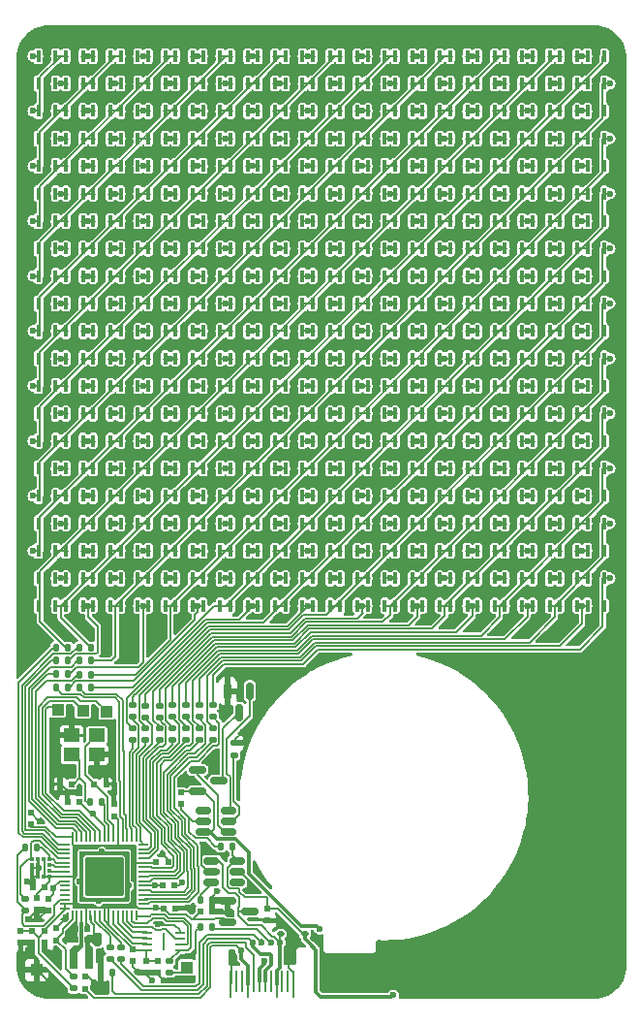
<source format=gbr>
G04 #@! TF.GenerationSoftware,KiCad,Pcbnew,8.0.7*
G04 #@! TF.CreationDate,2025-08-04T05:18:40-04:00*
G04 #@! TF.ProjectId,RP2350_60QFN_minimal,52503233-3530-45f3-9630-51464e5f6d69,REV3*
G04 #@! TF.SameCoordinates,Original*
G04 #@! TF.FileFunction,Copper,L1,Top*
G04 #@! TF.FilePolarity,Positive*
%FSLAX46Y46*%
G04 Gerber Fmt 4.6, Leading zero omitted, Abs format (unit mm)*
G04 Created by KiCad (PCBNEW 8.0.7) date 2025-08-04 05:18:40*
%MOMM*%
%LPD*%
G01*
G04 APERTURE LIST*
G04 Aperture macros list*
%AMRoundRect*
0 Rectangle with rounded corners*
0 $1 Rounding radius*
0 $2 $3 $4 $5 $6 $7 $8 $9 X,Y pos of 4 corners*
0 Add a 4 corners polygon primitive as box body*
4,1,4,$2,$3,$4,$5,$6,$7,$8,$9,$2,$3,0*
0 Add four circle primitives for the rounded corners*
1,1,$1+$1,$2,$3*
1,1,$1+$1,$4,$5*
1,1,$1+$1,$6,$7*
1,1,$1+$1,$8,$9*
0 Add four rect primitives between the rounded corners*
20,1,$1+$1,$2,$3,$4,$5,0*
20,1,$1+$1,$4,$5,$6,$7,0*
20,1,$1+$1,$6,$7,$8,$9,0*
20,1,$1+$1,$8,$9,$2,$3,0*%
%AMFreePoly0*
4,1,18,-0.437500,0.050000,-0.433694,0.069134,-0.422855,0.085355,-0.406634,0.096194,-0.387500,0.100000,0.387500,0.100000,0.437500,0.050000,0.437500,-0.050000,0.433694,-0.069134,0.422855,-0.085355,0.406634,-0.096194,0.387500,-0.100000,-0.387500,-0.100000,-0.406634,-0.096194,-0.422855,-0.085355,-0.433694,-0.069134,-0.437500,-0.050000,-0.437500,0.050000,-0.437500,0.050000,$1*%
%AMFreePoly1*
4,1,18,-0.437500,0.050000,-0.433694,0.069134,-0.422855,0.085355,-0.406634,0.096194,-0.387500,0.100000,0.387500,0.100000,0.406634,0.096194,0.422855,0.085355,0.433694,0.069134,0.437500,0.050000,0.437500,-0.050000,0.387500,-0.100000,-0.387500,-0.100000,-0.406634,-0.096194,-0.422855,-0.085355,-0.433694,-0.069134,-0.437500,-0.050000,-0.437500,0.050000,-0.437500,0.050000,$1*%
%AMFreePoly2*
4,1,18,-0.100000,0.387500,-0.050000,0.437500,0.050000,0.437500,0.069134,0.433694,0.085355,0.422855,0.096194,0.406634,0.100000,0.387500,0.100000,-0.387500,0.096194,-0.406634,0.085355,-0.422855,0.069134,-0.433694,0.050000,-0.437500,-0.050000,-0.437500,-0.069134,-0.433694,-0.085355,-0.422855,-0.096194,-0.406634,-0.100000,-0.387500,-0.100000,0.387500,-0.100000,0.387500,$1*%
%AMFreePoly3*
4,1,18,-0.100000,0.387500,-0.096194,0.406634,-0.085355,0.422855,-0.069134,0.433694,-0.050000,0.437500,0.050000,0.437500,0.100000,0.387500,0.100000,-0.387500,0.096194,-0.406634,0.085355,-0.422855,0.069134,-0.433694,0.050000,-0.437500,-0.050000,-0.437500,-0.069134,-0.433694,-0.085355,-0.422855,-0.096194,-0.406634,-0.100000,-0.387500,-0.100000,0.387500,-0.100000,0.387500,$1*%
%AMFreePoly4*
4,1,18,-0.437500,0.050000,-0.433694,0.069134,-0.422855,0.085355,-0.406634,0.096194,-0.387500,0.100000,0.387500,0.100000,0.406634,0.096194,0.422855,0.085355,0.433694,0.069134,0.437500,0.050000,0.437500,-0.050000,0.433694,-0.069134,0.422855,-0.085355,0.406634,-0.096194,0.387500,-0.100000,-0.387500,-0.100000,-0.437500,-0.050000,-0.437500,0.050000,-0.437500,0.050000,$1*%
%AMFreePoly5*
4,1,18,-0.437500,0.050000,-0.387500,0.100000,0.387500,0.100000,0.406634,0.096194,0.422855,0.085355,0.433694,0.069134,0.437500,0.050000,0.437500,-0.050000,0.433694,-0.069134,0.422855,-0.085355,0.406634,-0.096194,0.387500,-0.100000,-0.387500,-0.100000,-0.406634,-0.096194,-0.422855,-0.085355,-0.433694,-0.069134,-0.437500,-0.050000,-0.437500,0.050000,-0.437500,0.050000,$1*%
%AMFreePoly6*
4,1,18,-0.100000,0.387500,-0.096194,0.406634,-0.085355,0.422855,-0.069134,0.433694,-0.050000,0.437500,0.050000,0.437500,0.069134,0.433694,0.085355,0.422855,0.096194,0.406634,0.100000,0.387500,0.100000,-0.387500,0.050000,-0.437500,-0.050000,-0.437500,-0.069134,-0.433694,-0.085355,-0.422855,-0.096194,-0.406634,-0.100000,-0.387500,-0.100000,0.387500,-0.100000,0.387500,$1*%
%AMFreePoly7*
4,1,18,-0.100000,0.387500,-0.096194,0.406634,-0.085355,0.422855,-0.069134,0.433694,-0.050000,0.437500,0.050000,0.437500,0.069134,0.433694,0.085355,0.422855,0.096194,0.406634,0.100000,0.387500,0.100000,-0.387500,0.096194,-0.406634,0.085355,-0.422855,0.069134,-0.433694,0.050000,-0.437500,-0.050000,-0.437500,-0.100000,-0.387500,-0.100000,0.387500,-0.100000,0.387500,$1*%
G04 Aperture macros list end*
G04 #@! TA.AperFunction,SMDPad,CuDef*
%ADD10R,0.470000X0.530000*%
G04 #@! TD*
G04 #@! TA.AperFunction,SMDPad,CuDef*
%ADD11RoundRect,0.062500X0.062500X1.087500X-0.062500X1.087500X-0.062500X-1.087500X0.062500X-1.087500X0*%
G04 #@! TD*
G04 #@! TA.AperFunction,SMDPad,CuDef*
%ADD12RoundRect,0.062500X0.062500X0.837500X-0.062500X0.837500X-0.062500X-0.837500X0.062500X-0.837500X0*%
G04 #@! TD*
G04 #@! TA.AperFunction,SMDPad,CuDef*
%ADD13RoundRect,0.062500X-0.062500X-0.837500X0.062500X-0.837500X0.062500X0.837500X-0.062500X0.837500X0*%
G04 #@! TD*
G04 #@! TA.AperFunction,SMDPad,CuDef*
%ADD14RoundRect,0.062500X-0.062500X-1.087500X0.062500X-1.087500X0.062500X1.087500X-0.062500X1.087500X0*%
G04 #@! TD*
G04 #@! TA.AperFunction,SMDPad,CuDef*
%ADD15R,0.530000X0.470000*%
G04 #@! TD*
G04 #@! TA.AperFunction,SMDPad,CuDef*
%ADD16RoundRect,0.150000X-0.587500X-0.150000X0.587500X-0.150000X0.587500X0.150000X-0.587500X0.150000X0*%
G04 #@! TD*
G04 #@! TA.AperFunction,SMDPad,CuDef*
%ADD17RoundRect,0.062500X0.387500X0.062500X-0.387500X0.062500X-0.387500X-0.062500X0.387500X-0.062500X0*%
G04 #@! TD*
G04 #@! TA.AperFunction,HeatsinkPad*
%ADD18R,0.200000X1.600000*%
G04 #@! TD*
G04 #@! TA.AperFunction,SMDPad,CuDef*
%ADD19RoundRect,0.135000X0.185000X-0.135000X0.185000X0.135000X-0.185000X0.135000X-0.185000X-0.135000X0*%
G04 #@! TD*
G04 #@! TA.AperFunction,SMDPad,CuDef*
%ADD20RoundRect,0.100000X-0.100000X-0.400000X0.100000X-0.400000X0.100000X0.400000X-0.100000X0.400000X0*%
G04 #@! TD*
G04 #@! TA.AperFunction,SMDPad,CuDef*
%ADD21RoundRect,0.135000X-0.185000X0.135000X-0.185000X-0.135000X0.185000X-0.135000X0.185000X0.135000X0*%
G04 #@! TD*
G04 #@! TA.AperFunction,SMDPad,CuDef*
%ADD22R,0.350000X0.375000*%
G04 #@! TD*
G04 #@! TA.AperFunction,SMDPad,CuDef*
%ADD23R,0.375000X0.350000*%
G04 #@! TD*
G04 #@! TA.AperFunction,SMDPad,CuDef*
%ADD24RoundRect,0.135000X0.135000X0.185000X-0.135000X0.185000X-0.135000X-0.185000X0.135000X-0.185000X0*%
G04 #@! TD*
G04 #@! TA.AperFunction,SMDPad,CuDef*
%ADD25R,1.000000X1.000000*%
G04 #@! TD*
G04 #@! TA.AperFunction,SMDPad,CuDef*
%ADD26RoundRect,0.112500X-0.187500X-0.112500X0.187500X-0.112500X0.187500X0.112500X-0.187500X0.112500X0*%
G04 #@! TD*
G04 #@! TA.AperFunction,SMDPad,CuDef*
%ADD27RoundRect,0.150000X0.512500X0.150000X-0.512500X0.150000X-0.512500X-0.150000X0.512500X-0.150000X0*%
G04 #@! TD*
G04 #@! TA.AperFunction,SMDPad,CuDef*
%ADD28R,1.400000X1.200000*%
G04 #@! TD*
G04 #@! TA.AperFunction,SMDPad,CuDef*
%ADD29R,0.700000X1.700000*%
G04 #@! TD*
G04 #@! TA.AperFunction,SMDPad,CuDef*
%ADD30RoundRect,0.150000X-0.150000X0.587500X-0.150000X-0.587500X0.150000X-0.587500X0.150000X0.587500X0*%
G04 #@! TD*
G04 #@! TA.AperFunction,SMDPad,CuDef*
%ADD31FreePoly0,180.000000*%
G04 #@! TD*
G04 #@! TA.AperFunction,SMDPad,CuDef*
%ADD32RoundRect,0.050000X0.387500X0.050000X-0.387500X0.050000X-0.387500X-0.050000X0.387500X-0.050000X0*%
G04 #@! TD*
G04 #@! TA.AperFunction,SMDPad,CuDef*
%ADD33FreePoly1,180.000000*%
G04 #@! TD*
G04 #@! TA.AperFunction,SMDPad,CuDef*
%ADD34FreePoly2,180.000000*%
G04 #@! TD*
G04 #@! TA.AperFunction,SMDPad,CuDef*
%ADD35RoundRect,0.050000X0.050000X0.387500X-0.050000X0.387500X-0.050000X-0.387500X0.050000X-0.387500X0*%
G04 #@! TD*
G04 #@! TA.AperFunction,SMDPad,CuDef*
%ADD36FreePoly3,180.000000*%
G04 #@! TD*
G04 #@! TA.AperFunction,SMDPad,CuDef*
%ADD37FreePoly4,180.000000*%
G04 #@! TD*
G04 #@! TA.AperFunction,SMDPad,CuDef*
%ADD38FreePoly5,180.000000*%
G04 #@! TD*
G04 #@! TA.AperFunction,SMDPad,CuDef*
%ADD39FreePoly6,180.000000*%
G04 #@! TD*
G04 #@! TA.AperFunction,SMDPad,CuDef*
%ADD40FreePoly7,180.000000*%
G04 #@! TD*
G04 #@! TA.AperFunction,ComponentPad*
%ADD41C,0.600000*%
G04 #@! TD*
G04 #@! TA.AperFunction,SMDPad,CuDef*
%ADD42RoundRect,0.153000X-1.547000X1.547000X-1.547000X-1.547000X1.547000X-1.547000X1.547000X1.547000X0*%
G04 #@! TD*
G04 #@! TA.AperFunction,SMDPad,CuDef*
%ADD43RoundRect,0.135000X-0.135000X-0.185000X0.135000X-0.185000X0.135000X0.185000X-0.135000X0.185000X0*%
G04 #@! TD*
G04 #@! TA.AperFunction,ViaPad*
%ADD44C,0.600000*%
G04 #@! TD*
G04 #@! TA.AperFunction,Conductor*
%ADD45C,0.150000*%
G04 #@! TD*
G04 #@! TA.AperFunction,Conductor*
%ADD46C,0.200000*%
G04 #@! TD*
G04 #@! TA.AperFunction,Conductor*
%ADD47C,0.300000*%
G04 #@! TD*
G04 APERTURE END LIST*
D10*
X16400000Y-77700000D03*
X17430000Y-77700000D03*
D11*
X19065000Y-84015000D03*
D12*
X19565000Y-83790000D03*
X20065000Y-83790000D03*
D11*
X20565000Y-84015000D03*
D12*
X21065000Y-83790000D03*
X21565000Y-83790000D03*
D13*
X22065000Y-83790000D03*
X22565000Y-83790000D03*
D14*
X23065000Y-84015000D03*
D13*
X23565000Y-83790000D03*
X24065000Y-83790000D03*
D14*
X24565000Y-84015000D03*
D10*
X12555000Y-73375000D03*
X13585000Y-73375000D03*
D15*
X12700000Y-81970000D03*
X12700000Y-83000000D03*
D16*
X18825000Y-76750000D03*
X18825000Y-78650000D03*
X20700000Y-77700000D03*
D17*
X14600000Y-81050000D03*
X14600000Y-80550000D03*
X14600000Y-80050000D03*
X14600000Y-79550000D03*
X11750000Y-79550000D03*
X11750000Y-80050000D03*
X11750000Y-80550000D03*
X11750000Y-81050000D03*
D18*
X13175000Y-80300000D03*
D15*
X10500000Y-81000000D03*
X10500000Y-82030000D03*
X1700000Y-79400000D03*
X1700000Y-80430000D03*
X1600000Y-70100000D03*
X1600000Y-69070000D03*
D19*
X9500000Y-81820000D03*
X9500000Y-80800000D03*
D15*
X6300000Y-84415000D03*
X6300000Y-83385000D03*
D10*
X13200000Y-77400000D03*
X14230000Y-77400000D03*
D19*
X8500000Y-81820000D03*
X8500000Y-80800000D03*
D15*
X2800000Y-79400000D03*
X2800000Y-80430000D03*
X11700000Y-82000000D03*
X11700000Y-83030000D03*
D20*
X16640000Y-46190000D03*
X18140000Y-46190000D03*
D10*
X6515000Y-80175000D03*
X5485000Y-80175000D03*
D20*
X43040000Y-46190000D03*
X44540000Y-46190000D03*
X21440000Y-38990000D03*
X22940000Y-38990000D03*
X7040000Y-36590000D03*
X8540000Y-36590000D03*
X47840000Y-17390000D03*
X49340000Y-17390000D03*
X7040000Y-24590000D03*
X8540000Y-24590000D03*
X28640000Y-41390000D03*
X30140000Y-41390000D03*
X7040000Y-41390000D03*
X8540000Y-41390000D03*
X35840000Y-12590000D03*
X37340000Y-12590000D03*
X26240000Y-31790000D03*
X27740000Y-31790000D03*
X35840000Y-31790000D03*
X37340000Y-31790000D03*
X45440000Y-41390000D03*
X46940000Y-41390000D03*
X4640000Y-22190000D03*
X6140000Y-22190000D03*
X4640000Y-41390000D03*
X6140000Y-41390000D03*
X2240000Y-24590000D03*
X3740000Y-24590000D03*
D15*
X3800000Y-80190000D03*
X3800000Y-79160000D03*
D20*
X35840000Y-7790000D03*
X37340000Y-7790000D03*
X14240000Y-2990000D03*
X15740000Y-2990000D03*
X40640000Y-14990000D03*
X42140000Y-14990000D03*
X26240000Y-50990000D03*
X27740000Y-50990000D03*
X14240000Y-48590000D03*
X15740000Y-48590000D03*
X50240000Y-26990000D03*
X51740000Y-26990000D03*
X28640000Y-26990000D03*
X30140000Y-26990000D03*
X21440000Y-5390000D03*
X22940000Y-5390000D03*
D21*
X13990000Y-61645000D03*
X13990000Y-62665000D03*
D20*
X45440000Y-24590000D03*
X46940000Y-24590000D03*
X14240000Y-19790000D03*
X15740000Y-19790000D03*
X47840000Y-5390000D03*
X49340000Y-5390000D03*
X4640000Y-36590000D03*
X6140000Y-36590000D03*
X2240000Y-34190000D03*
X3740000Y-34190000D03*
X45440000Y-2990000D03*
X46940000Y-2990000D03*
X28640000Y-36590000D03*
X30140000Y-36590000D03*
X40640000Y-24590000D03*
X42140000Y-24590000D03*
D22*
X3206250Y-73125000D03*
X2706250Y-73125000D03*
X2206250Y-73125000D03*
X1706250Y-73125000D03*
D23*
X1693750Y-73637500D03*
X1693750Y-74137500D03*
D22*
X1706250Y-74650000D03*
X2206250Y-74650000D03*
X2706250Y-74650000D03*
X3206250Y-74650000D03*
D23*
X3218750Y-74137500D03*
X3218750Y-73637500D03*
D20*
X40640000Y-22190000D03*
X42140000Y-22190000D03*
X4640000Y-24590000D03*
X6140000Y-24590000D03*
X45440000Y-38990000D03*
X46940000Y-38990000D03*
X45440000Y-46190000D03*
X46940000Y-46190000D03*
X9440000Y-29390000D03*
X10940000Y-29390000D03*
X14240000Y-34190000D03*
X15740000Y-34190000D03*
X7040000Y-19790000D03*
X8540000Y-19790000D03*
X38240000Y-10190000D03*
X39740000Y-10190000D03*
X33440000Y-26990000D03*
X34940000Y-26990000D03*
X31040000Y-31790000D03*
X32540000Y-31790000D03*
D21*
X11615000Y-59695000D03*
X11615000Y-60715000D03*
D20*
X50240000Y-50990000D03*
X51740000Y-50990000D03*
X19040000Y-43790000D03*
X20540000Y-43790000D03*
X23840000Y-24590000D03*
X25340000Y-24590000D03*
X40640000Y-36590000D03*
X42140000Y-36590000D03*
X45440000Y-17390000D03*
X46940000Y-17390000D03*
X38240000Y-12590000D03*
X39740000Y-12590000D03*
X50240000Y-29390000D03*
X51740000Y-29390000D03*
X35840000Y-46190000D03*
X37340000Y-46190000D03*
X40640000Y-10190000D03*
X42140000Y-10190000D03*
X11840000Y-46190000D03*
X13340000Y-46190000D03*
X26240000Y-17390000D03*
X27740000Y-17390000D03*
X28640000Y-2990000D03*
X30140000Y-2990000D03*
X43040000Y-31790000D03*
X44540000Y-31790000D03*
X19040000Y-14990000D03*
X20540000Y-14990000D03*
X47840000Y-41390000D03*
X49340000Y-41390000D03*
X47840000Y-10190000D03*
X49340000Y-10190000D03*
X50240000Y-17390000D03*
X51740000Y-17390000D03*
X47840000Y-2990000D03*
X49340000Y-2990000D03*
X47840000Y-12590000D03*
X49340000Y-12590000D03*
X21440000Y-41390000D03*
X22940000Y-41390000D03*
X45440000Y-14990000D03*
X46940000Y-14990000D03*
X43040000Y-41390000D03*
X44540000Y-41390000D03*
X26240000Y-26990000D03*
X27740000Y-26990000D03*
X50240000Y-19790000D03*
X51740000Y-19790000D03*
X33440000Y-48590000D03*
X34940000Y-48590000D03*
X4640000Y-29390000D03*
X6140000Y-29390000D03*
X19040000Y-26990000D03*
X20540000Y-26990000D03*
X21440000Y-22190000D03*
X22940000Y-22190000D03*
X19040000Y-19790000D03*
X20540000Y-19790000D03*
X16640000Y-5390000D03*
X18140000Y-5390000D03*
X43040000Y-7790000D03*
X44540000Y-7790000D03*
D24*
X4800000Y-54640000D03*
X3780000Y-54640000D03*
D20*
X40640000Y-19790000D03*
X42140000Y-19790000D03*
D21*
X11615000Y-61695000D03*
X11615000Y-62715000D03*
D20*
X4640000Y-17390000D03*
X6140000Y-17390000D03*
X33440000Y-22190000D03*
X34940000Y-22190000D03*
X28640000Y-17390000D03*
X30140000Y-17390000D03*
X33440000Y-14990000D03*
X34940000Y-14990000D03*
X26240000Y-38990000D03*
X27740000Y-38990000D03*
X11840000Y-41390000D03*
X13340000Y-41390000D03*
X38240000Y-7790000D03*
X39740000Y-7790000D03*
X2240000Y-19790000D03*
X3740000Y-19790000D03*
X40640000Y-50990000D03*
X42140000Y-50990000D03*
X9440000Y-34190000D03*
X10940000Y-34190000D03*
X47840000Y-31790000D03*
X49340000Y-31790000D03*
X23840000Y-31790000D03*
X25340000Y-31790000D03*
D21*
X10490000Y-61715000D03*
X10490000Y-62735000D03*
D20*
X11840000Y-19790000D03*
X13340000Y-19790000D03*
X35840000Y-2990000D03*
X37340000Y-2990000D03*
X16640000Y-2990000D03*
X18140000Y-2990000D03*
X21440000Y-29390000D03*
X22940000Y-29390000D03*
X43040000Y-17390000D03*
X44540000Y-17390000D03*
X26240000Y-29390000D03*
X27740000Y-29390000D03*
X2240000Y-12590000D03*
X3740000Y-12590000D03*
X43040000Y-29390000D03*
X44540000Y-29390000D03*
D10*
X1770000Y-75600000D03*
X2800000Y-75600000D03*
D20*
X19040000Y-38990000D03*
X20540000Y-38990000D03*
X50240000Y-14990000D03*
X51740000Y-14990000D03*
X7040000Y-22190000D03*
X8540000Y-22190000D03*
X4640000Y-31790000D03*
X6140000Y-31790000D03*
X38240000Y-36590000D03*
X39740000Y-36590000D03*
X14240000Y-38990000D03*
X15740000Y-38990000D03*
X23840000Y-2990000D03*
X25340000Y-2990000D03*
X45440000Y-31790000D03*
X46940000Y-31790000D03*
X50240000Y-31790000D03*
X51740000Y-31790000D03*
D21*
X10490000Y-59645000D03*
X10490000Y-60665000D03*
D20*
X23840000Y-34190000D03*
X25340000Y-34190000D03*
X33440000Y-50990000D03*
X34940000Y-50990000D03*
X28640000Y-29390000D03*
X30140000Y-29390000D03*
X19040000Y-36590000D03*
X20540000Y-36590000D03*
X21440000Y-14990000D03*
X22940000Y-14990000D03*
X21440000Y-46190000D03*
X22940000Y-46190000D03*
X26240000Y-5390000D03*
X27740000Y-5390000D03*
X2240000Y-38990000D03*
X3740000Y-38990000D03*
X38240000Y-31790000D03*
X39740000Y-31790000D03*
X28640000Y-50990000D03*
X30140000Y-50990000D03*
D25*
X3950000Y-60060000D03*
D20*
X16640000Y-7790000D03*
X18140000Y-7790000D03*
X28640000Y-14990000D03*
X30140000Y-14990000D03*
D24*
X4815000Y-55765000D03*
X3795000Y-55765000D03*
D20*
X47840000Y-7790000D03*
X49340000Y-7790000D03*
X47840000Y-34190000D03*
X49340000Y-34190000D03*
X33440000Y-5390000D03*
X34940000Y-5390000D03*
X45440000Y-10190000D03*
X46940000Y-10190000D03*
X23840000Y-41390000D03*
X25340000Y-41390000D03*
X9440000Y-31790000D03*
X10940000Y-31790000D03*
D21*
X12815000Y-59695000D03*
X12815000Y-60715000D03*
D20*
X9440000Y-48590000D03*
X10940000Y-48590000D03*
D25*
X2070000Y-82800000D03*
D20*
X33440000Y-41390000D03*
X34940000Y-41390000D03*
D19*
X5300000Y-84410000D03*
X5300000Y-83390000D03*
D26*
X23430000Y-79640000D03*
X25530000Y-79640000D03*
D20*
X47840000Y-29390000D03*
X49340000Y-29390000D03*
D21*
X16340000Y-59665000D03*
X16340000Y-60685000D03*
D20*
X33440000Y-46190000D03*
X34940000Y-46190000D03*
X33440000Y-38990000D03*
X34940000Y-38990000D03*
X31040000Y-19790000D03*
X32540000Y-19790000D03*
X50240000Y-46190000D03*
X51740000Y-46190000D03*
X50240000Y-10190000D03*
X51740000Y-10190000D03*
D27*
X18900000Y-70750000D03*
X18900000Y-69800000D03*
X18900000Y-68850000D03*
X16625000Y-68850000D03*
X16625000Y-69800000D03*
X16625000Y-70750000D03*
D20*
X7040000Y-17390000D03*
X8540000Y-17390000D03*
X43040000Y-2990000D03*
X44540000Y-2990000D03*
X2240000Y-10190000D03*
X3740000Y-10190000D03*
X19040000Y-50990000D03*
X20540000Y-50990000D03*
X16640000Y-17390000D03*
X18140000Y-17390000D03*
D24*
X19200000Y-72000000D03*
X18180000Y-72000000D03*
D20*
X2240000Y-17390000D03*
X3740000Y-17390000D03*
X31040000Y-29390000D03*
X32540000Y-29390000D03*
X35840000Y-10190000D03*
X37340000Y-10190000D03*
X35840000Y-48590000D03*
X37340000Y-48590000D03*
X4640000Y-7790000D03*
X6140000Y-7790000D03*
D28*
X7345000Y-62300000D03*
X5145000Y-62300000D03*
X5145000Y-64000000D03*
X7345000Y-64000000D03*
D20*
X40640000Y-48590000D03*
X42140000Y-48590000D03*
X2240000Y-14990000D03*
X3740000Y-14990000D03*
X28640000Y-34190000D03*
X30140000Y-34190000D03*
X21440000Y-7790000D03*
X22940000Y-7790000D03*
X31040000Y-10190000D03*
X32540000Y-10190000D03*
D24*
X2100000Y-72100000D03*
X1080000Y-72100000D03*
D20*
X43040000Y-14990000D03*
X44540000Y-14990000D03*
X11840000Y-34190000D03*
X13340000Y-34190000D03*
X26240000Y-43790000D03*
X27740000Y-43790000D03*
X45440000Y-12590000D03*
X46940000Y-12590000D03*
X40640000Y-17390000D03*
X42140000Y-17390000D03*
X35840000Y-29390000D03*
X37340000Y-29390000D03*
X45440000Y-26990000D03*
X46940000Y-26990000D03*
X21440000Y-19790000D03*
X22940000Y-19790000D03*
X47840000Y-24590000D03*
X49340000Y-24590000D03*
X38240000Y-43790000D03*
X39740000Y-43790000D03*
D24*
X6810000Y-55765000D03*
X5790000Y-55765000D03*
D20*
X2240000Y-7790000D03*
X3740000Y-7790000D03*
X38240000Y-50990000D03*
X39740000Y-50990000D03*
X16640000Y-41390000D03*
X18140000Y-41390000D03*
X26240000Y-34190000D03*
X27740000Y-34190000D03*
X40640000Y-7790000D03*
X42140000Y-7790000D03*
X35840000Y-17390000D03*
X37340000Y-17390000D03*
X47840000Y-36590000D03*
X49340000Y-36590000D03*
X47840000Y-46190000D03*
X49340000Y-46190000D03*
X47840000Y-50990000D03*
X49340000Y-50990000D03*
X7040000Y-34190000D03*
X8540000Y-34190000D03*
X4640000Y-46190000D03*
X6140000Y-46190000D03*
X26240000Y-10190000D03*
X27740000Y-10190000D03*
X7040000Y-43790000D03*
X8540000Y-43790000D03*
X7040000Y-14990000D03*
X8540000Y-14990000D03*
X45440000Y-43790000D03*
X46940000Y-43790000D03*
X45440000Y-7790000D03*
X46940000Y-7790000D03*
X4640000Y-2990000D03*
X6140000Y-2990000D03*
X16640000Y-26990000D03*
X18140000Y-26990000D03*
X28640000Y-43790000D03*
X30140000Y-43790000D03*
X35840000Y-38990000D03*
X37340000Y-38990000D03*
X40640000Y-12590000D03*
X42140000Y-12590000D03*
X19040000Y-22190000D03*
X20540000Y-22190000D03*
X23840000Y-12590000D03*
X25340000Y-12590000D03*
X26240000Y-48590000D03*
X27740000Y-48590000D03*
X19040000Y-12590000D03*
X20540000Y-12590000D03*
X19040000Y-34190000D03*
X20540000Y-34190000D03*
X31040000Y-7790000D03*
X32540000Y-7790000D03*
X2240000Y-2990000D03*
X3740000Y-2990000D03*
X11840000Y-31790000D03*
X13340000Y-31790000D03*
X38240000Y-5390000D03*
X39740000Y-5390000D03*
X11840000Y-38990000D03*
X13340000Y-38990000D03*
X11840000Y-43790000D03*
X13340000Y-43790000D03*
D29*
X6700000Y-81825000D03*
X5300000Y-81825000D03*
D21*
X13940000Y-59670000D03*
X13940000Y-60690000D03*
D20*
X14240000Y-17390000D03*
X15740000Y-17390000D03*
X23840000Y-43790000D03*
X25340000Y-43790000D03*
X14240000Y-50990000D03*
X15740000Y-50990000D03*
D25*
X8190000Y-60260000D03*
D20*
X28640000Y-12590000D03*
X30140000Y-12590000D03*
X31040000Y-50990000D03*
X32540000Y-50990000D03*
X14240000Y-24590000D03*
X15740000Y-24590000D03*
X4640000Y-10190000D03*
X6140000Y-10190000D03*
X4640000Y-48590000D03*
X6140000Y-48590000D03*
D24*
X4835000Y-56965000D03*
X3815000Y-56965000D03*
D20*
X38240000Y-2990000D03*
X39740000Y-2990000D03*
X43040000Y-50990000D03*
X44540000Y-50990000D03*
X50240000Y-2990000D03*
X51740000Y-2990000D03*
X38240000Y-38990000D03*
X39740000Y-38990000D03*
X40640000Y-29390000D03*
X42140000Y-29390000D03*
X21440000Y-34190000D03*
X22940000Y-34190000D03*
X28640000Y-46190000D03*
X30140000Y-46190000D03*
X45440000Y-48590000D03*
X46940000Y-48590000D03*
X50240000Y-36590000D03*
X51740000Y-36590000D03*
X38240000Y-26990000D03*
X39740000Y-26990000D03*
X2240000Y-46190000D03*
X3740000Y-46190000D03*
X23840000Y-38990000D03*
X25340000Y-38990000D03*
D15*
X14700000Y-68300000D03*
X14700000Y-67270000D03*
D24*
X7800000Y-68100000D03*
X6780000Y-68100000D03*
D20*
X11840000Y-5390000D03*
X13340000Y-5390000D03*
X28640000Y-19790000D03*
X30140000Y-19790000D03*
X43040000Y-36590000D03*
X44540000Y-36590000D03*
X50240000Y-12590000D03*
X51740000Y-12590000D03*
X45440000Y-29390000D03*
X46940000Y-29390000D03*
X23840000Y-29390000D03*
X25340000Y-29390000D03*
X14240000Y-31790000D03*
X15740000Y-31790000D03*
X16640000Y-43790000D03*
X18140000Y-43790000D03*
X7040000Y-26990000D03*
X8540000Y-26990000D03*
X31040000Y-17390000D03*
X32540000Y-17390000D03*
X40640000Y-38990000D03*
X42140000Y-38990000D03*
D21*
X15165000Y-61695000D03*
X15165000Y-62715000D03*
D20*
X31040000Y-12590000D03*
X32540000Y-12590000D03*
X28640000Y-5390000D03*
X30140000Y-5390000D03*
X11840000Y-14990000D03*
X13340000Y-14990000D03*
X7040000Y-38990000D03*
X8540000Y-38990000D03*
X33440000Y-24590000D03*
X34940000Y-24590000D03*
X11840000Y-50990000D03*
X13340000Y-50990000D03*
X33440000Y-43790000D03*
X34940000Y-43790000D03*
X47840000Y-48590000D03*
X49340000Y-48590000D03*
X7040000Y-5390000D03*
X8540000Y-5390000D03*
X21440000Y-24590000D03*
X22940000Y-24590000D03*
X31040000Y-46190000D03*
X32540000Y-46190000D03*
X11840000Y-22190000D03*
X13340000Y-22190000D03*
X16640000Y-48590000D03*
X18140000Y-48590000D03*
X14240000Y-5390000D03*
X15740000Y-5390000D03*
X43040000Y-48590000D03*
X44540000Y-48590000D03*
X26240000Y-12590000D03*
X27740000Y-12590000D03*
X23840000Y-22190000D03*
X25340000Y-22190000D03*
X47840000Y-22190000D03*
X49340000Y-22190000D03*
X19040000Y-17390000D03*
X20540000Y-17390000D03*
X21440000Y-2990000D03*
X22940000Y-2990000D03*
X40640000Y-26990000D03*
X42140000Y-26990000D03*
X7040000Y-48590000D03*
X8540000Y-48590000D03*
X38240000Y-29390000D03*
X39740000Y-29390000D03*
X28640000Y-24590000D03*
X30140000Y-24590000D03*
X7040000Y-46190000D03*
X8540000Y-46190000D03*
X19040000Y-7790000D03*
X20540000Y-7790000D03*
X11840000Y-12590000D03*
X13340000Y-12590000D03*
D30*
X20710000Y-58425000D03*
X18810000Y-58425000D03*
X19760000Y-60300000D03*
D20*
X26240000Y-22190000D03*
X27740000Y-22190000D03*
X50240000Y-48590000D03*
X51740000Y-48590000D03*
D21*
X15165000Y-59670000D03*
X15165000Y-60690000D03*
D20*
X43040000Y-38990000D03*
X44540000Y-38990000D03*
X2240000Y-29390000D03*
X3740000Y-29390000D03*
X2240000Y-22190000D03*
X3740000Y-22190000D03*
X16640000Y-10190000D03*
X18140000Y-10190000D03*
X9440000Y-46190000D03*
X10940000Y-46190000D03*
X45440000Y-19790000D03*
X46940000Y-19790000D03*
D10*
X5815000Y-68100000D03*
X4785000Y-68100000D03*
D20*
X40640000Y-34190000D03*
X42140000Y-34190000D03*
X31040000Y-43790000D03*
X32540000Y-43790000D03*
X11840000Y-48590000D03*
X13340000Y-48590000D03*
X31040000Y-24590000D03*
X32540000Y-24590000D03*
X2240000Y-43790000D03*
X3740000Y-43790000D03*
D24*
X6810000Y-56990000D03*
X5790000Y-56990000D03*
D20*
X4640000Y-19790000D03*
X6140000Y-19790000D03*
X31040000Y-34190000D03*
X32540000Y-34190000D03*
X14240000Y-7790000D03*
X15740000Y-7790000D03*
X11840000Y-7790000D03*
X13340000Y-7790000D03*
X35840000Y-19790000D03*
X37340000Y-19790000D03*
X35840000Y-24590000D03*
X37340000Y-24590000D03*
X43040000Y-22190000D03*
X44540000Y-22190000D03*
X14240000Y-10190000D03*
X15740000Y-10190000D03*
X50240000Y-24590000D03*
X51740000Y-24590000D03*
X16640000Y-38990000D03*
X18140000Y-38990000D03*
X23840000Y-17390000D03*
X25340000Y-17390000D03*
D24*
X8710000Y-83000000D03*
X7690000Y-83000000D03*
D20*
X7040000Y-12590000D03*
X8540000Y-12590000D03*
X40640000Y-46190000D03*
X42140000Y-46190000D03*
X11840000Y-26990000D03*
X13340000Y-26990000D03*
X31040000Y-38990000D03*
X32540000Y-38990000D03*
D21*
X1100000Y-76580000D03*
X1100000Y-77600000D03*
D20*
X4640000Y-5390000D03*
X6140000Y-5390000D03*
X21440000Y-10190000D03*
X22940000Y-10190000D03*
X45440000Y-36590000D03*
X46940000Y-36590000D03*
X26240000Y-41390000D03*
X27740000Y-41390000D03*
X47840000Y-19790000D03*
X49340000Y-19790000D03*
X33440000Y-34190000D03*
X34940000Y-34190000D03*
X4640000Y-43790000D03*
X6140000Y-43790000D03*
X11840000Y-24590000D03*
X13340000Y-24590000D03*
X4640000Y-26990000D03*
X6140000Y-26990000D03*
X9440000Y-10190000D03*
X10940000Y-10190000D03*
X2240000Y-31790000D03*
X3740000Y-31790000D03*
X16640000Y-14990000D03*
X18140000Y-14990000D03*
X2240000Y-50990000D03*
X3740000Y-50990000D03*
D16*
X16162500Y-65300000D03*
X16162500Y-67200000D03*
X18037500Y-66250000D03*
D20*
X16640000Y-12590000D03*
X18140000Y-12590000D03*
X47840000Y-38990000D03*
X49340000Y-38990000D03*
X43040000Y-12590000D03*
X44540000Y-12590000D03*
D10*
X7130000Y-66550000D03*
X8160000Y-66550000D03*
D20*
X7040000Y-10190000D03*
X8540000Y-10190000D03*
X21440000Y-43790000D03*
X22940000Y-43790000D03*
X31040000Y-5390000D03*
X32540000Y-5390000D03*
X50240000Y-5390000D03*
X51740000Y-5390000D03*
X31040000Y-2990000D03*
X32540000Y-2990000D03*
X43040000Y-10190000D03*
X44540000Y-10190000D03*
X45440000Y-50990000D03*
X46940000Y-50990000D03*
X28640000Y-38990000D03*
X30140000Y-38990000D03*
X23840000Y-5390000D03*
X25340000Y-5390000D03*
X23840000Y-19790000D03*
X25340000Y-19790000D03*
X47840000Y-43790000D03*
X49340000Y-43790000D03*
X33440000Y-2990000D03*
X34940000Y-2990000D03*
X16640000Y-29390000D03*
X18140000Y-29390000D03*
X23840000Y-14990000D03*
X25340000Y-14990000D03*
X19040000Y-2990000D03*
X20540000Y-2990000D03*
X9440000Y-36590000D03*
X10940000Y-36590000D03*
X19040000Y-5390000D03*
X20540000Y-5390000D03*
X14240000Y-29390000D03*
X15740000Y-29390000D03*
D24*
X4815000Y-58140000D03*
X3795000Y-58140000D03*
D20*
X28640000Y-10190000D03*
X30140000Y-10190000D03*
X26240000Y-14990000D03*
X27740000Y-14990000D03*
X38240000Y-34190000D03*
X39740000Y-34190000D03*
X21440000Y-17390000D03*
X22940000Y-17390000D03*
X33440000Y-7790000D03*
X34940000Y-7790000D03*
X19040000Y-31790000D03*
X20540000Y-31790000D03*
X16640000Y-31790000D03*
X18140000Y-31790000D03*
X7040000Y-7790000D03*
X8540000Y-7790000D03*
D31*
X11437500Y-77425000D03*
D32*
X11437500Y-77025000D03*
X11437500Y-76625000D03*
X11437500Y-76225000D03*
X11437500Y-75825000D03*
X11437500Y-75425000D03*
X11437500Y-75025000D03*
X11437500Y-74625000D03*
X11437500Y-74225000D03*
X11437500Y-73825000D03*
X11437500Y-73425000D03*
X11437500Y-73025000D03*
X11437500Y-72625000D03*
X11437500Y-72225000D03*
D33*
X11437500Y-71825000D03*
D34*
X10800000Y-71187500D03*
D35*
X10400000Y-71187500D03*
X10000000Y-71187500D03*
X9600000Y-71187500D03*
X9200000Y-71187500D03*
X8800000Y-71187500D03*
X8400000Y-71187500D03*
X8000000Y-71187500D03*
X7600000Y-71187500D03*
X7200000Y-71187500D03*
X6800000Y-71187500D03*
X6400000Y-71187500D03*
X6000000Y-71187500D03*
X5600000Y-71187500D03*
D36*
X5200000Y-71187500D03*
D37*
X4562500Y-71825000D03*
D32*
X4562500Y-72225000D03*
X4562500Y-72625000D03*
X4562500Y-73025000D03*
X4562500Y-73425000D03*
X4562500Y-73825000D03*
X4562500Y-74225000D03*
X4562500Y-74625000D03*
X4562500Y-75025000D03*
X4562500Y-75425000D03*
X4562500Y-75825000D03*
X4562500Y-76225000D03*
X4562500Y-76625000D03*
X4562500Y-77025000D03*
D38*
X4562500Y-77425000D03*
D39*
X5200000Y-78062500D03*
D35*
X5600000Y-78062500D03*
X6000000Y-78062500D03*
X6400000Y-78062500D03*
X6800000Y-78062500D03*
X7200000Y-78062500D03*
X7600000Y-78062500D03*
X8000000Y-78062500D03*
X8400000Y-78062500D03*
X8800000Y-78062500D03*
X9200000Y-78062500D03*
X9600000Y-78062500D03*
X10000000Y-78062500D03*
X10400000Y-78062500D03*
D40*
X10800000Y-78062500D03*
D41*
X9375000Y-76000000D03*
X9375000Y-74625000D03*
X9375000Y-73250000D03*
X8000000Y-76000000D03*
X8000000Y-74625000D03*
D42*
X8000000Y-74625000D03*
D41*
X8000000Y-73250000D03*
X6625000Y-76000000D03*
X6625000Y-74625000D03*
X6625000Y-73250000D03*
D20*
X50240000Y-41390000D03*
X51740000Y-41390000D03*
X14240000Y-14990000D03*
X15740000Y-14990000D03*
X19040000Y-46190000D03*
X20540000Y-46190000D03*
X14240000Y-36590000D03*
X15740000Y-36590000D03*
X40640000Y-5390000D03*
X42140000Y-5390000D03*
X16640000Y-36590000D03*
X18140000Y-36590000D03*
X33440000Y-29390000D03*
X34940000Y-29390000D03*
D25*
X15190000Y-82570000D03*
D20*
X21440000Y-48590000D03*
X22940000Y-48590000D03*
X28640000Y-31790000D03*
X30140000Y-31790000D03*
X16640000Y-24590000D03*
X18140000Y-24590000D03*
X7040000Y-2990000D03*
X8540000Y-2990000D03*
X35840000Y-43790000D03*
X37340000Y-43790000D03*
D10*
X13100000Y-75400000D03*
X14130000Y-75400000D03*
D20*
X26240000Y-46190000D03*
X27740000Y-46190000D03*
X31040000Y-22190000D03*
X32540000Y-22190000D03*
X23840000Y-26990000D03*
X25340000Y-26990000D03*
X11840000Y-2990000D03*
X13340000Y-2990000D03*
X14240000Y-12590000D03*
X15740000Y-12590000D03*
X38240000Y-14990000D03*
X39740000Y-14990000D03*
X11840000Y-10190000D03*
X13340000Y-10190000D03*
X7040000Y-31790000D03*
X8540000Y-31790000D03*
X9440000Y-43790000D03*
X10940000Y-43790000D03*
X28640000Y-7790000D03*
X30140000Y-7790000D03*
X4640000Y-34190000D03*
X6140000Y-34190000D03*
X2240000Y-5390000D03*
X3740000Y-5390000D03*
X11840000Y-17390000D03*
X13340000Y-17390000D03*
D21*
X13700000Y-81990000D03*
X13700000Y-83010000D03*
D20*
X50240000Y-38990000D03*
X51740000Y-38990000D03*
X23840000Y-48590000D03*
X25340000Y-48590000D03*
X16640000Y-50990000D03*
X18140000Y-50990000D03*
X21440000Y-50990000D03*
X22940000Y-50990000D03*
X33440000Y-31790000D03*
X34940000Y-31790000D03*
X23840000Y-50990000D03*
X25340000Y-50990000D03*
X38240000Y-22190000D03*
X39740000Y-22190000D03*
X43040000Y-34190000D03*
X44540000Y-34190000D03*
X50240000Y-34190000D03*
X51740000Y-34190000D03*
X14240000Y-43790000D03*
X15740000Y-43790000D03*
X7040000Y-29390000D03*
X8540000Y-29390000D03*
D27*
X19637500Y-75150000D03*
X19637500Y-74200000D03*
X19637500Y-73250000D03*
X17362500Y-73250000D03*
X17362500Y-74200000D03*
X17362500Y-75150000D03*
D20*
X23840000Y-46190000D03*
X25340000Y-46190000D03*
X31040000Y-36590000D03*
X32540000Y-36590000D03*
X21440000Y-31790000D03*
X22940000Y-31790000D03*
X50240000Y-43790000D03*
X51740000Y-43790000D03*
D15*
X8850000Y-69345000D03*
X8850000Y-68315000D03*
D20*
X9440000Y-14990000D03*
X10940000Y-14990000D03*
X45440000Y-22190000D03*
X46940000Y-22190000D03*
X40640000Y-2990000D03*
X42140000Y-2990000D03*
X38240000Y-17390000D03*
X39740000Y-17390000D03*
X35840000Y-34190000D03*
X37340000Y-34190000D03*
X33440000Y-19790000D03*
X34940000Y-19790000D03*
X26240000Y-2990000D03*
X27740000Y-2990000D03*
X38240000Y-19790000D03*
X39740000Y-19790000D03*
D15*
X22270000Y-77440000D03*
X22270000Y-78470000D03*
D20*
X9440000Y-19790000D03*
X10940000Y-19790000D03*
X9440000Y-17390000D03*
X10940000Y-17390000D03*
D21*
X19400000Y-62990000D03*
X19400000Y-64010000D03*
D25*
X6140000Y-60140000D03*
D20*
X26240000Y-7790000D03*
X27740000Y-7790000D03*
X35840000Y-50990000D03*
X37340000Y-50990000D03*
X4640000Y-38990000D03*
X6140000Y-38990000D03*
X21440000Y-26990000D03*
X22940000Y-26990000D03*
X26240000Y-24590000D03*
X27740000Y-24590000D03*
D21*
X17515000Y-59670000D03*
X17515000Y-60690000D03*
D20*
X43040000Y-19790000D03*
X44540000Y-19790000D03*
X2240000Y-26990000D03*
X3740000Y-26990000D03*
X4640000Y-14990000D03*
X6140000Y-14990000D03*
X45440000Y-5390000D03*
X46940000Y-5390000D03*
X31040000Y-48590000D03*
X32540000Y-48590000D03*
X9440000Y-24590000D03*
X10940000Y-24590000D03*
X35840000Y-22190000D03*
X37340000Y-22190000D03*
X26240000Y-19790000D03*
X27740000Y-19790000D03*
D15*
X2100000Y-76500000D03*
X2100000Y-77530000D03*
D20*
X47840000Y-14990000D03*
X49340000Y-14990000D03*
X19040000Y-29390000D03*
X20540000Y-29390000D03*
X43040000Y-43790000D03*
X44540000Y-43790000D03*
X43040000Y-26990000D03*
X44540000Y-26990000D03*
X50240000Y-7790000D03*
X51740000Y-7790000D03*
X9440000Y-38990000D03*
X10940000Y-38990000D03*
D24*
X17400000Y-79000000D03*
X16380000Y-79000000D03*
D20*
X9440000Y-5390000D03*
X10940000Y-5390000D03*
X31040000Y-41390000D03*
X32540000Y-41390000D03*
X9440000Y-7790000D03*
X10940000Y-7790000D03*
X40640000Y-41390000D03*
X42140000Y-41390000D03*
X40640000Y-31790000D03*
X42140000Y-31790000D03*
D10*
X6515000Y-79225000D03*
X5485000Y-79225000D03*
D20*
X14240000Y-41390000D03*
X15740000Y-41390000D03*
X33440000Y-10190000D03*
X34940000Y-10190000D03*
X4640000Y-12590000D03*
X6140000Y-12590000D03*
X43040000Y-5390000D03*
X44540000Y-5390000D03*
X9440000Y-41390000D03*
X10940000Y-41390000D03*
X33440000Y-12590000D03*
X34940000Y-12590000D03*
X7040000Y-50990000D03*
X8540000Y-50990000D03*
X4640000Y-50990000D03*
X6140000Y-50990000D03*
X9440000Y-50990000D03*
X10940000Y-50990000D03*
X19040000Y-41390000D03*
X20540000Y-41390000D03*
D21*
X17515000Y-61690000D03*
X17515000Y-62710000D03*
D20*
X38240000Y-46190000D03*
X39740000Y-46190000D03*
X9440000Y-26990000D03*
X10940000Y-26990000D03*
D24*
X6810000Y-58140000D03*
X5790000Y-58140000D03*
D20*
X47840000Y-26990000D03*
X49340000Y-26990000D03*
X38240000Y-41390000D03*
X39740000Y-41390000D03*
X31040000Y-14990000D03*
X32540000Y-14990000D03*
X35840000Y-14990000D03*
X37340000Y-14990000D03*
X2240000Y-48590000D03*
X3740000Y-48590000D03*
D24*
X6815000Y-54640000D03*
X5795000Y-54640000D03*
D20*
X40640000Y-43790000D03*
X42140000Y-43790000D03*
X21440000Y-12590000D03*
X22940000Y-12590000D03*
D21*
X12815000Y-61715000D03*
X12815000Y-62735000D03*
D20*
X19040000Y-48590000D03*
X20540000Y-48590000D03*
X35840000Y-36590000D03*
X37340000Y-36590000D03*
X9440000Y-12590000D03*
X10940000Y-12590000D03*
X28640000Y-48590000D03*
X30140000Y-48590000D03*
X16640000Y-22190000D03*
X18140000Y-22190000D03*
X33440000Y-17390000D03*
X34940000Y-17390000D03*
D21*
X16315000Y-61690000D03*
X16315000Y-62710000D03*
D15*
X3100000Y-76570000D03*
X3100000Y-77600000D03*
D20*
X38240000Y-24590000D03*
X39740000Y-24590000D03*
X23840000Y-36590000D03*
X25340000Y-36590000D03*
X9440000Y-22190000D03*
X10940000Y-22190000D03*
X14240000Y-46190000D03*
X15740000Y-46190000D03*
X9440000Y-2990000D03*
X10940000Y-2990000D03*
X14240000Y-22190000D03*
X15740000Y-22190000D03*
X33440000Y-36590000D03*
X34940000Y-36590000D03*
X11840000Y-29390000D03*
X13340000Y-29390000D03*
X31040000Y-26990000D03*
X32540000Y-26990000D03*
X50240000Y-22190000D03*
X51740000Y-22190000D03*
X26240000Y-36590000D03*
X27740000Y-36590000D03*
X45440000Y-34190000D03*
X46940000Y-34190000D03*
X16640000Y-19790000D03*
X18140000Y-19790000D03*
X23840000Y-10190000D03*
X25340000Y-10190000D03*
X16640000Y-34190000D03*
X18140000Y-34190000D03*
X43040000Y-24590000D03*
X44540000Y-24590000D03*
X2240000Y-36590000D03*
X3740000Y-36590000D03*
D15*
X700000Y-80415000D03*
X700000Y-79385000D03*
D20*
X11840000Y-36590000D03*
X13340000Y-36590000D03*
X14240000Y-26990000D03*
X15740000Y-26990000D03*
X35840000Y-41390000D03*
X37340000Y-41390000D03*
X35840000Y-5390000D03*
X37340000Y-5390000D03*
X38240000Y-48590000D03*
X39740000Y-48590000D03*
X23840000Y-7790000D03*
X25340000Y-7790000D03*
D43*
X16380000Y-76700000D03*
X17400000Y-76700000D03*
D20*
X19040000Y-24590000D03*
X20540000Y-24590000D03*
X2240000Y-41390000D03*
X3740000Y-41390000D03*
D10*
X5180000Y-66550000D03*
X4150000Y-66550000D03*
D20*
X19040000Y-10190000D03*
X20540000Y-10190000D03*
X28640000Y-22190000D03*
X30140000Y-22190000D03*
X21440000Y-36590000D03*
X22940000Y-36590000D03*
X35840000Y-26990000D03*
X37340000Y-26990000D03*
D44*
X8700000Y-64000000D03*
X52500000Y-46200000D03*
X7700000Y-82000000D03*
X1225000Y-75100000D03*
X4900000Y-79525000D03*
X3100000Y-81200000D03*
X36600000Y-49750000D03*
X15000000Y-4200000D03*
X7800000Y-49800000D03*
X52500000Y-41400000D03*
X43750000Y-4150000D03*
X17875000Y-75925754D03*
X10250000Y-4200000D03*
X2300000Y-78300000D03*
X10900000Y-82900000D03*
X20910000Y-75710000D03*
X34200000Y-4200000D03*
X41860000Y-55690000D03*
X2400000Y-69775000D03*
X12600000Y-49800000D03*
X1500000Y-24600000D03*
X24150000Y-80400000D03*
X1381353Y-81052235D03*
X52500000Y-22200000D03*
X12200000Y-83675000D03*
X32360000Y-81970000D03*
X13200000Y-83675000D03*
X52500000Y-36600000D03*
X24600000Y-4150000D03*
X5350000Y-4100000D03*
X4650000Y-78200000D03*
X20100000Y-62000000D03*
X48550000Y-4200000D03*
X1500000Y-15000000D03*
X52500000Y-31800000D03*
X27000000Y-49900000D03*
X1500000Y-19800000D03*
X19800000Y-4150000D03*
X3050000Y-49750000D03*
X1325000Y-78400000D03*
X19000000Y-77700000D03*
X50900000Y-49800000D03*
X21240000Y-74060000D03*
X19165000Y-81206871D03*
X1630000Y-53950000D03*
X26360000Y-79960000D03*
X45430000Y-55690000D03*
X19780000Y-58920000D03*
X1500000Y-10200000D03*
X1500000Y-43800000D03*
X15700000Y-81600000D03*
X18200000Y-77700000D03*
X12700000Y-78775000D03*
X15080000Y-66190000D03*
X41400000Y-49750000D03*
X37840000Y-55670000D03*
X14818198Y-75124265D03*
X2281250Y-73900000D03*
X1500000Y-48600000D03*
X49210000Y-55560000D03*
X3445000Y-66550000D03*
X17400000Y-49800000D03*
X52500000Y-51000000D03*
X1500000Y-5400000D03*
X22200000Y-49700000D03*
X52500000Y-17400000D03*
X39000000Y-4150000D03*
X1500000Y-39000000D03*
X52280000Y-53490000D03*
X22580000Y-58440000D03*
X7100000Y-83900000D03*
X27040000Y-55760000D03*
X52500000Y-12600000D03*
X3545000Y-62350000D03*
X1500000Y-29400000D03*
X32380000Y-83180000D03*
X1500000Y-51000000D03*
X15700000Y-77400000D03*
X4900000Y-80125000D03*
X8845000Y-66550000D03*
X16770000Y-72410000D03*
X29400000Y-4150000D03*
X13125000Y-72650000D03*
X700000Y-81300000D03*
X31800000Y-49800000D03*
X17780000Y-65010000D03*
X46200000Y-49800000D03*
X3200000Y-83800000D03*
X52500000Y-27000000D03*
X1020000Y-56270000D03*
X1500000Y-34200000D03*
X52500000Y-7800000D03*
X23270000Y-78720000D03*
X23350003Y-80400000D03*
X19967585Y-81105241D03*
X12524851Y-77375000D03*
X10475000Y-77100000D03*
X7512230Y-76774500D03*
X3550000Y-75650000D03*
X12400000Y-75425000D03*
X7500000Y-80425000D03*
X7800000Y-72475500D03*
X10149500Y-75425000D03*
X6976168Y-69100000D03*
X7500000Y-79825000D03*
X5850500Y-75025000D03*
X26825218Y-79190458D03*
X1790000Y-46190000D03*
X6590000Y-50990000D03*
X4190000Y-48590000D03*
X8990000Y-48590000D03*
X11390000Y-50990000D03*
X6590000Y-46190000D03*
X4190000Y-43790000D03*
X1790000Y-41390000D03*
X11390000Y-46190000D03*
X1790000Y-36590000D03*
X6590000Y-41390000D03*
X4190000Y-38990000D03*
X13790000Y-48590000D03*
X8990000Y-43790000D03*
X16190000Y-50990000D03*
X1790000Y-31790000D03*
X13790000Y-43790000D03*
X8990000Y-38990000D03*
X16190000Y-46190000D03*
X6590000Y-36590000D03*
X4190000Y-34190000D03*
X11390000Y-41390000D03*
X18590000Y-48590000D03*
X20990000Y-50990000D03*
X21768122Y-80400000D03*
X22015000Y-82000000D03*
X21015000Y-80400000D03*
X20990000Y-46190000D03*
X8990000Y-34190000D03*
X16190000Y-41390000D03*
X25790000Y-50990000D03*
X4190000Y-29390000D03*
X11390000Y-36590000D03*
X1790000Y-26990000D03*
X23390000Y-48590000D03*
X6590000Y-31790000D03*
X13790000Y-38990000D03*
X18590000Y-43790000D03*
X16190000Y-36590000D03*
X25790000Y-46190000D03*
X13790000Y-34190000D03*
X28190000Y-48590000D03*
X6590000Y-26990000D03*
X8990000Y-29390000D03*
X23390000Y-43790000D03*
X4190000Y-24590000D03*
X20990000Y-41390000D03*
X1790000Y-22190000D03*
X11390000Y-31790000D03*
X18590000Y-38990000D03*
X30590000Y-50990000D03*
X4190000Y-19790000D03*
X25790000Y-41390000D03*
X35390000Y-50990000D03*
X6590000Y-22190000D03*
X13790000Y-29390000D03*
X23390000Y-38990000D03*
X18590000Y-34190000D03*
X16190000Y-31790000D03*
X8990000Y-24590000D03*
X11390000Y-26990000D03*
X28190000Y-43790000D03*
X30590000Y-46190000D03*
X1790000Y-17390000D03*
X32990000Y-48590000D03*
X20990000Y-36590000D03*
X23390000Y-34190000D03*
X37790000Y-48590000D03*
X35390000Y-46190000D03*
X25790000Y-36590000D03*
X28190000Y-38990000D03*
X40190000Y-50990000D03*
X20990000Y-31790000D03*
X13790000Y-24590000D03*
X1790000Y-12590000D03*
X30590000Y-41390000D03*
X8990000Y-19790000D03*
X32990000Y-43790000D03*
X4190000Y-14990000D03*
X6590000Y-17390000D03*
X16190000Y-26990000D03*
X11390000Y-22190000D03*
X18590000Y-29390000D03*
X18590000Y-24590000D03*
X4190000Y-10190000D03*
X16190000Y-22190000D03*
X28190000Y-34190000D03*
X11390000Y-17390000D03*
X1790000Y-7790000D03*
X35390000Y-41390000D03*
X44990000Y-50990000D03*
X8990000Y-14990000D03*
X37790000Y-43790000D03*
X23390000Y-29390000D03*
X42590000Y-48590000D03*
X13790000Y-19790000D03*
X25790000Y-31790000D03*
X6590000Y-12590000D03*
X40190000Y-46190000D03*
X32990000Y-38990000D03*
X30590000Y-36590000D03*
X20990000Y-26990000D03*
X16190000Y-17390000D03*
X42590000Y-43790000D03*
X23390000Y-24590000D03*
X13790000Y-14990000D03*
X35390000Y-36590000D03*
X28190000Y-29390000D03*
X18590000Y-19790000D03*
X6590000Y-7790000D03*
X4190000Y-5390000D03*
X32990000Y-34190000D03*
X8990000Y-10190000D03*
X44990000Y-46190000D03*
X30590000Y-31790000D03*
X1790000Y-2990000D03*
X49790000Y-50990000D03*
X37790000Y-38990000D03*
X47390000Y-48590000D03*
X20990000Y-22190000D03*
X11390000Y-12590000D03*
X40190000Y-41390000D03*
X25790000Y-26990000D03*
X37790000Y-34190000D03*
X28190000Y-24590000D03*
X49790000Y-46190000D03*
X47390000Y-43790000D03*
X23390000Y-19790000D03*
X25790000Y-22190000D03*
X42590000Y-38990000D03*
X8990000Y-5390000D03*
X6590000Y-2990000D03*
X32990000Y-29390000D03*
X16190000Y-12590000D03*
X13790000Y-10190000D03*
X30590000Y-26990000D03*
X52190000Y-48590000D03*
X18590000Y-14990000D03*
X40190000Y-36590000D03*
X35390000Y-31790000D03*
X11390000Y-7790000D03*
X20990000Y-17390000D03*
X44990000Y-41390000D03*
X49790000Y-2990000D03*
X52190000Y-5390000D03*
X44990000Y-36590000D03*
X52190000Y-43790000D03*
X13790000Y-5390000D03*
X18590000Y-10190000D03*
X30590000Y-22190000D03*
X49790000Y-41390000D03*
X28190000Y-19790000D03*
X42590000Y-34190000D03*
X32990000Y-24590000D03*
X37790000Y-29390000D03*
X20990000Y-12590000D03*
X16190000Y-7790000D03*
X40190000Y-31790000D03*
X35390000Y-26990000D03*
X11390000Y-2990000D03*
X25790000Y-17390000D03*
X23390000Y-14990000D03*
X47390000Y-38990000D03*
X44990000Y-2990000D03*
X52190000Y-10190000D03*
X47390000Y-5390000D03*
X49790000Y-7790000D03*
X30590000Y-17390000D03*
X25790000Y-12590000D03*
X32990000Y-19790000D03*
X52190000Y-38990000D03*
X18590000Y-5390000D03*
X23390000Y-10190000D03*
X37790000Y-24590000D03*
X49790000Y-36590000D03*
X47390000Y-34190000D03*
X44990000Y-31790000D03*
X20990000Y-7790000D03*
X42590000Y-29390000D03*
X16190000Y-2990000D03*
X35390000Y-22190000D03*
X40190000Y-26990000D03*
X28190000Y-14990000D03*
X49790000Y-12590000D03*
X52190000Y-14990000D03*
X47390000Y-10190000D03*
X44990000Y-7790000D03*
X40190000Y-2990000D03*
X42590000Y-5390000D03*
X37790000Y-19790000D03*
X30590000Y-12590000D03*
X40190000Y-22190000D03*
X49790000Y-31790000D03*
X28190000Y-10190000D03*
X32990000Y-14990000D03*
X42590000Y-24590000D03*
X20990000Y-2990000D03*
X47390000Y-29390000D03*
X23390000Y-5390000D03*
X35390000Y-17390000D03*
X44990000Y-26990000D03*
X52190000Y-34190000D03*
X25790000Y-7790000D03*
X52190000Y-19790000D03*
X40190000Y-7790000D03*
X35390000Y-2990000D03*
X44990000Y-12590000D03*
X49790000Y-17390000D03*
X37790000Y-5390000D03*
X42590000Y-10190000D03*
X47390000Y-14990000D03*
X22600000Y-80400000D03*
X33260000Y-85000000D03*
X47390000Y-24590000D03*
X42590000Y-19790000D03*
X40190000Y-17390000D03*
X25790000Y-2990000D03*
X28190000Y-5390000D03*
X44990000Y-22190000D03*
X37790000Y-14990000D03*
X49790000Y-26990000D03*
X32990000Y-10190000D03*
X35390000Y-12590000D03*
X52190000Y-29390000D03*
X30590000Y-7790000D03*
X44990000Y-17390000D03*
X42590000Y-14990000D03*
X52190000Y-24590000D03*
X49790000Y-22190000D03*
X30590000Y-2990000D03*
X32990000Y-5390000D03*
X37790000Y-10190000D03*
X40190000Y-12590000D03*
X47390000Y-19790000D03*
X35390000Y-7790000D03*
D45*
X8120000Y-66555000D02*
X8125000Y-66550000D01*
X14818198Y-75124265D02*
X14542463Y-75400000D01*
X19400000Y-62700000D02*
X20100000Y-62000000D01*
X14818198Y-75041802D02*
X14852701Y-75007299D01*
X20550000Y-75350000D02*
X20550000Y-74865514D01*
D46*
X8125000Y-66550000D02*
X8845000Y-66550000D01*
D45*
X11700000Y-83175000D02*
X12200000Y-83675000D01*
X1693750Y-74637500D02*
X1706250Y-74650000D01*
X16180000Y-79056923D02*
X16180000Y-79000000D01*
D46*
X3000000Y-77600000D02*
X3100000Y-77600000D01*
D45*
X3445000Y-66550000D02*
X4165000Y-66550000D01*
X16455000Y-73602944D02*
X17052056Y-74200000D01*
X14818198Y-75124265D02*
X14818198Y-75041802D01*
X19100000Y-81271871D02*
X19100000Y-83980000D01*
D46*
X3100000Y-81200000D02*
X2800000Y-80900000D01*
D45*
X2305000Y-69775000D02*
X1600000Y-69070000D01*
D46*
X1270000Y-75100000D02*
X1770000Y-75600000D01*
D45*
X19100000Y-83980000D02*
X19065000Y-84015000D01*
X2281250Y-73900000D02*
X1718750Y-73900000D01*
X16380000Y-79000000D02*
X15968300Y-79411700D01*
X20550000Y-74865514D02*
X19884486Y-74200000D01*
X15700000Y-77400000D02*
X14230000Y-77400000D01*
X15968300Y-79411700D02*
X15968300Y-81331700D01*
X1693750Y-74137500D02*
X1693750Y-73925000D01*
X12765000Y-78840000D02*
X14140000Y-78840000D01*
D46*
X23270000Y-78720000D02*
X23020000Y-78470000D01*
D45*
X2281250Y-73900000D02*
X2281250Y-73200000D01*
X1706250Y-74650000D02*
X2206250Y-74650000D01*
X1693750Y-73925000D02*
X1693750Y-73637500D01*
X3100000Y-83800000D02*
X3200000Y-83800000D01*
X16225000Y-79101923D02*
X16180000Y-79056923D01*
D46*
X19780000Y-58920000D02*
X19285000Y-58425000D01*
D45*
X12700000Y-83000000D02*
X12700000Y-83175000D01*
D46*
X7700000Y-82000000D02*
X7700000Y-82990000D01*
D45*
X2400000Y-69775000D02*
X2305000Y-69775000D01*
D46*
X10500000Y-82030000D02*
X10500000Y-82500000D01*
D45*
X12700000Y-78775000D02*
X12765000Y-78840000D01*
X11700000Y-83030000D02*
X11700000Y-83175000D01*
X17430000Y-77700000D02*
X18200000Y-77700000D01*
X16770000Y-72410000D02*
X16455000Y-72725000D01*
D46*
X2800000Y-80900000D02*
X2800000Y-80430000D01*
D45*
X19400000Y-62990000D02*
X19400000Y-62700000D01*
D46*
X4185000Y-66550000D02*
X4785000Y-67150000D01*
X1225000Y-75100000D02*
X1256250Y-75100000D01*
X4785000Y-67150000D02*
X4785000Y-68100000D01*
X4650000Y-78310000D02*
X3800000Y-79160000D01*
D45*
X24150000Y-82566680D02*
X24565000Y-82981680D01*
X2206250Y-73125000D02*
X2181250Y-73150000D01*
D46*
X13555000Y-73080000D02*
X13125000Y-72650000D01*
X8850000Y-66555000D02*
X8845000Y-66550000D01*
X6300000Y-83385000D02*
X6585000Y-83385000D01*
D45*
X17400000Y-76400754D02*
X17400000Y-76700000D01*
X15700000Y-81600000D02*
X15968300Y-81331700D01*
X17875000Y-75925754D02*
X17400000Y-76400754D01*
D46*
X23020000Y-78470000D02*
X22270000Y-78470000D01*
D45*
X2206250Y-74650000D02*
X2206250Y-73975000D01*
D46*
X1381353Y-81052235D02*
X1381353Y-80748647D01*
D45*
X18825000Y-77525000D02*
X19000000Y-77700000D01*
X17052056Y-74200000D02*
X17362500Y-74200000D01*
X1718750Y-73900000D02*
X1693750Y-73925000D01*
D46*
X1325000Y-78400000D02*
X2100000Y-77625000D01*
D45*
X24565000Y-82981680D02*
X24565000Y-84015000D01*
X16455000Y-72725000D02*
X16455000Y-73602944D01*
X19884486Y-74200000D02*
X19637500Y-74200000D01*
D46*
X2100000Y-77625000D02*
X2100000Y-77530000D01*
D45*
X14600000Y-79300000D02*
X14600000Y-79550000D01*
D46*
X1225000Y-75100000D02*
X1270000Y-75100000D01*
D45*
X18825000Y-76750000D02*
X18825000Y-77525000D01*
D46*
X4650000Y-78200000D02*
X4650000Y-78310000D01*
D45*
X1693750Y-74137500D02*
X1693750Y-74637500D01*
X24150000Y-80400000D02*
X24150000Y-82566680D01*
X14542463Y-75400000D02*
X14130000Y-75400000D01*
X1670000Y-74686250D02*
X1706250Y-74650000D01*
X2206250Y-73975000D02*
X2281250Y-73900000D01*
X2100000Y-82800000D02*
X3100000Y-83800000D01*
X2281250Y-73200000D02*
X2206250Y-73125000D01*
D46*
X7700000Y-82990000D02*
X7690000Y-83000000D01*
D45*
X19165000Y-81206871D02*
X19100000Y-81271871D01*
D46*
X2300000Y-78300000D02*
X3000000Y-77600000D01*
D45*
X12700000Y-83175000D02*
X13200000Y-83675000D01*
D46*
X1381353Y-80748647D02*
X1700000Y-80430000D01*
X8850000Y-68350000D02*
X8850000Y-66555000D01*
D45*
X20910000Y-75710000D02*
X20550000Y-75350000D01*
D46*
X19285000Y-58425000D02*
X18810000Y-58425000D01*
X10500000Y-82500000D02*
X10900000Y-82900000D01*
X13555000Y-73375000D02*
X13555000Y-73080000D01*
D45*
X14140000Y-78840000D02*
X14600000Y-79300000D01*
X1763750Y-74707500D02*
X1706250Y-74650000D01*
D46*
X6585000Y-83385000D02*
X7100000Y-83900000D01*
X700000Y-81300000D02*
X700000Y-80700000D01*
D47*
X20565000Y-82389036D02*
X20565000Y-84015000D01*
D45*
X17418129Y-80681871D02*
X19544215Y-80681871D01*
D47*
X23345743Y-80404260D02*
X23345743Y-82594871D01*
D46*
X17362500Y-73250000D02*
X18024999Y-73250000D01*
D45*
X19544215Y-80681871D02*
X19967585Y-81105241D01*
D46*
X20540000Y-78850000D02*
X21720000Y-78850000D01*
X19742500Y-77700000D02*
X20700000Y-77700000D01*
X19812500Y-77280158D02*
X19712500Y-77380158D01*
X19812500Y-76430158D02*
X19812500Y-77280158D01*
D45*
X6300000Y-84415000D02*
X7085000Y-85200000D01*
D47*
X23350003Y-80400000D02*
X23345743Y-80404260D01*
D46*
X21720000Y-78850000D02*
X22720000Y-79850000D01*
X22720000Y-79850000D02*
X22827818Y-79850000D01*
X23350003Y-80400000D02*
X23350003Y-79542497D01*
X19712500Y-77670000D02*
X19712500Y-78022500D01*
X18865380Y-76050000D02*
X19432342Y-76050000D01*
X18380000Y-75564620D02*
X18865380Y-76050000D01*
D45*
X7085000Y-85200000D02*
X16378859Y-85200000D01*
D47*
X19967585Y-81105241D02*
X19967585Y-81791621D01*
D46*
X19712500Y-77670000D02*
X19742500Y-77700000D01*
D47*
X23065000Y-82875614D02*
X23065000Y-84015000D01*
D46*
X18024999Y-73250000D02*
X18380000Y-73605001D01*
D47*
X23345743Y-82594871D02*
X23065000Y-82875614D01*
D46*
X19432342Y-76050000D02*
X19812500Y-76430158D01*
X18380000Y-73605001D02*
X18380000Y-75564620D01*
D45*
X17268300Y-84310559D02*
X17268300Y-80831700D01*
D46*
X23350003Y-80372185D02*
X23350003Y-80400000D01*
D45*
X20700000Y-77700000D02*
X20850000Y-77700000D01*
D46*
X23350003Y-79542497D02*
X23412500Y-79480000D01*
D45*
X16378859Y-85200000D02*
X17268300Y-84310559D01*
D46*
X19712500Y-77380158D02*
X19712500Y-77670000D01*
D47*
X19967585Y-81791621D02*
X20565000Y-82389036D01*
D46*
X22827818Y-79850000D02*
X23350003Y-80372185D01*
D45*
X17268300Y-80831700D02*
X17418129Y-80681871D01*
D46*
X19712500Y-78022500D02*
X20540000Y-78850000D01*
D45*
X7165000Y-66550000D02*
X8300000Y-67685000D01*
X8300000Y-67685000D02*
X8300000Y-69642714D01*
X6345000Y-63250000D02*
X7295000Y-62300000D01*
X8300000Y-69642714D02*
X8800000Y-70142714D01*
X6345000Y-65730000D02*
X6345000Y-63250000D01*
X6995000Y-66720000D02*
X7165000Y-66550000D01*
X6345000Y-65730000D02*
X7165000Y-66550000D01*
X8800000Y-70142714D02*
X8800000Y-71187500D01*
X7295000Y-62300000D02*
X7545000Y-62300000D01*
X8000000Y-68300000D02*
X8000000Y-69766978D01*
X8000000Y-69766978D02*
X8400000Y-70166978D01*
X7800000Y-68100000D02*
X8000000Y-68300000D01*
X8400000Y-70166978D02*
X8400000Y-70202334D01*
D46*
X8400000Y-70202334D02*
X8400000Y-71187500D01*
D45*
X4562500Y-77425000D02*
X4375000Y-77425000D01*
X3206250Y-74650000D02*
X3206250Y-75093750D01*
D46*
X18425000Y-78250000D02*
X18825000Y-78650000D01*
D45*
X12540000Y-73425000D02*
X12590000Y-73375000D01*
X2897056Y-70300000D02*
X3784556Y-71187500D01*
D46*
X5300000Y-84400000D02*
X2250000Y-81350000D01*
X13715000Y-77915000D02*
X15133771Y-77915000D01*
X15700000Y-78400000D02*
X16400000Y-77700000D01*
X5590000Y-72165000D02*
X5250000Y-71825000D01*
D45*
X3206250Y-74650000D02*
X3231250Y-74625000D01*
D46*
X8850000Y-69310000D02*
X9200000Y-69660000D01*
X15618771Y-78400000D02*
X17630000Y-78400000D01*
D45*
X3784556Y-71187500D02*
X5200000Y-71187500D01*
X12499851Y-77400000D02*
X11462500Y-77400000D01*
X8000000Y-78462500D02*
X8462500Y-78925000D01*
X2706250Y-73125000D02*
X2806250Y-73225000D01*
X10550000Y-81050000D02*
X10500000Y-81000000D01*
X4100000Y-74625000D02*
X4562500Y-74625000D01*
X2806250Y-73225000D02*
X2806250Y-74550000D01*
X11437500Y-73425000D02*
X10825000Y-73425000D01*
D46*
X5250000Y-71237500D02*
X5200000Y-71187500D01*
D45*
X2800000Y-79400000D02*
X2800000Y-79274264D01*
X2800000Y-79274264D02*
X4562500Y-77511764D01*
X11750000Y-81050000D02*
X10550000Y-81050000D01*
X12524851Y-77375000D02*
X12499851Y-77400000D01*
D46*
X15618771Y-78400000D02*
X15700000Y-78400000D01*
X15133771Y-77915000D02*
X15618771Y-78400000D01*
D45*
X4562500Y-77511764D02*
X4562500Y-77425000D01*
X1600000Y-70300000D02*
X2897056Y-70300000D01*
D46*
X700000Y-79385000D02*
X1685000Y-79385000D01*
D45*
X5325000Y-77025000D02*
X5500000Y-77200000D01*
X11730000Y-81970000D02*
X11700000Y-82000000D01*
D46*
X5250000Y-71825000D02*
X5250000Y-71237500D01*
D45*
X12700000Y-81970000D02*
X11730000Y-81970000D01*
X2806250Y-74550000D02*
X2706250Y-74650000D01*
X8000000Y-78062500D02*
X8000000Y-78462500D01*
X12549851Y-77400000D02*
X13200000Y-77400000D01*
X8462500Y-78925000D02*
X8400000Y-78862500D01*
D46*
X5300000Y-84410000D02*
X5300000Y-84400000D01*
D45*
X2100000Y-76200000D02*
X2100000Y-76500000D01*
X2793750Y-74737500D02*
X2706250Y-74650000D01*
D46*
X13200000Y-77400000D02*
X13715000Y-77915000D01*
D45*
X4562500Y-77425000D02*
X4562500Y-77025000D01*
D46*
X8000000Y-77325000D02*
X8000000Y-78062500D01*
X17630000Y-78400000D02*
X17780000Y-78250000D01*
X8400000Y-78062500D02*
X8400000Y-77325000D01*
X4562500Y-74625000D02*
X5400000Y-74625000D01*
X17780000Y-78250000D02*
X18425000Y-78250000D01*
X8400000Y-77325000D02*
X8000000Y-77325000D01*
D45*
X11437500Y-73425000D02*
X12540000Y-73425000D01*
X11700000Y-81100000D02*
X11750000Y-81050000D01*
X3206250Y-75093750D02*
X2100000Y-76200000D01*
X11462500Y-77400000D02*
X11437500Y-77425000D01*
X11000000Y-77425000D02*
X10675000Y-77100000D01*
D46*
X9200000Y-69660000D02*
X9200000Y-71187500D01*
D45*
X11700000Y-82000000D02*
X11700000Y-81100000D01*
X4562500Y-77025000D02*
X5325000Y-77025000D01*
X3832537Y-74625000D02*
X4100000Y-74625000D01*
X4562500Y-77025000D02*
X4562500Y-77237500D01*
X3231250Y-74625000D02*
X4100000Y-74625000D01*
D46*
X1685000Y-79385000D02*
X1700000Y-79400000D01*
D45*
X10675000Y-77100000D02*
X10475000Y-77100000D01*
X8400000Y-78862500D02*
X8400000Y-78062500D01*
D46*
X2250000Y-81350000D02*
X2250000Y-79950000D01*
X2250000Y-79950000D02*
X2800000Y-79400000D01*
D45*
X11437500Y-77425000D02*
X11000000Y-77425000D01*
X10475000Y-80937500D02*
X10475000Y-81000000D01*
X12524851Y-77375000D02*
X12549851Y-77400000D01*
X8462500Y-78925000D02*
X10475000Y-80937500D01*
D46*
X1700000Y-79400000D02*
X2250000Y-79950000D01*
D45*
X10825000Y-73425000D02*
X10675000Y-73425000D01*
D46*
X9200000Y-71187500D02*
X9200000Y-72025000D01*
D45*
X3206250Y-74650000D02*
X2706250Y-74650000D01*
X7075000Y-78875000D02*
X7075000Y-79750000D01*
D46*
X6976168Y-69100000D02*
X6976168Y-69202766D01*
X13075000Y-75425000D02*
X13100000Y-75400000D01*
X8000000Y-70226598D02*
X8000000Y-71187500D01*
D45*
X6825000Y-78087500D02*
X6825000Y-78625000D01*
D46*
X4099350Y-75025000D02*
X4562500Y-75025000D01*
X3550000Y-76120000D02*
X3100000Y-76570000D01*
D45*
X6815000Y-69100000D02*
X5815000Y-68100000D01*
D46*
X3550000Y-75650000D02*
X3400000Y-75800000D01*
D45*
X6976168Y-69100000D02*
X6815000Y-69100000D01*
X6825000Y-78625000D02*
X7075000Y-78875000D01*
D46*
X6976168Y-69202766D02*
X8000000Y-70226598D01*
X3550000Y-75650000D02*
X3550000Y-75574350D01*
X3550000Y-75574350D02*
X4099350Y-75025000D01*
X12400000Y-75425000D02*
X13075000Y-75425000D01*
X12400000Y-75425000D02*
X11437500Y-75425000D01*
X3550000Y-75650000D02*
X3550000Y-76120000D01*
D45*
X6800000Y-78062500D02*
X6825000Y-78087500D01*
X16162500Y-67200000D02*
X16700000Y-67200000D01*
D47*
X19488924Y-71350000D02*
X17887499Y-71350000D01*
D45*
X17600000Y-70521986D02*
X17600000Y-68100000D01*
X16162500Y-67200000D02*
X14770000Y-67200000D01*
D47*
X25256471Y-78955000D02*
X20640000Y-74338529D01*
D45*
X17371986Y-70750000D02*
X17600000Y-70521986D01*
D47*
X20640000Y-74338529D02*
X20640000Y-72501076D01*
D45*
X16700000Y-67200000D02*
X17600000Y-68100000D01*
X14770000Y-67200000D02*
X14700000Y-67270000D01*
D47*
X26825218Y-79190458D02*
X26589760Y-78955000D01*
X26589760Y-78955000D02*
X25256471Y-78955000D01*
X20640000Y-72501076D02*
X19488924Y-71350000D01*
D45*
X16625000Y-70750000D02*
X17371986Y-70750000D01*
D47*
X17287499Y-70750000D02*
X16625000Y-70750000D01*
X17887499Y-71350000D02*
X17287499Y-70750000D01*
D45*
X14700000Y-68800000D02*
X15400000Y-69500000D01*
X15400000Y-69500000D02*
X15700000Y-69800000D01*
X18180000Y-72000000D02*
X17700000Y-72000000D01*
X15400000Y-70721986D02*
X15400000Y-69500000D01*
X17700000Y-72000000D02*
X16975000Y-71275000D01*
X15953014Y-71275000D02*
X15400000Y-70721986D01*
X15700000Y-69800000D02*
X16625000Y-69800000D01*
X16300000Y-69800000D02*
X16962499Y-69800000D01*
X16975000Y-71275000D02*
X15953014Y-71275000D01*
X14700000Y-68300000D02*
X14700000Y-68800000D01*
X46790000Y-2990000D02*
X47390000Y-2990000D01*
X47390000Y-2990000D02*
X47990000Y-2990000D01*
X25190000Y-24590000D02*
X26390000Y-24590000D01*
X3590000Y-46190000D02*
X4790000Y-46190000D01*
X8390000Y-41390000D02*
X9590000Y-41390000D01*
X13190000Y-36590000D02*
X14390000Y-36590000D01*
X17990000Y-31790000D02*
X19190000Y-31790000D01*
X37190000Y-12590000D02*
X38390000Y-12590000D01*
X15590000Y-34190000D02*
X16790000Y-34190000D01*
X47390000Y-2990000D02*
X2390000Y-47990000D01*
X20390000Y-29390000D02*
X21590000Y-29390000D01*
X29990000Y-19790000D02*
X31190000Y-19790000D01*
X27590000Y-22190000D02*
X28790000Y-22190000D01*
X34790000Y-14990000D02*
X35990000Y-14990000D01*
X10790000Y-38990000D02*
X11990000Y-38990000D01*
X39590000Y-10190000D02*
X40790000Y-10190000D01*
X2390000Y-47990000D02*
X2390000Y-52390000D01*
X2390000Y-52390000D02*
X4640000Y-54640000D01*
X32390000Y-17390000D02*
X33590000Y-17390000D01*
X5990000Y-43790000D02*
X7190000Y-43790000D01*
X41990000Y-7790000D02*
X43190000Y-7790000D01*
X4640000Y-54640000D02*
X4800000Y-54640000D01*
X22790000Y-26990000D02*
X23990000Y-26990000D01*
X44390000Y-5390000D02*
X45590000Y-5390000D01*
X4190000Y-50990000D02*
X4190000Y-52015000D01*
X29990000Y-24590000D02*
X31190000Y-24590000D01*
X10790000Y-43790000D02*
X11990000Y-43790000D01*
X4190000Y-52015000D02*
X6815000Y-54640000D01*
X3590000Y-50990000D02*
X4190000Y-50990000D01*
X41990000Y-12590000D02*
X43190000Y-12590000D01*
X4190000Y-50990000D02*
X51590000Y-3590000D01*
X17990000Y-36590000D02*
X19190000Y-36590000D01*
X49190000Y-5390000D02*
X50390000Y-5390000D01*
X4190000Y-50990000D02*
X4790000Y-50990000D01*
X15590000Y-38990000D02*
X16790000Y-38990000D01*
X46790000Y-7790000D02*
X47990000Y-7790000D01*
X27590000Y-26990000D02*
X28790000Y-26990000D01*
X51590000Y-3590000D02*
X51590000Y-2990000D01*
X34790000Y-19790000D02*
X35990000Y-19790000D01*
X5990000Y-48590000D02*
X7190000Y-48590000D01*
X25190000Y-29390000D02*
X26390000Y-29390000D01*
X22790000Y-31790000D02*
X23990000Y-31790000D01*
X20390000Y-34190000D02*
X21590000Y-34190000D01*
X8390000Y-46190000D02*
X9590000Y-46190000D01*
X37190000Y-17390000D02*
X38390000Y-17390000D01*
X13190000Y-41390000D02*
X14390000Y-41390000D01*
X44390000Y-10190000D02*
X45590000Y-10190000D01*
X32390000Y-22190000D02*
X33590000Y-22190000D01*
X39590000Y-14990000D02*
X40790000Y-14990000D01*
X7430000Y-52780000D02*
X6590000Y-51940000D01*
X39590000Y-5390000D02*
X40790000Y-5390000D01*
X3590000Y-41390000D02*
X4790000Y-41390000D01*
X20390000Y-24590000D02*
X21590000Y-24590000D01*
X42590000Y-2990000D02*
X2390000Y-43190000D01*
X10790000Y-34190000D02*
X11990000Y-34190000D01*
X17990000Y-26990000D02*
X19190000Y-26990000D01*
X22790000Y-22190000D02*
X23990000Y-22190000D01*
X41990000Y-2990000D02*
X42590000Y-2990000D01*
X4939264Y-55765000D02*
X5514264Y-55190000D01*
X5990000Y-38990000D02*
X7190000Y-38990000D01*
X27590000Y-17390000D02*
X28790000Y-17390000D01*
X6590000Y-50990000D02*
X7190000Y-50990000D01*
X25190000Y-19790000D02*
X26390000Y-19790000D01*
X6590000Y-51940000D02*
X6590000Y-50990000D01*
X5514264Y-55190000D02*
X7290000Y-55190000D01*
X15590000Y-29390000D02*
X16790000Y-29390000D01*
X7290000Y-55190000D02*
X7430000Y-55050000D01*
X34790000Y-10190000D02*
X35990000Y-10190000D01*
X2390000Y-43790000D02*
X2390000Y-46190000D01*
X4190000Y-48590000D02*
X4790000Y-48590000D01*
X29990000Y-14990000D02*
X31190000Y-14990000D01*
X32390000Y-12590000D02*
X33590000Y-12590000D01*
X7430000Y-55050000D02*
X7430000Y-52780000D01*
X42590000Y-2990000D02*
X43190000Y-2990000D01*
X37190000Y-7790000D02*
X38390000Y-7790000D01*
X2390000Y-46190000D02*
X1790000Y-46190000D01*
X3590000Y-48590000D02*
X4190000Y-48590000D01*
X5990000Y-50990000D02*
X6590000Y-50990000D01*
X4815000Y-55765000D02*
X4939264Y-55765000D01*
X2390000Y-43190000D02*
X2390000Y-43790000D01*
X13190000Y-31790000D02*
X14390000Y-31790000D01*
X8390000Y-36590000D02*
X9590000Y-36590000D01*
X10962208Y-56365000D02*
X11390000Y-55937208D01*
X5582142Y-56365000D02*
X10962208Y-56365000D01*
X4982142Y-56965000D02*
X5582142Y-56365000D01*
X37190000Y-2990000D02*
X37790000Y-2990000D01*
X4190000Y-43790000D02*
X4790000Y-43790000D01*
X13190000Y-26990000D02*
X14390000Y-26990000D01*
X37790000Y-2990000D02*
X2390000Y-38390000D01*
X29990000Y-10190000D02*
X31190000Y-10190000D01*
X27590000Y-12590000D02*
X28790000Y-12590000D01*
X11390000Y-50990000D02*
X11990000Y-50990000D01*
X6590000Y-46190000D02*
X7190000Y-46190000D01*
X2390000Y-41390000D02*
X1790000Y-41390000D01*
X2390000Y-38990000D02*
X2390000Y-41390000D01*
X3590000Y-43790000D02*
X4190000Y-43790000D01*
X3590000Y-36590000D02*
X4790000Y-36590000D01*
X4835000Y-56965000D02*
X4982142Y-56965000D01*
X10790000Y-29390000D02*
X11990000Y-29390000D01*
X8990000Y-48590000D02*
X9590000Y-48590000D01*
X32390000Y-7790000D02*
X33590000Y-7790000D01*
X5990000Y-46190000D02*
X6590000Y-46190000D01*
X22790000Y-17390000D02*
X23990000Y-17390000D01*
X34790000Y-5390000D02*
X35990000Y-5390000D01*
X5990000Y-34190000D02*
X7190000Y-34190000D01*
X2390000Y-38390000D02*
X2390000Y-38990000D01*
X10790000Y-50990000D02*
X11390000Y-50990000D01*
X8390000Y-48590000D02*
X8990000Y-48590000D01*
X37790000Y-2990000D02*
X38390000Y-2990000D01*
X17990000Y-22190000D02*
X19190000Y-22190000D01*
X25190000Y-14990000D02*
X26390000Y-14990000D01*
X15590000Y-24590000D02*
X16790000Y-24590000D01*
X11390000Y-55937208D02*
X11390000Y-50990000D01*
X20390000Y-19790000D02*
X21590000Y-19790000D01*
X8390000Y-31790000D02*
X9590000Y-31790000D01*
X32390000Y-2990000D02*
X32990000Y-2990000D01*
X5990000Y-41390000D02*
X6590000Y-41390000D01*
X13190000Y-48590000D02*
X13790000Y-48590000D01*
X2390000Y-34190000D02*
X2390000Y-36590000D01*
X4815000Y-58140000D02*
X4957142Y-58140000D01*
X25190000Y-10190000D02*
X26390000Y-10190000D01*
X16190000Y-51552463D02*
X16190000Y-50990000D01*
X5990000Y-29390000D02*
X7190000Y-29390000D01*
X20390000Y-14990000D02*
X21590000Y-14990000D01*
X2390000Y-33590000D02*
X2390000Y-34190000D01*
X22790000Y-12590000D02*
X23990000Y-12590000D01*
X4190000Y-38990000D02*
X4790000Y-38990000D01*
X16190000Y-50990000D02*
X16790000Y-50990000D01*
X10790000Y-24590000D02*
X11990000Y-24590000D01*
X29990000Y-5390000D02*
X31190000Y-5390000D01*
X15590000Y-50990000D02*
X16190000Y-50990000D01*
X10790000Y-46190000D02*
X11390000Y-46190000D01*
X6590000Y-41390000D02*
X7190000Y-41390000D01*
X8990000Y-43790000D02*
X9590000Y-43790000D01*
X13790000Y-48590000D02*
X14390000Y-48590000D01*
X15942463Y-52233273D02*
X15942463Y-51800000D01*
X11390000Y-46190000D02*
X11990000Y-46190000D01*
X2390000Y-36590000D02*
X1790000Y-36590000D01*
X13190000Y-22190000D02*
X14390000Y-22190000D01*
X32990000Y-2990000D02*
X33590000Y-2990000D01*
X4957142Y-58140000D02*
X5532142Y-57565000D01*
X15590000Y-19790000D02*
X16790000Y-19790000D01*
X10610736Y-57565000D02*
X15942463Y-52233273D01*
X27590000Y-7790000D02*
X28790000Y-7790000D01*
X17990000Y-17390000D02*
X19190000Y-17390000D01*
X8390000Y-43790000D02*
X8990000Y-43790000D01*
X32990000Y-2990000D02*
X2390000Y-33590000D01*
X5532142Y-57565000D02*
X10610736Y-57565000D01*
X15942463Y-51800000D02*
X16190000Y-51552463D01*
X3590000Y-38990000D02*
X4190000Y-38990000D01*
X8390000Y-26990000D02*
X9590000Y-26990000D01*
X3590000Y-31790000D02*
X4790000Y-31790000D01*
X16844264Y-52180000D02*
X19820000Y-52180000D01*
X10490000Y-61715000D02*
X9945000Y-61170000D01*
X2390000Y-29390000D02*
X2390000Y-31790000D01*
X15590000Y-46190000D02*
X16190000Y-46190000D01*
X17990000Y-48590000D02*
X18590000Y-48590000D01*
X16190000Y-46190000D02*
X16790000Y-46190000D01*
X20390000Y-50990000D02*
X20990000Y-50990000D01*
X8990000Y-38990000D02*
X9590000Y-38990000D01*
X27590000Y-2990000D02*
X28190000Y-2990000D01*
X5990000Y-24590000D02*
X7190000Y-24590000D01*
X10560000Y-58440000D02*
X10584264Y-58440000D01*
X17990000Y-12590000D02*
X19190000Y-12590000D01*
X3590000Y-26990000D02*
X4790000Y-26990000D01*
X19820000Y-52180000D02*
X20990000Y-51010000D01*
X13190000Y-43790000D02*
X13790000Y-43790000D01*
X28190000Y-2990000D02*
X2390000Y-28790000D01*
X20990000Y-50990000D02*
X21590000Y-50990000D01*
X10790000Y-19790000D02*
X11990000Y-19790000D01*
X8390000Y-38990000D02*
X8990000Y-38990000D01*
X9945000Y-59055000D02*
X10560000Y-58440000D01*
X18590000Y-48590000D02*
X19190000Y-48590000D01*
X10790000Y-41390000D02*
X11390000Y-41390000D01*
X4190000Y-34190000D02*
X4790000Y-34190000D01*
X2390000Y-28790000D02*
X2390000Y-29390000D01*
X20990000Y-51010000D02*
X20990000Y-50990000D01*
X2390000Y-31790000D02*
X1790000Y-31790000D01*
X5990000Y-36590000D02*
X6590000Y-36590000D01*
X8390000Y-22190000D02*
X9590000Y-22190000D01*
X11390000Y-41390000D02*
X11990000Y-41390000D01*
X15590000Y-14990000D02*
X16790000Y-14990000D01*
X28190000Y-2990000D02*
X28790000Y-2990000D01*
X10584264Y-58440000D02*
X16844264Y-52180000D01*
X6590000Y-36590000D02*
X7190000Y-36590000D01*
X9945000Y-61170000D02*
X9945000Y-59055000D01*
X3590000Y-34190000D02*
X4190000Y-34190000D01*
X13790000Y-43790000D02*
X14390000Y-43790000D01*
X22790000Y-7790000D02*
X23990000Y-7790000D01*
X13190000Y-17390000D02*
X14390000Y-17390000D01*
X25190000Y-5390000D02*
X26390000Y-5390000D01*
X20390000Y-10190000D02*
X21590000Y-10190000D01*
X8800000Y-78062500D02*
X8800000Y-78825000D01*
X10475000Y-80500000D02*
X8800000Y-78825000D01*
X10475000Y-80500000D02*
X11750000Y-80500000D01*
X10475000Y-80000000D02*
X9200000Y-78725000D01*
X9200000Y-78062500D02*
X9200000Y-78725000D01*
X10475000Y-80000000D02*
X11750000Y-80000000D01*
X9600000Y-78062500D02*
X9600000Y-78625000D01*
X10475000Y-79500000D02*
X11750000Y-79500000D01*
X9600000Y-78625000D02*
X10475000Y-79500000D01*
X14210000Y-80050000D02*
X14600000Y-80050000D01*
X10000000Y-78525000D02*
X10500000Y-79025000D01*
X13360000Y-79200000D02*
X14210000Y-80050000D01*
X12482537Y-79300000D02*
X12917463Y-79300000D01*
X10500000Y-79025000D02*
X12207537Y-79025000D01*
X12207537Y-79025000D02*
X12482537Y-79300000D01*
X13017463Y-79200000D02*
X13360000Y-79200000D01*
X10000000Y-78062500D02*
X10000000Y-78525000D01*
X12917463Y-79300000D02*
X13017463Y-79200000D01*
X15300000Y-80500000D02*
X15250000Y-80550000D01*
X15300000Y-78965113D02*
X15300000Y-80500000D01*
X13456116Y-78540000D02*
X14874887Y-78540000D01*
X13166116Y-78250000D02*
X13456116Y-78540000D01*
X11775000Y-78725000D02*
X12250000Y-78250000D01*
X10636092Y-78725000D02*
X11775000Y-78725000D01*
X12250000Y-78250000D02*
X13166116Y-78250000D01*
X10400000Y-78488908D02*
X10636092Y-78725000D01*
X15250000Y-80550000D02*
X14600000Y-80550000D01*
X10400000Y-78062500D02*
X10400000Y-78488908D01*
X14874887Y-78540000D02*
X15300000Y-78965113D01*
D46*
X11447182Y-84225000D02*
X15975000Y-84225000D01*
D47*
X22015000Y-82000000D02*
X22015000Y-82263604D01*
D46*
X16293300Y-83906700D02*
X16293300Y-80392485D01*
D47*
X21565000Y-82713604D02*
X21565000Y-83790000D01*
D46*
X9500000Y-82277818D02*
X11447182Y-84225000D01*
X21768122Y-80375304D02*
X21768122Y-80400000D01*
X16978914Y-79706871D02*
X21099689Y-79706871D01*
X16293300Y-80392485D02*
X16978914Y-79706871D01*
D47*
X22015000Y-82263604D02*
X21565000Y-82713604D01*
D46*
X9500000Y-81820000D02*
X9500000Y-82277818D01*
D47*
X21768122Y-80400000D02*
X21768122Y-80241878D01*
D46*
X21099689Y-79706871D02*
X21768122Y-80375304D01*
X15975000Y-84225000D02*
X16293300Y-83906700D01*
X16643300Y-84051675D02*
X16643300Y-80537460D01*
X8500000Y-81820000D02*
X11255000Y-84575000D01*
X16119975Y-84575000D02*
X16643300Y-84051675D01*
D47*
X22615000Y-81515000D02*
X22615000Y-82300000D01*
X22615000Y-82300000D02*
X22065000Y-82850000D01*
D46*
X20671871Y-80056871D02*
X21015000Y-80400000D01*
X17123889Y-80056871D02*
X20671871Y-80056871D01*
D47*
X22500000Y-81400000D02*
X22615000Y-81515000D01*
X21700000Y-81400000D02*
X22500000Y-81400000D01*
X22065000Y-82850000D02*
X22065000Y-83790000D01*
D46*
X16643300Y-80537460D02*
X17123889Y-80056871D01*
X11255000Y-84575000D02*
X16119975Y-84575000D01*
D47*
X21015000Y-80400000D02*
X21015000Y-80715000D01*
X21015000Y-80715000D02*
X21700000Y-81400000D01*
D46*
X4613909Y-81003909D02*
X4613909Y-82703909D01*
D45*
X4375000Y-79580000D02*
X3800000Y-80155000D01*
D46*
X3800000Y-80190000D02*
X4613909Y-81003909D01*
D45*
X4375000Y-79225000D02*
X4375000Y-79580000D01*
X5200000Y-78225000D02*
X5200000Y-78400000D01*
D46*
X5200000Y-83350000D02*
X5200000Y-83400000D01*
D45*
X5200000Y-78400000D02*
X4375000Y-79225000D01*
D46*
X5200000Y-78062500D02*
X5200000Y-78225000D01*
X4613909Y-82703909D02*
X5300000Y-83390000D01*
D45*
X14999151Y-78240000D02*
X15600000Y-78840849D01*
X15600000Y-80800000D02*
X15350000Y-81050000D01*
X15600000Y-78840849D02*
X15600000Y-80800000D01*
X13700000Y-81990000D02*
X13700000Y-81950000D01*
X13700000Y-81990000D02*
X13735000Y-81990000D01*
X10800000Y-78062500D02*
X10837500Y-78100000D01*
X13700000Y-81950000D02*
X14600000Y-81050000D01*
X10837500Y-78100000D02*
X11975736Y-78100000D01*
X11975736Y-78100000D02*
X12125736Y-77950000D01*
X15350000Y-81050000D02*
X14600000Y-81050000D01*
X12125736Y-77950000D02*
X13290380Y-77950000D01*
X13580380Y-78240000D02*
X14999151Y-78240000D01*
X13290380Y-77950000D02*
X13580380Y-78240000D01*
X3590000Y-29390000D02*
X4190000Y-29390000D01*
X11065000Y-58807792D02*
X17092792Y-52780000D01*
X20390000Y-5390000D02*
X21590000Y-5390000D01*
X11615000Y-61547858D02*
X11065000Y-60997858D01*
X24000000Y-52780000D02*
X25790000Y-50990000D01*
X2390000Y-26990000D02*
X1790000Y-26990000D01*
X13190000Y-12590000D02*
X14390000Y-12590000D01*
X23390000Y-48590000D02*
X23990000Y-48590000D01*
X8390000Y-17390000D02*
X9590000Y-17390000D01*
X23390000Y-2990000D02*
X2390000Y-23990000D01*
X17990000Y-43790000D02*
X18590000Y-43790000D01*
X17990000Y-7790000D02*
X19190000Y-7790000D01*
X13790000Y-38990000D02*
X14390000Y-38990000D01*
X11615000Y-61695000D02*
X11615000Y-61547858D01*
X16190000Y-41390000D02*
X16790000Y-41390000D01*
X10790000Y-14990000D02*
X11990000Y-14990000D01*
X3590000Y-22190000D02*
X4790000Y-22190000D01*
X5990000Y-19790000D02*
X7190000Y-19790000D01*
X8990000Y-34190000D02*
X9590000Y-34190000D01*
X20390000Y-46190000D02*
X20990000Y-46190000D01*
X11390000Y-36590000D02*
X11990000Y-36590000D01*
X11065000Y-60997858D02*
X11065000Y-58807792D01*
X5990000Y-31790000D02*
X6590000Y-31790000D01*
X13190000Y-38990000D02*
X13790000Y-38990000D01*
X2390000Y-24590000D02*
X2390000Y-26990000D01*
X25790000Y-50990000D02*
X26390000Y-50990000D01*
X4190000Y-29390000D02*
X4790000Y-29390000D01*
X17092792Y-52780000D02*
X24000000Y-52780000D01*
X23390000Y-2990000D02*
X23990000Y-2990000D01*
X25190000Y-50990000D02*
X25790000Y-50990000D01*
X20990000Y-46190000D02*
X21590000Y-46190000D01*
X8390000Y-34190000D02*
X8990000Y-34190000D01*
X15590000Y-41390000D02*
X16190000Y-41390000D01*
X10790000Y-36590000D02*
X11390000Y-36590000D01*
X18590000Y-43790000D02*
X19190000Y-43790000D01*
X2390000Y-23990000D02*
X2390000Y-24590000D01*
X22790000Y-48590000D02*
X23390000Y-48590000D01*
X15590000Y-10190000D02*
X16790000Y-10190000D01*
X22790000Y-2990000D02*
X23390000Y-2990000D01*
X6590000Y-31790000D02*
X7190000Y-31790000D01*
X3306250Y-74225000D02*
X4562500Y-74225000D01*
X3218750Y-74137500D02*
X3306250Y-74225000D01*
X3743750Y-73825000D02*
X4562500Y-73825000D01*
X3556250Y-73637500D02*
X3743750Y-73825000D01*
X3218750Y-73637500D02*
X3556250Y-73637500D01*
X25528528Y-52100000D02*
X24248528Y-53380000D01*
X24248528Y-53380000D02*
X17341320Y-53380000D01*
X12265000Y-60997858D02*
X12815000Y-61547858D01*
X18590000Y-38990000D02*
X19190000Y-38990000D01*
X10790000Y-31790000D02*
X11390000Y-31790000D01*
X30600000Y-51600000D02*
X30100000Y-52100000D01*
X27590000Y-48590000D02*
X28190000Y-48590000D01*
X30590000Y-51590000D02*
X30600000Y-51600000D01*
X2390000Y-19790000D02*
X2390000Y-22190000D01*
X17990000Y-2990000D02*
X18590000Y-2990000D01*
X5990000Y-14990000D02*
X7190000Y-14990000D01*
X12815000Y-61547858D02*
X12815000Y-61715000D01*
X2390000Y-19190000D02*
X2390000Y-19790000D01*
X3590000Y-17390000D02*
X4790000Y-17390000D01*
X13790000Y-34190000D02*
X14390000Y-34190000D01*
X18590000Y-2990000D02*
X2390000Y-19190000D01*
X23390000Y-43790000D02*
X23990000Y-43790000D01*
X15590000Y-36590000D02*
X16190000Y-36590000D01*
X6590000Y-26990000D02*
X7190000Y-26990000D01*
X28190000Y-48590000D02*
X28790000Y-48590000D01*
X16190000Y-36590000D02*
X16790000Y-36590000D01*
X4190000Y-24590000D02*
X4790000Y-24590000D01*
X5990000Y-26990000D02*
X6590000Y-26990000D01*
X17990000Y-38990000D02*
X18590000Y-38990000D01*
X20390000Y-41390000D02*
X20990000Y-41390000D01*
X30590000Y-50990000D02*
X31190000Y-50990000D01*
X18590000Y-2990000D02*
X19190000Y-2990000D01*
X8390000Y-29390000D02*
X8990000Y-29390000D01*
X20990000Y-41390000D02*
X21590000Y-41390000D01*
X8390000Y-12590000D02*
X9590000Y-12590000D01*
X13190000Y-7790000D02*
X14390000Y-7790000D01*
X2390000Y-22190000D02*
X1790000Y-22190000D01*
X25190000Y-46190000D02*
X25790000Y-46190000D01*
X8990000Y-29390000D02*
X9590000Y-29390000D01*
X29990000Y-50990000D02*
X30590000Y-50990000D01*
X11390000Y-31790000D02*
X11990000Y-31790000D01*
X15590000Y-5390000D02*
X16790000Y-5390000D01*
X30590000Y-50990000D02*
X30590000Y-51590000D01*
X30100000Y-52100000D02*
X25528528Y-52100000D01*
X3590000Y-24590000D02*
X4190000Y-24590000D01*
X12265000Y-58456320D02*
X12265000Y-60997858D01*
X13190000Y-34190000D02*
X13790000Y-34190000D01*
X10790000Y-10190000D02*
X11990000Y-10190000D01*
X17341320Y-53380000D02*
X12265000Y-58456320D01*
X25790000Y-46190000D02*
X26390000Y-46190000D01*
X22790000Y-43790000D02*
X23390000Y-43790000D01*
X17589848Y-53980000D02*
X13390000Y-58179848D01*
X18590000Y-34190000D02*
X19190000Y-34190000D01*
X15590000Y-31790000D02*
X16190000Y-31790000D01*
X25790000Y-41390000D02*
X26390000Y-41390000D01*
X16190000Y-31790000D02*
X16790000Y-31790000D01*
X8390000Y-7790000D02*
X9590000Y-7790000D01*
X35390000Y-50990000D02*
X35390000Y-51910000D01*
X22790000Y-38990000D02*
X23390000Y-38990000D01*
X13790000Y-2990000D02*
X14390000Y-2990000D01*
X32990000Y-48590000D02*
X33590000Y-48590000D01*
X23390000Y-38990000D02*
X23990000Y-38990000D01*
X2390000Y-14990000D02*
X2390000Y-17390000D01*
X3590000Y-19790000D02*
X4190000Y-19790000D01*
X20390000Y-36590000D02*
X20990000Y-36590000D01*
X29990000Y-46190000D02*
X30590000Y-46190000D01*
X20990000Y-36590000D02*
X21590000Y-36590000D01*
X30590000Y-46190000D02*
X31190000Y-46190000D01*
X3590000Y-12590000D02*
X4790000Y-12590000D01*
X13390000Y-60972858D02*
X13990000Y-61572858D01*
X24497056Y-53980000D02*
X17589848Y-53980000D01*
X5990000Y-22190000D02*
X6590000Y-22190000D01*
X2390000Y-14390000D02*
X2390000Y-14990000D01*
X13190000Y-29390000D02*
X13790000Y-29390000D01*
X6590000Y-22190000D02*
X7190000Y-22190000D01*
X10790000Y-5390000D02*
X11990000Y-5390000D01*
X34790000Y-50990000D02*
X35390000Y-50990000D01*
X4190000Y-19790000D02*
X4790000Y-19790000D01*
X28190000Y-43790000D02*
X28790000Y-43790000D01*
X34600000Y-52700000D02*
X25777056Y-52700000D01*
X25190000Y-41390000D02*
X25790000Y-41390000D01*
X11390000Y-26990000D02*
X11990000Y-26990000D01*
X13790000Y-29390000D02*
X14390000Y-29390000D01*
X13190000Y-2990000D02*
X13790000Y-2990000D01*
X35390000Y-50990000D02*
X35990000Y-50990000D01*
X25777056Y-52700000D02*
X24497056Y-53980000D01*
X8390000Y-24590000D02*
X8990000Y-24590000D01*
X32390000Y-48590000D02*
X32990000Y-48590000D01*
X35390000Y-51910000D02*
X34600000Y-52700000D01*
X13990000Y-61572858D02*
X13990000Y-61645000D01*
X13790000Y-2990000D02*
X2390000Y-14390000D01*
X13390000Y-58179848D02*
X13390000Y-60972858D01*
X8990000Y-24590000D02*
X9590000Y-24590000D01*
X5990000Y-10190000D02*
X7190000Y-10190000D01*
X27590000Y-43790000D02*
X28190000Y-43790000D01*
X10790000Y-26990000D02*
X11390000Y-26990000D01*
X17990000Y-34190000D02*
X18590000Y-34190000D01*
X2390000Y-17390000D02*
X1790000Y-17390000D01*
X3590000Y-14990000D02*
X4190000Y-14990000D01*
X35390000Y-46190000D02*
X35990000Y-46190000D01*
X8990000Y-2990000D02*
X2390000Y-9590000D01*
X37190000Y-48590000D02*
X37790000Y-48590000D01*
X38780000Y-53300000D02*
X40190000Y-51890000D01*
X40190000Y-51890000D02*
X40190000Y-50990000D01*
X3590000Y-7790000D02*
X4790000Y-7790000D01*
X13790000Y-24590000D02*
X14390000Y-24590000D01*
X32390000Y-43790000D02*
X32990000Y-43790000D01*
X8990000Y-19790000D02*
X9590000Y-19790000D01*
X30590000Y-41390000D02*
X31190000Y-41390000D01*
X15165000Y-61695000D02*
X15165000Y-61522858D01*
X15165000Y-61522858D02*
X14565000Y-60922858D01*
X11390000Y-22190000D02*
X11990000Y-22190000D01*
X8990000Y-2990000D02*
X9590000Y-2990000D01*
X17990000Y-29390000D02*
X18590000Y-29390000D01*
X8390000Y-2990000D02*
X8990000Y-2990000D01*
X2390000Y-10190000D02*
X2390000Y-12590000D01*
X22790000Y-34190000D02*
X23390000Y-34190000D01*
X10790000Y-22190000D02*
X11390000Y-22190000D01*
X13190000Y-24590000D02*
X13790000Y-24590000D01*
X34790000Y-46190000D02*
X35390000Y-46190000D01*
X39590000Y-50990000D02*
X40190000Y-50990000D01*
X25790000Y-36590000D02*
X26390000Y-36590000D01*
X27590000Y-38990000D02*
X28190000Y-38990000D01*
X15590000Y-26990000D02*
X16190000Y-26990000D01*
X14565000Y-60922858D02*
X14565000Y-57853376D01*
X8390000Y-19790000D02*
X8990000Y-19790000D01*
X5990000Y-5390000D02*
X7190000Y-5390000D01*
X18590000Y-29390000D02*
X19190000Y-29390000D01*
X14565000Y-57853376D02*
X17838376Y-54580000D01*
X2390000Y-12590000D02*
X1790000Y-12590000D01*
X28190000Y-38990000D02*
X28790000Y-38990000D01*
X32990000Y-43790000D02*
X33590000Y-43790000D01*
X26025584Y-53300000D02*
X38780000Y-53300000D01*
X4190000Y-14990000D02*
X4790000Y-14990000D01*
X24745584Y-54580000D02*
X26025584Y-53300000D01*
X37790000Y-48590000D02*
X38390000Y-48590000D01*
X6590000Y-17390000D02*
X7190000Y-17390000D01*
X40190000Y-50990000D02*
X40790000Y-50990000D01*
X23390000Y-34190000D02*
X23990000Y-34190000D01*
X17838376Y-54580000D02*
X24745584Y-54580000D01*
X29990000Y-41390000D02*
X30590000Y-41390000D01*
X25190000Y-36590000D02*
X25790000Y-36590000D01*
X5990000Y-17390000D02*
X6590000Y-17390000D01*
X2390000Y-9590000D02*
X2390000Y-10190000D01*
X16190000Y-26990000D02*
X16790000Y-26990000D01*
X20390000Y-31790000D02*
X20990000Y-31790000D01*
X20990000Y-31790000D02*
X21590000Y-31790000D01*
X22790000Y-29390000D02*
X23390000Y-29390000D01*
X18590000Y-24590000D02*
X19190000Y-24590000D01*
X34790000Y-41390000D02*
X35390000Y-41390000D01*
X24994112Y-55180000D02*
X18086904Y-55180000D01*
X27590000Y-34190000D02*
X28190000Y-34190000D01*
X42590000Y-48590000D02*
X43190000Y-48590000D01*
X3590000Y-2990000D02*
X4190000Y-2990000D01*
X40190000Y-46190000D02*
X40790000Y-46190000D01*
X15765000Y-60990000D02*
X16315000Y-61540000D01*
X13190000Y-19790000D02*
X13790000Y-19790000D01*
X44990000Y-51950000D02*
X43040000Y-53900000D01*
X6590000Y-12590000D02*
X7190000Y-12590000D01*
X35390000Y-41390000D02*
X35990000Y-41390000D01*
X4190000Y-10190000D02*
X4790000Y-10190000D01*
X28190000Y-34190000D02*
X28790000Y-34190000D01*
X15765000Y-57501904D02*
X15765000Y-60990000D01*
X23390000Y-29390000D02*
X23990000Y-29390000D01*
X44390000Y-50990000D02*
X44990000Y-50990000D01*
X18086904Y-55180000D02*
X15765000Y-57501904D01*
X44990000Y-50990000D02*
X45590000Y-50990000D01*
X30590000Y-36590000D02*
X31190000Y-36590000D01*
X4190000Y-2990000D02*
X2390000Y-4790000D01*
X32390000Y-38990000D02*
X32990000Y-38990000D01*
X13790000Y-19790000D02*
X14390000Y-19790000D01*
X32990000Y-38990000D02*
X33590000Y-38990000D01*
X10790000Y-17390000D02*
X11390000Y-17390000D01*
X44990000Y-50990000D02*
X44990000Y-51950000D01*
X16315000Y-61540000D02*
X16315000Y-61690000D01*
X5990000Y-12590000D02*
X6590000Y-12590000D01*
X20390000Y-26990000D02*
X20990000Y-26990000D01*
X2390000Y-4790000D02*
X2390000Y-5390000D01*
X43040000Y-53900000D02*
X26274112Y-53900000D01*
X11390000Y-17390000D02*
X11990000Y-17390000D01*
X37790000Y-43790000D02*
X38390000Y-43790000D01*
X29990000Y-36590000D02*
X30590000Y-36590000D01*
X41990000Y-48590000D02*
X42590000Y-48590000D01*
X20990000Y-26990000D02*
X21590000Y-26990000D01*
X37190000Y-43790000D02*
X37790000Y-43790000D01*
X17990000Y-24590000D02*
X18590000Y-24590000D01*
X15590000Y-22190000D02*
X16190000Y-22190000D01*
X8390000Y-14990000D02*
X8990000Y-14990000D01*
X25190000Y-31790000D02*
X25790000Y-31790000D01*
X4190000Y-2990000D02*
X4790000Y-2990000D01*
X2390000Y-5390000D02*
X2390000Y-7790000D01*
X16190000Y-22190000D02*
X16790000Y-22190000D01*
X2390000Y-7790000D02*
X1790000Y-7790000D01*
X39590000Y-46190000D02*
X40190000Y-46190000D01*
X3590000Y-10190000D02*
X4190000Y-10190000D01*
X8990000Y-14990000D02*
X9590000Y-14990000D01*
X25790000Y-31790000D02*
X26390000Y-31790000D01*
X26274112Y-53900000D02*
X24994112Y-55180000D01*
X25242640Y-55780000D02*
X26522640Y-54500000D01*
X40190000Y-41390000D02*
X40790000Y-41390000D01*
X34790000Y-36590000D02*
X35390000Y-36590000D01*
X17990000Y-19790000D02*
X18590000Y-19790000D01*
X28190000Y-29390000D02*
X28790000Y-29390000D01*
X5990000Y-7790000D02*
X6590000Y-7790000D01*
X17515000Y-61690000D02*
X17515000Y-61615000D01*
X8390000Y-10190000D02*
X8990000Y-10190000D01*
X47820000Y-54500000D02*
X49790000Y-52530000D01*
X10790000Y-12590000D02*
X11390000Y-12590000D01*
X13790000Y-14990000D02*
X14390000Y-14990000D01*
X8990000Y-10190000D02*
X9590000Y-10190000D01*
X15590000Y-17390000D02*
X16190000Y-17390000D01*
X25190000Y-26990000D02*
X25790000Y-26990000D01*
X44390000Y-46190000D02*
X44990000Y-46190000D01*
X23390000Y-24590000D02*
X23990000Y-24590000D01*
X20390000Y-22190000D02*
X20990000Y-22190000D01*
X16970000Y-61070000D02*
X16970000Y-57145432D01*
X13190000Y-14990000D02*
X13790000Y-14990000D01*
X42590000Y-43790000D02*
X43190000Y-43790000D01*
X32990000Y-34190000D02*
X33590000Y-34190000D01*
X32390000Y-34190000D02*
X32990000Y-34190000D01*
X47390000Y-48590000D02*
X47990000Y-48590000D01*
X18590000Y-19790000D02*
X19190000Y-19790000D01*
X6590000Y-7790000D02*
X7190000Y-7790000D01*
X30590000Y-31790000D02*
X31190000Y-31790000D01*
X49790000Y-52530000D02*
X49790000Y-50990000D01*
X3590000Y-5390000D02*
X4190000Y-5390000D01*
X35390000Y-36590000D02*
X35990000Y-36590000D01*
X29990000Y-31790000D02*
X30590000Y-31790000D01*
X4190000Y-5390000D02*
X4790000Y-5390000D01*
X17515000Y-61615000D02*
X16970000Y-61070000D01*
X18335432Y-55780000D02*
X25242640Y-55780000D01*
X39590000Y-41390000D02*
X40190000Y-41390000D01*
X16970000Y-57145432D02*
X18335432Y-55780000D01*
X49790000Y-50990000D02*
X50390000Y-50990000D01*
X20990000Y-22190000D02*
X21590000Y-22190000D01*
X46790000Y-48590000D02*
X47390000Y-48590000D01*
X11390000Y-12590000D02*
X11990000Y-12590000D01*
X2390000Y-2990000D02*
X1790000Y-2990000D01*
X22790000Y-24590000D02*
X23390000Y-24590000D01*
X49190000Y-50990000D02*
X49790000Y-50990000D01*
X26522640Y-54500000D02*
X47820000Y-54500000D01*
X16190000Y-17390000D02*
X16790000Y-17390000D01*
X41990000Y-43790000D02*
X42590000Y-43790000D01*
X25790000Y-26990000D02*
X26390000Y-26990000D01*
X37790000Y-38990000D02*
X38390000Y-38990000D01*
X44990000Y-46190000D02*
X45590000Y-46190000D01*
X27590000Y-29390000D02*
X28190000Y-29390000D01*
X37190000Y-38990000D02*
X37790000Y-38990000D01*
X28190000Y-24590000D02*
X28790000Y-24590000D01*
X8390000Y-5390000D02*
X8990000Y-5390000D01*
X52190000Y-48590000D02*
X51590000Y-48590000D01*
X29990000Y-26990000D02*
X30590000Y-26990000D01*
X25790000Y-22190000D02*
X26390000Y-22190000D01*
X26646904Y-54800000D02*
X25366904Y-56080000D01*
X5990000Y-2990000D02*
X6590000Y-2990000D01*
X10790000Y-7790000D02*
X11390000Y-7790000D01*
X6590000Y-2990000D02*
X7190000Y-2990000D01*
X18459696Y-56080000D02*
X17515000Y-57024696D01*
X46790000Y-43790000D02*
X47390000Y-43790000D01*
X30590000Y-26990000D02*
X31190000Y-26990000D01*
X37190000Y-34190000D02*
X37790000Y-34190000D01*
X51590000Y-52810000D02*
X49600000Y-54800000D01*
X13190000Y-10190000D02*
X13790000Y-10190000D01*
X15590000Y-12590000D02*
X16190000Y-12590000D01*
X17515000Y-57024696D02*
X17515000Y-59670000D01*
X51590000Y-48590000D02*
X51590000Y-52810000D01*
X27590000Y-24590000D02*
X28190000Y-24590000D01*
X18590000Y-14990000D02*
X19190000Y-14990000D01*
X39590000Y-36590000D02*
X40190000Y-36590000D01*
X25190000Y-22190000D02*
X25790000Y-22190000D01*
X47390000Y-43790000D02*
X47990000Y-43790000D01*
X34790000Y-31790000D02*
X35390000Y-31790000D01*
X11390000Y-7790000D02*
X11990000Y-7790000D01*
X41990000Y-38990000D02*
X42590000Y-38990000D01*
X20390000Y-17390000D02*
X20990000Y-17390000D01*
X37790000Y-34190000D02*
X38390000Y-34190000D01*
X13790000Y-10190000D02*
X14390000Y-10190000D01*
X32390000Y-29390000D02*
X32990000Y-29390000D01*
X40190000Y-36590000D02*
X40790000Y-36590000D01*
X49190000Y-46190000D02*
X49790000Y-46190000D01*
X25366904Y-56080000D02*
X18459696Y-56080000D01*
X44990000Y-41390000D02*
X45590000Y-41390000D01*
X44390000Y-41390000D02*
X44990000Y-41390000D01*
X49600000Y-54800000D02*
X26646904Y-54800000D01*
X32990000Y-29390000D02*
X33590000Y-29390000D01*
X20990000Y-17390000D02*
X21590000Y-17390000D01*
X49790000Y-46190000D02*
X50390000Y-46190000D01*
X17990000Y-14990000D02*
X18590000Y-14990000D01*
X8990000Y-5390000D02*
X9590000Y-5390000D01*
X23390000Y-19790000D02*
X23990000Y-19790000D01*
X42590000Y-38990000D02*
X43190000Y-38990000D01*
X16190000Y-12590000D02*
X16790000Y-12590000D01*
X22790000Y-19790000D02*
X23390000Y-19790000D01*
X35390000Y-31790000D02*
X35990000Y-31790000D01*
X14100000Y-68638984D02*
X14100000Y-65960336D01*
X16243198Y-75981066D02*
X16243198Y-73815406D01*
X15541564Y-64518772D02*
X16204396Y-64518772D01*
X18060000Y-61235000D02*
X17515000Y-60690000D01*
X18060000Y-62997858D02*
X18060000Y-61235000D01*
X15100000Y-70900736D02*
X15100000Y-69638984D01*
X16243198Y-73815406D02*
X16155000Y-73727208D01*
X11865294Y-77025000D02*
X12040294Y-76850000D01*
X11437500Y-77025000D02*
X11865294Y-77025000D01*
X14100000Y-65960336D02*
X15541564Y-64518772D01*
X12040294Y-76850000D02*
X15374264Y-76850000D01*
X15100000Y-69638984D02*
X14100000Y-68638984D01*
X17852858Y-63205000D02*
X18060000Y-62997858D01*
X16204396Y-64518772D02*
X17518168Y-63205000D01*
X15374264Y-76850000D02*
X16243198Y-75981066D01*
X16155000Y-71955736D02*
X15100000Y-70900736D01*
X16155000Y-73727208D02*
X16155000Y-71955736D01*
X17518168Y-63205000D02*
X17852858Y-63205000D01*
X49190000Y-10190000D02*
X50390000Y-10190000D01*
X8990000Y-50990000D02*
X9590000Y-50990000D01*
X22790000Y-36590000D02*
X23990000Y-36590000D01*
X41990000Y-17390000D02*
X43190000Y-17390000D01*
X8990000Y-55410000D02*
X8990000Y-50990000D01*
X20390000Y-38990000D02*
X21590000Y-38990000D01*
X25190000Y-34190000D02*
X26390000Y-34190000D01*
X49190000Y-2990000D02*
X49790000Y-2990000D01*
X39590000Y-19790000D02*
X40790000Y-19790000D01*
X27590000Y-31790000D02*
X28790000Y-31790000D01*
X13190000Y-46190000D02*
X14390000Y-46190000D01*
X8990000Y-50990000D02*
X51590000Y-8390000D01*
X17990000Y-41390000D02*
X19190000Y-41390000D01*
X8635000Y-55765000D02*
X8990000Y-55410000D01*
X34790000Y-24590000D02*
X35990000Y-24590000D01*
X15590000Y-43790000D02*
X16790000Y-43790000D01*
X51590000Y-8390000D02*
X51590000Y-7790000D01*
X51590000Y-7790000D02*
X51590000Y-5390000D01*
X51590000Y-5390000D02*
X52190000Y-5390000D01*
X29990000Y-29390000D02*
X31190000Y-29390000D01*
X44390000Y-14990000D02*
X45590000Y-14990000D01*
X32390000Y-26990000D02*
X33590000Y-26990000D01*
X37190000Y-22190000D02*
X38390000Y-22190000D01*
X46790000Y-12590000D02*
X47990000Y-12590000D01*
X8390000Y-50990000D02*
X8990000Y-50990000D01*
X10790000Y-48590000D02*
X11990000Y-48590000D01*
X49790000Y-2990000D02*
X50390000Y-2990000D01*
X6810000Y-55765000D02*
X8635000Y-55765000D01*
X25118376Y-55480000D02*
X18211168Y-55480000D01*
X51590000Y-43790000D02*
X52190000Y-43790000D01*
X47390000Y-50990000D02*
X47390000Y-51970000D01*
X17990000Y-10190000D02*
X18590000Y-10190000D01*
X46790000Y-38990000D02*
X47390000Y-38990000D01*
X49790000Y-41390000D02*
X50390000Y-41390000D01*
X20990000Y-12590000D02*
X21590000Y-12590000D01*
X37790000Y-29390000D02*
X38390000Y-29390000D01*
X44990000Y-36590000D02*
X45590000Y-36590000D01*
X30590000Y-22190000D02*
X31190000Y-22190000D01*
X39590000Y-31790000D02*
X40190000Y-31790000D01*
X18590000Y-10190000D02*
X19190000Y-10190000D01*
X35390000Y-26990000D02*
X35990000Y-26990000D01*
X22790000Y-14990000D02*
X23390000Y-14990000D01*
X13790000Y-5390000D02*
X14390000Y-5390000D01*
X42590000Y-34190000D02*
X43190000Y-34190000D01*
X40190000Y-31790000D02*
X40790000Y-31790000D01*
X10790000Y-2990000D02*
X11390000Y-2990000D01*
X46790000Y-50990000D02*
X47390000Y-50990000D01*
X29990000Y-22190000D02*
X30590000Y-22190000D01*
X32390000Y-24590000D02*
X32990000Y-24590000D01*
X34790000Y-26990000D02*
X35390000Y-26990000D01*
X47390000Y-50990000D02*
X47990000Y-50990000D01*
X47390000Y-50990000D02*
X51590000Y-46790000D01*
X27590000Y-19790000D02*
X28190000Y-19790000D01*
X37190000Y-29390000D02*
X37790000Y-29390000D01*
X32990000Y-24590000D02*
X33590000Y-24590000D01*
X51590000Y-46790000D02*
X51590000Y-46190000D01*
X25790000Y-17390000D02*
X26390000Y-17390000D01*
X44390000Y-36590000D02*
X44990000Y-36590000D01*
X47390000Y-38990000D02*
X47990000Y-38990000D01*
X49190000Y-41390000D02*
X49790000Y-41390000D01*
X16340000Y-57351168D02*
X16340000Y-59665000D01*
X13190000Y-5390000D02*
X13790000Y-5390000D01*
X47390000Y-51970000D02*
X45160000Y-54200000D01*
X23390000Y-14990000D02*
X23990000Y-14990000D01*
X15590000Y-7790000D02*
X16190000Y-7790000D01*
X41990000Y-34190000D02*
X42590000Y-34190000D01*
X18211168Y-55480000D02*
X16340000Y-57351168D01*
X49190000Y-48590000D02*
X50390000Y-48590000D01*
X16190000Y-7790000D02*
X16790000Y-7790000D01*
X28190000Y-19790000D02*
X28790000Y-19790000D01*
X26398376Y-54200000D02*
X25118376Y-55480000D01*
X25190000Y-17390000D02*
X25790000Y-17390000D01*
X51590000Y-43790000D02*
X51590000Y-46190000D01*
X20390000Y-12590000D02*
X20990000Y-12590000D01*
X11390000Y-2990000D02*
X11990000Y-2990000D01*
X45160000Y-54200000D02*
X26398376Y-54200000D01*
X10761472Y-56990000D02*
X13790000Y-53961472D01*
X51590000Y-13190000D02*
X51590000Y-12590000D01*
X49190000Y-14990000D02*
X50390000Y-14990000D01*
X13190000Y-50990000D02*
X13790000Y-50990000D01*
X49190000Y-7790000D02*
X49790000Y-7790000D01*
X46790000Y-17390000D02*
X47990000Y-17390000D01*
X37190000Y-26990000D02*
X38390000Y-26990000D01*
X6810000Y-56990000D02*
X10761472Y-56990000D01*
X22790000Y-41390000D02*
X23990000Y-41390000D01*
X51590000Y-10190000D02*
X51590000Y-12590000D01*
X44390000Y-2990000D02*
X44990000Y-2990000D01*
X32390000Y-31790000D02*
X33590000Y-31790000D01*
X46790000Y-5390000D02*
X47390000Y-5390000D01*
X49790000Y-7790000D02*
X50390000Y-7790000D01*
X20390000Y-43790000D02*
X21590000Y-43790000D01*
X29990000Y-34190000D02*
X31190000Y-34190000D01*
X13790000Y-53961472D02*
X13790000Y-50990000D01*
X13790000Y-50990000D02*
X51590000Y-13190000D01*
X44390000Y-19790000D02*
X45590000Y-19790000D01*
X25190000Y-38990000D02*
X26390000Y-38990000D01*
X39590000Y-24590000D02*
X40790000Y-24590000D01*
X41990000Y-22190000D02*
X43190000Y-22190000D01*
X15590000Y-48590000D02*
X16790000Y-48590000D01*
X44990000Y-2990000D02*
X45590000Y-2990000D01*
X27590000Y-36590000D02*
X28790000Y-36590000D01*
X17990000Y-46190000D02*
X19190000Y-46190000D01*
X13790000Y-50990000D02*
X14390000Y-50990000D01*
X47390000Y-5390000D02*
X47990000Y-5390000D01*
X51590000Y-10190000D02*
X52190000Y-10190000D01*
X34790000Y-29390000D02*
X35990000Y-29390000D01*
X42590000Y-50990000D02*
X43190000Y-50990000D01*
X51590000Y-38990000D02*
X52190000Y-38990000D01*
X16190000Y-2990000D02*
X16790000Y-2990000D01*
X32390000Y-19790000D02*
X32990000Y-19790000D01*
X42590000Y-29390000D02*
X43190000Y-29390000D01*
X25190000Y-12590000D02*
X25790000Y-12590000D01*
X25790000Y-12590000D02*
X26390000Y-12590000D01*
X41990000Y-50990000D02*
X42590000Y-50990000D01*
X42590000Y-51950000D02*
X40940000Y-53600000D01*
X28190000Y-14990000D02*
X28790000Y-14990000D01*
X22790000Y-10190000D02*
X23390000Y-10190000D01*
X49790000Y-36590000D02*
X50390000Y-36590000D01*
X24869848Y-54880000D02*
X17962640Y-54880000D01*
X27590000Y-14990000D02*
X28190000Y-14990000D01*
X44390000Y-31790000D02*
X44990000Y-31790000D01*
X20990000Y-7790000D02*
X21590000Y-7790000D01*
X42590000Y-50990000D02*
X42590000Y-51950000D01*
X26149848Y-53600000D02*
X24869848Y-54880000D01*
X23390000Y-10190000D02*
X23990000Y-10190000D01*
X44390000Y-48590000D02*
X45590000Y-48590000D01*
X35390000Y-22190000D02*
X35990000Y-22190000D01*
X51590000Y-38990000D02*
X51590000Y-41390000D01*
X49190000Y-43790000D02*
X50390000Y-43790000D01*
X15165000Y-57677640D02*
X15165000Y-59670000D01*
X40940000Y-53600000D02*
X26149848Y-53600000D01*
X49190000Y-36590000D02*
X49790000Y-36590000D01*
X44990000Y-31790000D02*
X45590000Y-31790000D01*
X41990000Y-29390000D02*
X42590000Y-29390000D01*
X17990000Y-5390000D02*
X18590000Y-5390000D01*
X46790000Y-34190000D02*
X47390000Y-34190000D01*
X15590000Y-2990000D02*
X16190000Y-2990000D01*
X18590000Y-5390000D02*
X19190000Y-5390000D01*
X29990000Y-17390000D02*
X30590000Y-17390000D01*
X34790000Y-22190000D02*
X35390000Y-22190000D01*
X47390000Y-34190000D02*
X47990000Y-34190000D01*
X32990000Y-19790000D02*
X33590000Y-19790000D01*
X37190000Y-24590000D02*
X37790000Y-24590000D01*
X39590000Y-26990000D02*
X40190000Y-26990000D01*
X46790000Y-46190000D02*
X47990000Y-46190000D01*
X51590000Y-41990000D02*
X51590000Y-41390000D01*
X30590000Y-17390000D02*
X31190000Y-17390000D01*
X42590000Y-50990000D02*
X51590000Y-41990000D01*
X17962640Y-54880000D02*
X15165000Y-57677640D01*
X40190000Y-26990000D02*
X40790000Y-26990000D01*
X37790000Y-24590000D02*
X38390000Y-24590000D01*
X20390000Y-7790000D02*
X20990000Y-7790000D01*
X27590000Y-41390000D02*
X28790000Y-41390000D01*
X42590000Y-5390000D02*
X43190000Y-5390000D01*
X32390000Y-36590000D02*
X33590000Y-36590000D01*
X44390000Y-7790000D02*
X44990000Y-7790000D01*
X37190000Y-31790000D02*
X38390000Y-31790000D01*
X46790000Y-22190000D02*
X47990000Y-22190000D01*
X39590000Y-29390000D02*
X40790000Y-29390000D01*
X34790000Y-34190000D02*
X35990000Y-34190000D01*
X41990000Y-5390000D02*
X42590000Y-5390000D01*
X44990000Y-7790000D02*
X45590000Y-7790000D01*
X49190000Y-12590000D02*
X49790000Y-12590000D01*
X41990000Y-26990000D02*
X43190000Y-26990000D01*
X44390000Y-24590000D02*
X45590000Y-24590000D01*
X18590000Y-50990000D02*
X19190000Y-50990000D01*
X51590000Y-14990000D02*
X51590000Y-17390000D01*
X17610000Y-50990000D02*
X10460000Y-58140000D01*
X17990000Y-50990000D02*
X18590000Y-50990000D01*
X40190000Y-2990000D02*
X40790000Y-2990000D01*
X51590000Y-17990000D02*
X51590000Y-17390000D01*
X18590000Y-50990000D02*
X51590000Y-17990000D01*
X49790000Y-12590000D02*
X50390000Y-12590000D01*
X29990000Y-38990000D02*
X31190000Y-38990000D01*
X50390000Y-19790000D02*
X49190000Y-19790000D01*
X51590000Y-14990000D02*
X52190000Y-14990000D01*
X46790000Y-10190000D02*
X47390000Y-10190000D01*
X18590000Y-50990000D02*
X17610000Y-50990000D01*
X22790000Y-46190000D02*
X23990000Y-46190000D01*
X39590000Y-2990000D02*
X40190000Y-2990000D01*
X20390000Y-48590000D02*
X21590000Y-48590000D01*
X25190000Y-43790000D02*
X26390000Y-43790000D01*
X10460000Y-58140000D02*
X6810000Y-58140000D01*
X47390000Y-10190000D02*
X47990000Y-10190000D01*
X25190000Y-7790000D02*
X25790000Y-7790000D01*
X32390000Y-14990000D02*
X32990000Y-14990000D01*
X44390000Y-43790000D02*
X45590000Y-43790000D01*
X37790000Y-51890000D02*
X36680000Y-53000000D01*
X27590000Y-10190000D02*
X28190000Y-10190000D01*
X49190000Y-31790000D02*
X49790000Y-31790000D01*
X51590000Y-34190000D02*
X52190000Y-34190000D01*
X37790000Y-50990000D02*
X51590000Y-37190000D01*
X44990000Y-26990000D02*
X45590000Y-26990000D01*
X20390000Y-2990000D02*
X20990000Y-2990000D01*
X25901320Y-53000000D02*
X24621320Y-54280000D01*
X39590000Y-48590000D02*
X40790000Y-48590000D01*
X46790000Y-41390000D02*
X47990000Y-41390000D01*
X37790000Y-50990000D02*
X38390000Y-50990000D01*
X46790000Y-29390000D02*
X47390000Y-29390000D01*
X20990000Y-2990000D02*
X21590000Y-2990000D01*
X23390000Y-5390000D02*
X23990000Y-5390000D01*
X49790000Y-31790000D02*
X50390000Y-31790000D01*
X28190000Y-10190000D02*
X28790000Y-10190000D01*
X37790000Y-19790000D02*
X38390000Y-19790000D01*
X22790000Y-5390000D02*
X23390000Y-5390000D01*
X42590000Y-24590000D02*
X43190000Y-24590000D01*
X34790000Y-17390000D02*
X35390000Y-17390000D01*
X49190000Y-38990000D02*
X50390000Y-38990000D01*
X41990000Y-24590000D02*
X42590000Y-24590000D01*
X37790000Y-50990000D02*
X37790000Y-51890000D01*
X39590000Y-22190000D02*
X40190000Y-22190000D01*
X13940000Y-58054112D02*
X13940000Y-59670000D01*
X37190000Y-50990000D02*
X37790000Y-50990000D01*
X25790000Y-7790000D02*
X26390000Y-7790000D01*
X24621320Y-54280000D02*
X17714112Y-54280000D01*
X32990000Y-14990000D02*
X33590000Y-14990000D01*
X36680000Y-53000000D02*
X25901320Y-53000000D01*
X30590000Y-12590000D02*
X31190000Y-12590000D01*
X37190000Y-19790000D02*
X37790000Y-19790000D01*
X47390000Y-29390000D02*
X47990000Y-29390000D01*
X17714112Y-54280000D02*
X13940000Y-58054112D01*
X35390000Y-17390000D02*
X35990000Y-17390000D01*
X41990000Y-46190000D02*
X43190000Y-46190000D01*
X51590000Y-37190000D02*
X51590000Y-36590000D01*
X40190000Y-22190000D02*
X40790000Y-22190000D01*
X29990000Y-12590000D02*
X30590000Y-12590000D01*
X51590000Y-34190000D02*
X51590000Y-36590000D01*
X44390000Y-26990000D02*
X44990000Y-26990000D01*
X5845000Y-66037500D02*
X5845000Y-64500000D01*
X5332500Y-66550000D02*
X5845000Y-66037500D01*
X5845000Y-66037500D02*
X6345000Y-66537500D01*
X6345000Y-67995000D02*
X6500000Y-68150000D01*
X5135000Y-66550000D02*
X5332500Y-66550000D01*
X5845000Y-64500000D02*
X5345000Y-64000000D01*
X6345000Y-66537500D02*
X6345000Y-67995000D01*
X16968528Y-52480000D02*
X21900000Y-52480000D01*
X42590000Y-10190000D02*
X43190000Y-10190000D01*
X47390000Y-14990000D02*
X47990000Y-14990000D01*
X10708528Y-58740000D02*
X16968528Y-52480000D01*
X34790000Y-2990000D02*
X35390000Y-2990000D01*
X25190000Y-48590000D02*
X26390000Y-48590000D01*
X44390000Y-29390000D02*
X45590000Y-29390000D01*
X41990000Y-10190000D02*
X42590000Y-10190000D01*
X37790000Y-5390000D02*
X38390000Y-5390000D01*
X39590000Y-34190000D02*
X40790000Y-34190000D01*
X32390000Y-41390000D02*
X33590000Y-41390000D01*
X37190000Y-36590000D02*
X38390000Y-36590000D01*
X10684264Y-58740000D02*
X10708528Y-58740000D01*
X39590000Y-7790000D02*
X40190000Y-7790000D01*
X21900000Y-52480000D02*
X23390000Y-50990000D01*
X34790000Y-38990000D02*
X35990000Y-38990000D01*
X46790000Y-26990000D02*
X47990000Y-26990000D01*
X51590000Y-19790000D02*
X52190000Y-19790000D01*
X46790000Y-14990000D02*
X47390000Y-14990000D01*
X27590000Y-46190000D02*
X28790000Y-46190000D01*
X49190000Y-17390000D02*
X49790000Y-17390000D01*
X51590000Y-22790000D02*
X51590000Y-22190000D01*
X10490000Y-58934264D02*
X10684264Y-58740000D01*
X49790000Y-17390000D02*
X50390000Y-17390000D01*
X10490000Y-59645000D02*
X10490000Y-58934264D01*
X22790000Y-50990000D02*
X23390000Y-50990000D01*
X23390000Y-50990000D02*
X23990000Y-50990000D01*
X51590000Y-19790000D02*
X51590000Y-22190000D01*
X41990000Y-31790000D02*
X43190000Y-31790000D01*
X35390000Y-2990000D02*
X35990000Y-2990000D01*
X37190000Y-5390000D02*
X37790000Y-5390000D01*
X29990000Y-43790000D02*
X31190000Y-43790000D01*
X49190000Y-24590000D02*
X50390000Y-24590000D01*
X44390000Y-12590000D02*
X44990000Y-12590000D01*
X40190000Y-7790000D02*
X40790000Y-7790000D01*
X44990000Y-12590000D02*
X45590000Y-12590000D01*
X23390000Y-50990000D02*
X51590000Y-22790000D01*
X3386406Y-55765000D02*
X3795000Y-55765000D01*
X1148528Y-70600000D02*
X1100000Y-70551472D01*
X2772792Y-70600000D02*
X1148528Y-70600000D01*
X1100000Y-70551472D02*
X1100000Y-58051406D01*
X1100000Y-58051406D02*
X3386406Y-55765000D01*
X3997792Y-71825000D02*
X2772792Y-70600000D01*
X4562500Y-71825000D02*
X3997792Y-71825000D01*
X5090000Y-55190000D02*
X5640000Y-54640000D01*
X800000Y-57927142D02*
X3537142Y-55190000D01*
X800000Y-70675736D02*
X800000Y-57927142D01*
X3973528Y-72225000D02*
X2648528Y-70900000D01*
X4562500Y-72225000D02*
X3973528Y-72225000D01*
X1024264Y-70900000D02*
X800000Y-70675736D01*
X3537142Y-55190000D02*
X5090000Y-55190000D01*
X2648528Y-70900000D02*
X1024264Y-70900000D01*
X5640000Y-54640000D02*
X5795000Y-54640000D01*
X3780000Y-54640000D02*
X3560000Y-54640000D01*
X900000Y-71200000D02*
X2524264Y-71200000D01*
X500000Y-70800000D02*
X900000Y-71200000D01*
X2524264Y-71200000D02*
X3949264Y-72625000D01*
X3560000Y-54640000D02*
X500000Y-57700000D01*
X3949264Y-72625000D02*
X4562500Y-72625000D01*
X500000Y-57700000D02*
X500000Y-70800000D01*
X5115000Y-56315000D02*
X5665000Y-55765000D01*
X5600000Y-71187500D02*
X5600000Y-70759207D01*
X3800000Y-70400000D02*
X1400000Y-68000000D01*
X5240793Y-70400000D02*
X3800000Y-70400000D01*
X1400000Y-58175670D02*
X3260670Y-56315000D01*
X1400000Y-68000000D02*
X1400000Y-58175670D01*
X3260670Y-56315000D02*
X5115000Y-56315000D01*
X5665000Y-55765000D02*
X5790000Y-55765000D01*
X5700716Y-55840000D02*
X5792858Y-55840000D01*
X5600000Y-70759207D02*
X5240793Y-70400000D01*
X3034934Y-56965000D02*
X3815000Y-56965000D01*
X1700000Y-58299934D02*
X3034934Y-56965000D01*
X6000000Y-70734943D02*
X5365057Y-70100000D01*
X5365057Y-70100000D02*
X3924264Y-70100000D01*
X3924264Y-70100000D02*
X1700000Y-67875736D01*
X6000000Y-71187500D02*
X6000000Y-70734943D01*
X1700000Y-67875736D02*
X1700000Y-58299934D01*
X6400000Y-71187500D02*
X6400000Y-70710679D01*
X2000000Y-58424198D02*
X2914198Y-57510000D01*
X4048528Y-69800000D02*
X2000000Y-67751472D01*
X2914198Y-57510000D02*
X5085000Y-57510000D01*
X2000000Y-67751472D02*
X2000000Y-58424198D01*
X5489321Y-69800000D02*
X4048528Y-69800000D01*
X5115000Y-57540000D02*
X5665000Y-56990000D01*
X6400000Y-70710679D02*
X5489321Y-69800000D01*
X5665000Y-56990000D02*
X5790000Y-56990000D01*
X5085000Y-57510000D02*
X5115000Y-57540000D01*
X6225736Y-59000000D02*
X8925736Y-59000000D01*
X9600000Y-69600380D02*
X9600000Y-71187500D01*
X9370000Y-69370380D02*
X9600000Y-69600380D01*
X9300000Y-66262537D02*
X9370000Y-66332537D01*
X9370000Y-66332537D02*
X9370000Y-69370380D01*
X3795000Y-58140000D02*
X4340000Y-58685000D01*
X4340000Y-58685000D02*
X5910736Y-58685000D01*
X9300000Y-59374264D02*
X9300000Y-66262537D01*
X5910736Y-58685000D02*
X6225736Y-59000000D01*
X8925736Y-59000000D02*
X9300000Y-59374264D01*
X9900000Y-70378680D02*
X10000000Y-70478680D01*
X9600000Y-63638273D02*
X9700000Y-63738273D01*
X10000000Y-70478680D02*
X10000000Y-71187500D01*
X5790000Y-58140000D02*
X6350000Y-58700000D01*
X9600000Y-59250000D02*
X9600000Y-63638273D01*
X9900000Y-69300000D02*
X9900000Y-70378680D01*
X6350000Y-58700000D02*
X9050000Y-58700000D01*
X9700000Y-69100000D02*
X9900000Y-69300000D01*
X9700000Y-63738273D02*
X9700000Y-69100000D01*
X9050000Y-58700000D02*
X9600000Y-59250000D01*
X10200000Y-70254416D02*
X10200000Y-63755000D01*
X10200000Y-63755000D02*
X10490000Y-63465000D01*
X10490000Y-63465000D02*
X10490000Y-62735000D01*
X10400000Y-70454416D02*
X10200000Y-70254416D01*
X10400000Y-71187500D02*
X10400000Y-70454416D01*
X7200000Y-70662151D02*
X5737849Y-69200000D01*
X3200000Y-59300000D02*
X5300000Y-59300000D01*
X2600000Y-67475736D02*
X2600000Y-59900000D01*
X4324264Y-69200000D02*
X2600000Y-67475736D01*
X5737849Y-69200000D02*
X4324264Y-69200000D01*
X7200000Y-71187500D02*
X7200000Y-70662151D01*
X2600000Y-59900000D02*
X3200000Y-59300000D01*
X5300000Y-59300000D02*
X6100000Y-60100000D01*
X5862113Y-68900000D02*
X4448528Y-68900000D01*
X7600000Y-70637887D02*
X5862113Y-68900000D01*
X4448528Y-68900000D02*
X2900000Y-67351472D01*
X2900000Y-60024264D02*
X3124264Y-59800000D01*
X2900000Y-67351472D02*
X2900000Y-60024264D01*
X3124264Y-59800000D02*
X3700000Y-59800000D01*
X7600000Y-71187500D02*
X7600000Y-70637887D01*
X10500000Y-63879264D02*
X10500000Y-70130152D01*
X11035000Y-61427142D02*
X11035000Y-63344264D01*
X10500000Y-70130152D02*
X10800000Y-70430152D01*
X10800000Y-70430152D02*
X10800000Y-71187500D01*
X10490000Y-60890000D02*
X10820000Y-61220000D01*
X10820000Y-61220000D02*
X10827858Y-61220000D01*
X10490000Y-60665000D02*
X10490000Y-60890000D01*
X10827858Y-61220000D02*
X11035000Y-61427142D01*
X11035000Y-63344264D02*
X10500000Y-63879264D01*
X10800000Y-64003528D02*
X11615000Y-63188528D01*
X11125000Y-71512500D02*
X11125000Y-70330888D01*
X11437500Y-71825000D02*
X11125000Y-71512500D01*
X10800000Y-70005888D02*
X10800000Y-64003528D01*
X11125000Y-70330888D02*
X10800000Y-70005888D01*
X11615000Y-63188528D02*
X11615000Y-62715000D01*
X12160000Y-63067792D02*
X12160000Y-61407142D01*
X11100000Y-69881624D02*
X11100000Y-64127792D01*
X11437500Y-72225000D02*
X11863908Y-72225000D01*
X12160000Y-61407142D02*
X11615000Y-60862142D01*
X12100000Y-71988908D02*
X12100000Y-70881624D01*
X12100000Y-70881624D02*
X11100000Y-69881624D01*
X11615000Y-60862142D02*
X11615000Y-60715000D01*
X11863908Y-72225000D02*
X12100000Y-71988908D01*
X11100000Y-64127792D02*
X12160000Y-63067792D01*
X11400000Y-69757360D02*
X11400000Y-64252056D01*
X12400000Y-70757360D02*
X11400000Y-69757360D01*
X11888172Y-72625000D02*
X12400000Y-72113172D01*
X11400000Y-64252056D02*
X12815000Y-62837056D01*
X12400000Y-72113172D02*
X12400000Y-70757360D01*
X11437500Y-72625000D02*
X11888172Y-72625000D01*
X12815000Y-62837056D02*
X12815000Y-62735000D01*
X13120000Y-63300000D02*
X13360000Y-63060000D01*
X12776320Y-63300000D02*
X13120000Y-63300000D01*
X12700000Y-72248528D02*
X12700000Y-70633096D01*
X11923528Y-73025000D02*
X12700000Y-72248528D01*
X13152858Y-61220000D02*
X13145000Y-61220000D01*
X11700000Y-69633096D02*
X11700000Y-64376320D01*
X12815000Y-60890000D02*
X12815000Y-60715000D01*
X13360000Y-63070000D02*
X13360000Y-63060000D01*
X11437500Y-73025000D02*
X11923528Y-73025000D01*
X13360000Y-63060000D02*
X13360000Y-61427142D01*
X12700000Y-70633096D02*
X11700000Y-69633096D01*
X13360000Y-61427142D02*
X13152858Y-61220000D01*
X13145000Y-61220000D02*
X12815000Y-60890000D01*
X11700000Y-64376320D02*
X12776320Y-63300000D01*
X16968300Y-80672080D02*
X16968300Y-84186295D01*
X8710000Y-84630000D02*
X8710000Y-83000000D01*
X17258509Y-80381871D02*
X16968300Y-80672080D01*
X20378585Y-80778585D02*
X20378585Y-80382537D01*
X8980000Y-84900000D02*
X8710000Y-84630000D01*
X21065000Y-83790000D02*
X21065000Y-81465000D01*
X20377919Y-80381871D02*
X17258509Y-80381871D01*
X16254595Y-84900000D02*
X8980000Y-84900000D01*
X21065000Y-81465000D02*
X20378585Y-80778585D01*
X20378585Y-80382537D02*
X20377919Y-80381871D01*
X16968300Y-84186295D02*
X16254595Y-84900000D01*
D46*
X22545940Y-80400000D02*
X21345940Y-79200000D01*
X21345940Y-79200000D02*
X17600000Y-79200000D01*
X22600000Y-80400000D02*
X22545940Y-80400000D01*
X17600000Y-79200000D02*
X17400000Y-79000000D01*
D45*
X18750000Y-75475000D02*
X18965000Y-75690000D01*
D47*
X33260000Y-85000000D02*
X33110000Y-85150000D01*
D45*
X20266962Y-76425000D02*
X20917463Y-76425000D01*
D47*
X25960000Y-80480000D02*
X25530000Y-80050000D01*
X26510000Y-81030874D02*
X25960000Y-80480874D01*
D45*
X19200000Y-72000000D02*
X19200000Y-72812500D01*
X19800000Y-75958038D02*
X20266962Y-76425000D01*
X20932463Y-76410000D02*
X22181141Y-76410000D01*
X23211141Y-77440000D02*
X25411141Y-79640000D01*
X19800000Y-75690000D02*
X19800000Y-75958038D01*
X18750000Y-73890514D02*
X18750000Y-75475000D01*
X18965000Y-75690000D02*
X19800000Y-75690000D01*
X22181141Y-76410000D02*
X22270000Y-76498859D01*
X19637500Y-73250000D02*
X19390514Y-73250000D01*
D47*
X25960000Y-80480874D02*
X25960000Y-80480000D01*
D45*
X25411141Y-79640000D02*
X25530000Y-79640000D01*
D47*
X26510000Y-84710000D02*
X26510000Y-81030874D01*
X33110000Y-85150000D02*
X26950000Y-85150000D01*
X26950000Y-85150000D02*
X26510000Y-84710000D01*
D45*
X22270000Y-76498859D02*
X22270000Y-77440000D01*
X20917463Y-76425000D02*
X20932463Y-76410000D01*
D47*
X25530000Y-80050000D02*
X25530000Y-79640000D01*
D45*
X22270000Y-77440000D02*
X23211141Y-77440000D01*
X19390514Y-73250000D02*
X18750000Y-73890514D01*
X19200000Y-72812500D02*
X19637500Y-73250000D01*
X7225000Y-78087500D02*
X7225000Y-78549264D01*
X7200000Y-78062500D02*
X7225000Y-78087500D01*
X7225000Y-78549264D02*
X8500000Y-79824264D01*
X8500000Y-79824264D02*
X8500000Y-80800000D01*
X7600000Y-78500000D02*
X9500000Y-80400000D01*
X9500000Y-80400000D02*
X9500000Y-80800000D01*
X7600000Y-78062500D02*
X7600000Y-78500000D01*
X12900584Y-63600000D02*
X13490488Y-63600000D01*
X13990000Y-63100488D02*
X13990000Y-62715000D01*
X12175000Y-73900000D02*
X13900000Y-73900000D01*
X12000000Y-64500584D02*
X12900584Y-63600000D01*
X13000000Y-71782537D02*
X13000000Y-70508832D01*
X14055000Y-73745000D02*
X14055000Y-72837537D01*
X13000000Y-70508832D02*
X12000000Y-69508832D01*
X11437500Y-73825000D02*
X12100000Y-73825000D01*
X12000000Y-69508832D02*
X12000000Y-64500584D01*
X13490488Y-63600000D02*
X13990000Y-63100488D01*
X13900000Y-73900000D02*
X14055000Y-73745000D01*
X12100000Y-73825000D02*
X12175000Y-73900000D01*
X14055000Y-72837537D02*
X13000000Y-71782537D01*
X13940000Y-60762142D02*
X13940000Y-60690000D01*
X14557376Y-62957376D02*
X14557376Y-61379518D01*
X12300000Y-69384568D02*
X12300000Y-64624848D01*
X14126472Y-74225000D02*
X14355000Y-73996472D01*
X14557376Y-61379518D02*
X13940000Y-60762142D01*
X11437500Y-74225000D02*
X14126472Y-74225000D01*
X13614752Y-63900000D02*
X14557376Y-62957376D01*
X13024848Y-63900000D02*
X13614752Y-63900000D01*
X14355000Y-73996472D02*
X14355000Y-72713273D01*
X13300000Y-71658273D02*
X13300000Y-70384568D01*
X13300000Y-70384568D02*
X12300000Y-69384568D01*
X12300000Y-64624848D02*
X13024848Y-63900000D01*
X14355000Y-72713273D02*
X13300000Y-71658273D01*
X12600000Y-69260304D02*
X12600000Y-64749112D01*
X13149112Y-64200000D02*
X13739016Y-64200000D01*
X14655000Y-74120736D02*
X14655000Y-72589009D01*
X14250736Y-74525000D02*
X14655000Y-74120736D01*
X13600000Y-70260304D02*
X12600000Y-69260304D01*
X14655000Y-72589009D02*
X13600000Y-71534009D01*
X11437500Y-74625000D02*
X11865294Y-74625000D01*
X11965294Y-74525000D02*
X14250736Y-74525000D01*
X15165000Y-62774016D02*
X15165000Y-62715000D01*
X12600000Y-64749112D02*
X13149112Y-64200000D01*
X13600000Y-71534009D02*
X13600000Y-70260304D01*
X11865294Y-74625000D02*
X11965294Y-74525000D01*
X13739016Y-64200000D02*
X15165000Y-62774016D01*
X12900000Y-64873376D02*
X13273376Y-64500000D01*
X13273376Y-64500000D02*
X13863280Y-64500000D01*
X12225000Y-74825000D02*
X14375000Y-74825000D01*
X14955000Y-72464745D02*
X13900000Y-71409745D01*
X15165000Y-60840000D02*
X15165000Y-60690000D01*
X11437500Y-75025000D02*
X12025000Y-75025000D01*
X12025000Y-75025000D02*
X12225000Y-74825000D01*
X13900000Y-71409745D02*
X13900000Y-70136040D01*
X14955000Y-74245000D02*
X14955000Y-72464745D01*
X15740000Y-61415000D02*
X15165000Y-60840000D01*
X15740000Y-62972858D02*
X15740000Y-61415000D01*
X13863280Y-64500000D02*
X15153280Y-63210000D01*
X13900000Y-70136040D02*
X12900000Y-69136040D01*
X15153280Y-63210000D02*
X15502858Y-63210000D01*
X12900000Y-69136040D02*
X12900000Y-64873376D01*
X14375000Y-74825000D02*
X14955000Y-74245000D01*
X15502858Y-63210000D02*
X15740000Y-62972858D01*
X13200000Y-65587544D02*
X13200000Y-69011776D01*
X16315000Y-62710000D02*
X16315000Y-62822122D01*
X16315000Y-62822122D02*
X15518350Y-63618772D01*
X12049264Y-75825000D02*
X11437500Y-75825000D01*
X15343198Y-75556802D02*
X14950000Y-75950000D01*
X15343198Y-74188198D02*
X15343198Y-75556802D01*
X15518350Y-63618772D02*
X15168772Y-63618772D01*
X15168772Y-63618772D02*
X13200000Y-65587544D01*
X15255000Y-72340481D02*
X15255000Y-74100000D01*
X13200000Y-69011776D02*
X14200000Y-70011776D01*
X15255000Y-74100000D02*
X15343198Y-74188198D01*
X12174264Y-75950000D02*
X12049264Y-75825000D01*
X14200000Y-71285481D02*
X15255000Y-72340481D01*
X14950000Y-75950000D02*
X12174264Y-75950000D01*
X14200000Y-70011776D02*
X14200000Y-71285481D01*
X15555000Y-72216217D02*
X14500000Y-71161217D01*
X16860000Y-61385000D02*
X16340000Y-60865000D01*
X16340000Y-60865000D02*
X16340000Y-60685000D01*
X12050000Y-76250000D02*
X15125736Y-76250000D01*
X15939086Y-63918772D02*
X16860000Y-62997858D01*
X15555000Y-73975736D02*
X15555000Y-72216217D01*
X13500000Y-65711808D02*
X15293036Y-63918772D01*
X15643198Y-75732538D02*
X15643198Y-74063934D01*
X15293036Y-63918772D02*
X15939086Y-63918772D01*
X12025000Y-76225000D02*
X12050000Y-76250000D01*
X11437500Y-76225000D02*
X12025000Y-76225000D01*
X13500000Y-68887512D02*
X13500000Y-65711808D01*
X15125736Y-76250000D02*
X15643198Y-75732538D01*
X15643198Y-74063934D02*
X15555000Y-73975736D01*
X14500000Y-69887512D02*
X13500000Y-68887512D01*
X16860000Y-62997858D02*
X16860000Y-61385000D01*
X14500000Y-71161217D02*
X14500000Y-69887512D01*
X11512500Y-76550000D02*
X15250000Y-76550000D01*
X15417300Y-64218772D02*
X16063350Y-64218772D01*
X15855000Y-73851472D02*
X15855000Y-72080000D01*
X15943198Y-75856802D02*
X15943198Y-73939670D01*
X17440000Y-62842122D02*
X17440000Y-62710000D01*
X15855000Y-72080000D02*
X14800000Y-71025000D01*
X13800000Y-65836072D02*
X15417300Y-64218772D01*
X14800000Y-71025000D02*
X14800000Y-69763248D01*
X11437500Y-76625000D02*
X11512500Y-76550000D01*
X14800000Y-69763248D02*
X13800000Y-68763248D01*
X13800000Y-68763248D02*
X13800000Y-65836072D01*
X15943198Y-73939670D02*
X15855000Y-73851472D01*
X16063350Y-64218772D02*
X17440000Y-62842122D01*
X15250000Y-76550000D02*
X15943198Y-75856802D01*
X3518750Y-73125000D02*
X3206250Y-73125000D01*
X3206250Y-72787500D02*
X3206250Y-73125000D01*
X4562500Y-73425000D02*
X3818750Y-73425000D01*
X2100000Y-72100000D02*
X2518750Y-72100000D01*
X2518750Y-72100000D02*
X3206250Y-72787500D01*
X3818750Y-73425000D02*
X3518750Y-73125000D01*
X1025000Y-78925000D02*
X800000Y-78700000D01*
X400000Y-76800000D02*
X400000Y-72780000D01*
X3600000Y-77150000D02*
X3600000Y-78050000D01*
X1100000Y-77500000D02*
X400000Y-76800000D01*
X800000Y-77900000D02*
X1100000Y-77600000D01*
X2725000Y-78925000D02*
X1025000Y-78925000D01*
X4562500Y-76625000D02*
X4125000Y-76625000D01*
X3775000Y-76975000D02*
X3720000Y-77030000D01*
X400000Y-72780000D02*
X1080000Y-72100000D01*
X3775000Y-76975000D02*
X3600000Y-77150000D01*
X3600000Y-78050000D02*
X2725000Y-78925000D01*
X1100000Y-77600000D02*
X1100000Y-77500000D01*
X4125000Y-76625000D02*
X3775000Y-76975000D01*
X800000Y-78700000D02*
X800000Y-77900000D01*
X1706250Y-73125000D02*
X1756250Y-73125000D01*
X1600000Y-73018750D02*
X1600000Y-71710000D01*
X700000Y-73806250D02*
X700000Y-76180000D01*
X1706250Y-73125000D02*
X1381250Y-73125000D01*
X700000Y-76180000D02*
X1100000Y-76580000D01*
X1381250Y-73125000D02*
X700000Y-73806250D01*
X1706250Y-73125000D02*
X1600000Y-73018750D01*
X3925000Y-73025000D02*
X4562500Y-73025000D01*
X2400000Y-71500000D02*
X3925000Y-73025000D01*
X1600000Y-71710000D02*
X1810000Y-71500000D01*
X1810000Y-71500000D02*
X2400000Y-71500000D01*
X7300000Y-59300000D02*
X8100000Y-60100000D01*
X3075736Y-59000000D02*
X5600000Y-59000000D01*
X5600000Y-59000000D02*
X5900000Y-59300000D01*
X2300000Y-67600000D02*
X2300000Y-59775736D01*
X5900000Y-59300000D02*
X7300000Y-59300000D01*
X5613585Y-69500000D02*
X4200000Y-69500000D01*
X6800000Y-71187500D02*
X6800000Y-70686415D01*
X4200000Y-69500000D02*
X2300000Y-67600000D01*
X2300000Y-59775736D02*
X3075736Y-59000000D01*
X6800000Y-70686415D02*
X5613585Y-69500000D01*
X17465584Y-53680000D02*
X12815000Y-58330584D01*
X34790000Y-48590000D02*
X35990000Y-48590000D01*
X32390000Y-10190000D02*
X32990000Y-10190000D01*
X34790000Y-12590000D02*
X35390000Y-12590000D01*
X49190000Y-26990000D02*
X49790000Y-26990000D01*
X32390000Y-50990000D02*
X32990000Y-50990000D01*
X39590000Y-17390000D02*
X40190000Y-17390000D01*
X32990000Y-10190000D02*
X33590000Y-10190000D01*
X51590000Y-29390000D02*
X52190000Y-29390000D01*
X47390000Y-24590000D02*
X47990000Y-24590000D01*
X51590000Y-29390000D02*
X51590000Y-31790000D01*
X46790000Y-24590000D02*
X47390000Y-24590000D01*
X25190000Y-2990000D02*
X25790000Y-2990000D01*
X32990000Y-51760000D02*
X32350000Y-52400000D01*
X37190000Y-46190000D02*
X38390000Y-46190000D01*
X41990000Y-41390000D02*
X43190000Y-41390000D01*
X37790000Y-14990000D02*
X38390000Y-14990000D01*
X41990000Y-19790000D02*
X42590000Y-19790000D01*
X51590000Y-32390000D02*
X51590000Y-31790000D01*
X35390000Y-12590000D02*
X35990000Y-12590000D01*
X25790000Y-2990000D02*
X26390000Y-2990000D01*
X32990000Y-50990000D02*
X33590000Y-50990000D01*
X29990000Y-7790000D02*
X30590000Y-7790000D01*
X32990000Y-50990000D02*
X51590000Y-32390000D01*
X46790000Y-36590000D02*
X47990000Y-36590000D01*
X44390000Y-38990000D02*
X45590000Y-38990000D01*
X12815000Y-58330584D02*
X12815000Y-59695000D01*
X27590000Y-5390000D02*
X28190000Y-5390000D01*
X42590000Y-19790000D02*
X43190000Y-19790000D01*
X25652792Y-52400000D02*
X24372792Y-53680000D01*
X44390000Y-22190000D02*
X44990000Y-22190000D01*
X44990000Y-22190000D02*
X45590000Y-22190000D01*
X49790000Y-26990000D02*
X50390000Y-26990000D01*
X40190000Y-17390000D02*
X40790000Y-17390000D01*
X37190000Y-14990000D02*
X37790000Y-14990000D01*
X28190000Y-5390000D02*
X28790000Y-5390000D01*
X30590000Y-7790000D02*
X31190000Y-7790000D01*
X32350000Y-52400000D02*
X25652792Y-52400000D01*
X32990000Y-50990000D02*
X32990000Y-51760000D01*
X24372792Y-53680000D02*
X17465584Y-53680000D01*
X49190000Y-34190000D02*
X50390000Y-34190000D01*
X39590000Y-43790000D02*
X40790000Y-43790000D01*
X49190000Y-29390000D02*
X50390000Y-29390000D01*
X27380000Y-51800000D02*
X28190000Y-50990000D01*
X30590000Y-2990000D02*
X31190000Y-2990000D01*
X39590000Y-12590000D02*
X40190000Y-12590000D01*
X24124264Y-53080000D02*
X25404264Y-51800000D01*
X41990000Y-36590000D02*
X43190000Y-36590000D01*
X49190000Y-22190000D02*
X49790000Y-22190000D01*
X51590000Y-27590000D02*
X51590000Y-26990000D01*
X40190000Y-12590000D02*
X40790000Y-12590000D01*
X37190000Y-41390000D02*
X38390000Y-41390000D01*
X39590000Y-38990000D02*
X40790000Y-38990000D01*
X29990000Y-48590000D02*
X31190000Y-48590000D01*
X51590000Y-24590000D02*
X52190000Y-24590000D01*
X27590000Y-50990000D02*
X28190000Y-50990000D01*
X32990000Y-5390000D02*
X33590000Y-5390000D01*
X37190000Y-10190000D02*
X37790000Y-10190000D01*
X28190000Y-50990000D02*
X28790000Y-50990000D01*
X32390000Y-5390000D02*
X32990000Y-5390000D01*
X25404264Y-51800000D02*
X27380000Y-51800000D01*
X11615000Y-58682056D02*
X17217056Y-53080000D01*
X34790000Y-7790000D02*
X35390000Y-7790000D01*
X34790000Y-43790000D02*
X35990000Y-43790000D01*
X44390000Y-34190000D02*
X45590000Y-34190000D01*
X41990000Y-14990000D02*
X42590000Y-14990000D01*
X51590000Y-24590000D02*
X51590000Y-26990000D01*
X28190000Y-50990000D02*
X51590000Y-27590000D01*
X44390000Y-17390000D02*
X44990000Y-17390000D01*
X32390000Y-46190000D02*
X33590000Y-46190000D01*
X35390000Y-7790000D02*
X35990000Y-7790000D01*
X29990000Y-2990000D02*
X30590000Y-2990000D01*
X42590000Y-14990000D02*
X43190000Y-14990000D01*
X46790000Y-19790000D02*
X47390000Y-19790000D01*
X44990000Y-17390000D02*
X45590000Y-17390000D01*
X37790000Y-10190000D02*
X38390000Y-10190000D01*
X47390000Y-19790000D02*
X47990000Y-19790000D01*
X11615000Y-59695000D02*
X11615000Y-58682056D01*
X49790000Y-22190000D02*
X50390000Y-22190000D01*
X46790000Y-31790000D02*
X47990000Y-31790000D01*
X17217056Y-53080000D02*
X24124264Y-53080000D01*
X18037500Y-66250000D02*
X18400000Y-65887500D01*
X18400000Y-61660000D02*
X19760000Y-60300000D01*
X18360000Y-66077500D02*
X18037500Y-66400000D01*
X18400000Y-65887500D02*
X18400000Y-61660000D01*
X20710000Y-60621986D02*
X20710000Y-58425000D01*
X19000000Y-68750000D02*
X19000000Y-65940514D01*
X18731986Y-62600000D02*
X20710000Y-60621986D01*
X18900000Y-68850000D02*
X19000000Y-68750000D01*
X18700000Y-65640514D02*
X18700000Y-62600000D01*
X18700000Y-62600000D02*
X18731986Y-62600000D01*
X19000000Y-65940514D02*
X18700000Y-65640514D01*
X17900000Y-67500000D02*
X16162500Y-65762500D01*
X16162500Y-65762500D02*
X16162500Y-65300000D01*
X17900000Y-70150000D02*
X17900000Y-67500000D01*
X18500000Y-70750000D02*
X17900000Y-70150000D01*
X18900000Y-70750000D02*
X18500000Y-70750000D01*
X16380000Y-76700000D02*
X16380000Y-76268528D01*
X16380000Y-76268528D02*
X17362500Y-75286028D01*
X17362500Y-75286028D02*
X17362500Y-75150000D01*
X19790000Y-68543014D02*
X19300000Y-68053014D01*
X19300000Y-68053014D02*
X19300000Y-64110000D01*
X19300000Y-64110000D02*
X19400000Y-64010000D01*
X18900000Y-69800000D02*
X19200000Y-69800000D01*
X19200000Y-69800000D02*
X19790000Y-69210000D01*
X19790000Y-69210000D02*
X19790000Y-68543014D01*
X13700000Y-83010000D02*
X14690000Y-83010000D01*
X14690000Y-83010000D02*
X15200000Y-82500000D01*
G04 #@! TA.AperFunction,Conductor*
G36*
X10778326Y-71846674D02*
G01*
X10800000Y-71899000D01*
X10800000Y-77351000D01*
X10778326Y-77403326D01*
X10726000Y-77425000D01*
X6500000Y-77425000D01*
X6500000Y-77325000D01*
X6300000Y-77325000D01*
X6300000Y-77425000D01*
X5274000Y-77425000D01*
X5221674Y-77403326D01*
X5200000Y-77351000D01*
X5200000Y-75025000D01*
X5395367Y-75025000D01*
X5413802Y-75153223D01*
X5413802Y-75153224D01*
X5413803Y-75153226D01*
X5467618Y-75271063D01*
X5552451Y-75368967D01*
X5610507Y-75406277D01*
X5642809Y-75452800D01*
X5644500Y-75468530D01*
X5644500Y-76726000D01*
X5646413Y-76750314D01*
X5646414Y-76750324D01*
X5651258Y-76780914D01*
X5651260Y-76780919D01*
X5679042Y-76847993D01*
X5679043Y-76847995D01*
X5714993Y-76897476D01*
X5715007Y-76897494D01*
X5725251Y-76910144D01*
X5792758Y-76953983D01*
X5792760Y-76953983D01*
X5792761Y-76953984D01*
X5792763Y-76953985D01*
X5844042Y-76970645D01*
X5850949Y-76972890D01*
X5892597Y-76979486D01*
X5898999Y-76980500D01*
X5899000Y-76980500D01*
X7063495Y-76980500D01*
X7115821Y-77002174D01*
X7125803Y-77016551D01*
X7126488Y-77016112D01*
X7129349Y-77020564D01*
X7214177Y-77118463D01*
X7214178Y-77118464D01*
X7214181Y-77118467D01*
X7323161Y-77188504D01*
X7447458Y-77225000D01*
X7577002Y-77225000D01*
X7701299Y-77188504D01*
X7810279Y-77118467D01*
X7895112Y-77020563D01*
X7895115Y-77020555D01*
X7897972Y-77016112D01*
X7900275Y-77017592D01*
X7935108Y-76985165D01*
X7960965Y-76980500D01*
X10071990Y-76980500D01*
X10089711Y-76979486D01*
X10112137Y-76976912D01*
X10174709Y-76955586D01*
X10227104Y-76923989D01*
X10264323Y-76892656D01*
X10293343Y-76859163D01*
X10297589Y-76854046D01*
X10302861Y-76847408D01*
X10328983Y-76798749D01*
X10347890Y-76740558D01*
X10355500Y-76692507D01*
X10355500Y-75868530D01*
X10377174Y-75816204D01*
X10389493Y-75806277D01*
X10447549Y-75768967D01*
X10532382Y-75671063D01*
X10586197Y-75553226D01*
X10604633Y-75425000D01*
X10586197Y-75296774D01*
X10532382Y-75178937D01*
X10447549Y-75081033D01*
X10447546Y-75081031D01*
X10389491Y-75043720D01*
X10357191Y-74997196D01*
X10355500Y-74981468D01*
X10355500Y-72523999D01*
X10355287Y-72521297D01*
X10353586Y-72499677D01*
X10348741Y-72469084D01*
X10320957Y-72402006D01*
X10285520Y-72353231D01*
X10285006Y-72352523D01*
X10284986Y-72352497D01*
X10282298Y-72349179D01*
X10274749Y-72339856D01*
X10207242Y-72296017D01*
X10207240Y-72296016D01*
X10207238Y-72296015D01*
X10207236Y-72296014D01*
X10149056Y-72277111D01*
X10149052Y-72277110D01*
X10149051Y-72277110D01*
X10121766Y-72272788D01*
X10101001Y-72269500D01*
X10101000Y-72269500D01*
X8248735Y-72269500D01*
X8196409Y-72247826D01*
X8186426Y-72233448D01*
X8185742Y-72233888D01*
X8182883Y-72229440D01*
X8182882Y-72229437D01*
X8148948Y-72190275D01*
X8098052Y-72131536D01*
X8098050Y-72131535D01*
X8098049Y-72131533D01*
X8031032Y-72088464D01*
X7989068Y-72061495D01*
X7864772Y-72025000D01*
X7735228Y-72025000D01*
X7610931Y-72061495D01*
X7501954Y-72131531D01*
X7501947Y-72131536D01*
X7417119Y-72229435D01*
X7414258Y-72233888D01*
X7411954Y-72232407D01*
X7377122Y-72264835D01*
X7351265Y-72269500D01*
X5898999Y-72269500D01*
X5874685Y-72271413D01*
X5874675Y-72271414D01*
X5844085Y-72276258D01*
X5844080Y-72276260D01*
X5777006Y-72304042D01*
X5777004Y-72304043D01*
X5727523Y-72339993D01*
X5727497Y-72340013D01*
X5714857Y-72350250D01*
X5714856Y-72350251D01*
X5713392Y-72352506D01*
X5671015Y-72417761D01*
X5671014Y-72417763D01*
X5652111Y-72475943D01*
X5644500Y-72523999D01*
X5644500Y-74581468D01*
X5622826Y-74633794D01*
X5610509Y-74643720D01*
X5552453Y-74681031D01*
X5552450Y-74681034D01*
X5467619Y-74778935D01*
X5413802Y-74896776D01*
X5395367Y-75025000D01*
X5200000Y-75025000D01*
X5200000Y-71899000D01*
X5221674Y-71846674D01*
X5274000Y-71825000D01*
X10726000Y-71825000D01*
X10778326Y-71846674D01*
G37*
G04 #@! TD.AperFunction*
G04 #@! TA.AperFunction,Conductor*
G36*
X7545448Y-60904552D02*
G01*
X7611769Y-60948867D01*
X7656231Y-60957711D01*
X7670241Y-60960498D01*
X7670246Y-60960498D01*
X7670252Y-60960500D01*
X7670253Y-60960500D01*
X8709747Y-60960500D01*
X8709748Y-60960500D01*
X8768231Y-60948867D01*
X8834552Y-60904552D01*
X8843185Y-60891631D01*
X8891235Y-60853753D01*
X8952373Y-60851351D01*
X9003247Y-60885344D01*
X9024424Y-60942748D01*
X9024500Y-60946634D01*
X9024500Y-66317336D01*
X9056231Y-66393941D01*
X9056231Y-66393942D01*
X9066442Y-66418594D01*
X9071859Y-66426701D01*
X9070556Y-66427571D01*
X9093281Y-66472172D01*
X9094500Y-66487659D01*
X9094500Y-67500500D01*
X9045000Y-67550000D01*
X8542280Y-67550000D01*
X8533558Y-67528944D01*
X8533557Y-67528941D01*
X8421316Y-67416700D01*
X8288619Y-67284002D01*
X8260842Y-67229486D01*
X8270413Y-67169054D01*
X8313678Y-67125789D01*
X8358623Y-67114999D01*
X8439790Y-67114999D01*
X8439791Y-67114998D01*
X8464874Y-67112090D01*
X8567477Y-67066786D01*
X8646786Y-66987477D01*
X8692090Y-66884872D01*
X8694999Y-66859797D01*
X8695000Y-66859795D01*
X8695000Y-66700001D01*
X8694999Y-66700000D01*
X8259000Y-66700000D01*
X8200809Y-66681093D01*
X8164845Y-66631593D01*
X8160000Y-66601000D01*
X8160000Y-66550001D01*
X8159999Y-66550000D01*
X8109000Y-66550000D01*
X8050809Y-66531093D01*
X8014845Y-66481593D01*
X8010000Y-66451000D01*
X8010000Y-65985001D01*
X8310000Y-65985001D01*
X8310000Y-66399999D01*
X8310001Y-66400000D01*
X8694998Y-66400000D01*
X8694999Y-66399999D01*
X8694999Y-66240210D01*
X8694998Y-66240208D01*
X8692090Y-66215125D01*
X8646786Y-66112522D01*
X8567477Y-66033213D01*
X8464872Y-65987909D01*
X8439797Y-65985000D01*
X8310001Y-65985000D01*
X8310000Y-65985001D01*
X8010000Y-65985001D01*
X8009999Y-65985000D01*
X7880210Y-65985000D01*
X7880207Y-65985001D01*
X7855125Y-65987909D01*
X7752522Y-66033213D01*
X7673212Y-66112523D01*
X7672905Y-66113220D01*
X7672180Y-66114029D01*
X7668029Y-66120090D01*
X7667240Y-66119549D01*
X7632103Y-66158815D01*
X7572294Y-66171719D01*
X7516322Y-66147003D01*
X7512337Y-66143234D01*
X7509554Y-66140451D01*
X7509552Y-66140448D01*
X7470014Y-66114029D01*
X7443233Y-66096134D01*
X7443231Y-66096133D01*
X7443228Y-66096132D01*
X7443227Y-66096132D01*
X7384758Y-66084501D01*
X7384748Y-66084500D01*
X7384747Y-66084500D01*
X7130124Y-66084500D01*
X7071933Y-66065593D01*
X7060120Y-66055504D01*
X6649496Y-65644880D01*
X6621719Y-65590363D01*
X6620500Y-65574876D01*
X6620500Y-64998999D01*
X6639407Y-64940808D01*
X6688907Y-64904844D01*
X6719500Y-64899999D01*
X7194999Y-64899999D01*
X7195000Y-64899998D01*
X7195000Y-64150001D01*
X7495000Y-64150001D01*
X7495000Y-64899998D01*
X7495001Y-64899999D01*
X8089790Y-64899999D01*
X8089791Y-64899998D01*
X8114874Y-64897090D01*
X8217477Y-64851786D01*
X8296786Y-64772477D01*
X8342090Y-64669872D01*
X8344999Y-64644797D01*
X8345000Y-64644795D01*
X8345000Y-64150001D01*
X8344999Y-64150000D01*
X7495001Y-64150000D01*
X7495000Y-64150001D01*
X7195000Y-64150001D01*
X7195000Y-64099000D01*
X7213907Y-64040809D01*
X7263407Y-64004845D01*
X7294000Y-64000000D01*
X7344999Y-64000000D01*
X7345000Y-63999999D01*
X7345000Y-63949000D01*
X7363907Y-63890809D01*
X7413407Y-63854845D01*
X7444000Y-63850000D01*
X8344998Y-63850000D01*
X8344999Y-63849999D01*
X8344999Y-63355210D01*
X8344998Y-63355208D01*
X8342090Y-63330125D01*
X8296786Y-63227522D01*
X8216666Y-63147402D01*
X8188889Y-63092885D01*
X8198460Y-63032453D01*
X8204343Y-63022415D01*
X8233867Y-62978231D01*
X8245500Y-62919748D01*
X8245500Y-61680252D01*
X8233867Y-61621769D01*
X8189552Y-61555448D01*
X8189548Y-61555445D01*
X8123233Y-61511134D01*
X8123231Y-61511133D01*
X8123228Y-61511132D01*
X8123227Y-61511132D01*
X8064758Y-61499501D01*
X8064748Y-61499500D01*
X6625252Y-61499500D01*
X6625251Y-61499500D01*
X6625241Y-61499501D01*
X6566772Y-61511132D01*
X6566766Y-61511134D01*
X6500451Y-61555445D01*
X6500445Y-61555451D01*
X6456134Y-61621766D01*
X6456132Y-61621772D01*
X6444501Y-61680241D01*
X6444500Y-61680253D01*
X6444500Y-62719877D01*
X6425593Y-62778068D01*
X6415504Y-62789881D01*
X6314004Y-62891381D01*
X6259487Y-62919158D01*
X6199055Y-62909587D01*
X6155790Y-62866322D01*
X6145000Y-62821377D01*
X6145000Y-62450001D01*
X6144999Y-62450000D01*
X4145002Y-62450000D01*
X4145001Y-62450001D01*
X4145001Y-62944791D01*
X4147909Y-62969874D01*
X4193213Y-63072477D01*
X4273333Y-63152597D01*
X4301110Y-63207114D01*
X4291539Y-63267546D01*
X4285644Y-63277603D01*
X4256134Y-63321766D01*
X4256132Y-63321772D01*
X4244501Y-63380241D01*
X4244500Y-63380253D01*
X4244500Y-64619746D01*
X4244501Y-64619758D01*
X4254470Y-64669872D01*
X4256133Y-64678231D01*
X4300448Y-64744552D01*
X4366769Y-64788867D01*
X4411231Y-64797711D01*
X4425241Y-64800498D01*
X4425246Y-64800498D01*
X4425252Y-64800500D01*
X5470500Y-64800500D01*
X5528691Y-64819407D01*
X5564655Y-64868907D01*
X5569500Y-64899500D01*
X5569500Y-65882376D01*
X5550593Y-65940567D01*
X5540504Y-65952380D01*
X5437380Y-66055504D01*
X5382863Y-66083281D01*
X5367376Y-66084500D01*
X4925252Y-66084500D01*
X4925251Y-66084500D01*
X4925241Y-66084501D01*
X4866772Y-66096132D01*
X4866766Y-66096134D01*
X4800445Y-66140449D01*
X4797658Y-66143237D01*
X4743140Y-66171012D01*
X4682708Y-66161437D01*
X4639446Y-66118171D01*
X4637091Y-66113212D01*
X4636786Y-66112522D01*
X4557477Y-66033213D01*
X4454872Y-65987909D01*
X4429797Y-65985000D01*
X4300001Y-65985000D01*
X4300000Y-65985001D01*
X4300000Y-67114998D01*
X4300001Y-67114999D01*
X4429790Y-67114999D01*
X4429791Y-67114998D01*
X4454874Y-67112090D01*
X4557477Y-67066786D01*
X4636785Y-66987478D01*
X4637089Y-66986791D01*
X4637807Y-66985987D01*
X4641971Y-66979910D01*
X4642760Y-66980451D01*
X4677885Y-66941191D01*
X4737692Y-66928279D01*
X4793667Y-66952987D01*
X4797662Y-66956765D01*
X4800445Y-66959548D01*
X4800448Y-66959552D01*
X4866769Y-67003867D01*
X4911231Y-67012711D01*
X4925241Y-67015498D01*
X4925246Y-67015498D01*
X4925252Y-67015500D01*
X4925253Y-67015500D01*
X5434747Y-67015500D01*
X5434748Y-67015500D01*
X5493231Y-67003867D01*
X5559552Y-66959552D01*
X5603867Y-66893231D01*
X5615500Y-66834748D01*
X5615500Y-66697623D01*
X5634407Y-66639432D01*
X5644496Y-66627619D01*
X5774996Y-66497119D01*
X5829513Y-66469342D01*
X5889945Y-66478913D01*
X5915004Y-66497119D01*
X6040504Y-66622619D01*
X6068281Y-66677136D01*
X6069500Y-66692623D01*
X6069500Y-67535500D01*
X6064789Y-67550000D01*
X3488144Y-67550000D01*
X3204496Y-67266352D01*
X3176719Y-67211835D01*
X3175500Y-67196348D01*
X3175500Y-66700001D01*
X3615001Y-66700001D01*
X3615001Y-66859791D01*
X3617909Y-66884874D01*
X3663213Y-66987477D01*
X3742522Y-67066786D01*
X3845127Y-67112090D01*
X3870203Y-67114999D01*
X4000000Y-67114999D01*
X4000000Y-66700001D01*
X3999999Y-66700000D01*
X3615002Y-66700000D01*
X3615001Y-66700001D01*
X3175500Y-66700001D01*
X3175500Y-66240202D01*
X3615000Y-66240202D01*
X3615000Y-66399999D01*
X3615001Y-66400000D01*
X3999999Y-66400000D01*
X4000000Y-66399999D01*
X4000000Y-65985001D01*
X3999999Y-65985000D01*
X3870210Y-65985000D01*
X3870207Y-65985001D01*
X3845125Y-65987909D01*
X3742522Y-66033213D01*
X3663213Y-66112522D01*
X3617909Y-66215127D01*
X3615000Y-66240202D01*
X3175500Y-66240202D01*
X3175500Y-61655202D01*
X4145000Y-61655202D01*
X4145000Y-62149999D01*
X4145001Y-62150000D01*
X4994999Y-62150000D01*
X4995000Y-62149999D01*
X4995000Y-61400001D01*
X5295000Y-61400001D01*
X5295000Y-62149999D01*
X5295001Y-62150000D01*
X6144998Y-62150000D01*
X6144999Y-62149999D01*
X6144999Y-61655210D01*
X6144998Y-61655208D01*
X6142090Y-61630125D01*
X6096786Y-61527522D01*
X6017477Y-61448213D01*
X5914872Y-61402909D01*
X5889797Y-61400000D01*
X5295001Y-61400000D01*
X5295000Y-61400001D01*
X4995000Y-61400001D01*
X4994999Y-61400000D01*
X4400210Y-61400000D01*
X4400207Y-61400001D01*
X4375125Y-61402909D01*
X4272522Y-61448213D01*
X4193213Y-61527522D01*
X4147909Y-61630127D01*
X4145000Y-61655202D01*
X3175500Y-61655202D01*
X3175500Y-60850000D01*
X7508997Y-60850000D01*
X7545448Y-60904552D01*
G37*
G04 #@! TD.AperFunction*
G04 #@! TA.AperFunction,Conductor*
G36*
X6500000Y-77425000D02*
G01*
X6500000Y-78675000D01*
X6728326Y-78903326D01*
X6750000Y-78955652D01*
X6750000Y-79401000D01*
X6728326Y-79453326D01*
X6676000Y-79475000D01*
X6374000Y-79475000D01*
X6321674Y-79453326D01*
X6300000Y-79401000D01*
X6300000Y-77425000D01*
X6300000Y-77325000D01*
X6500000Y-77325000D01*
X6500000Y-77425000D01*
G37*
G04 #@! TD.AperFunction*
G04 #@! TA.AperFunction,Conductor*
G36*
X5700000Y-78628000D02*
G01*
X5694500Y-78655652D01*
X5694500Y-78861219D01*
X5700000Y-78898304D01*
X5700000Y-79475000D01*
X5550000Y-79475000D01*
X5550000Y-79925000D01*
X5700000Y-79925000D01*
X5700000Y-80425000D01*
X4900000Y-80425000D01*
X4600000Y-80125000D01*
X4600000Y-79626063D01*
X4600501Y-79624854D01*
X4600501Y-79535145D01*
X4600501Y-79529187D01*
X4600500Y-79529173D01*
X4600500Y-79374500D01*
X5352042Y-78622956D01*
X5394552Y-78594552D01*
X5422956Y-78552042D01*
X5500000Y-78475000D01*
X5500000Y-77775000D01*
X5700000Y-77775000D01*
X5700000Y-78628000D01*
G37*
G04 #@! TD.AperFunction*
G04 #@! TA.AperFunction,Conductor*
G36*
X10159191Y-72443907D02*
G01*
X10195155Y-72493407D01*
X10200000Y-72524000D01*
X10200000Y-76692507D01*
X10181093Y-76750698D01*
X10175821Y-76757336D01*
X10146801Y-76790829D01*
X10094406Y-76822426D01*
X10071980Y-76825000D01*
X5899000Y-76825000D01*
X5840809Y-76806093D01*
X5804845Y-76756593D01*
X5800000Y-76726000D01*
X5800000Y-73032681D01*
X6149500Y-73032681D01*
X6149500Y-76217318D01*
X6152443Y-76242687D01*
X6152443Y-76242689D01*
X6152444Y-76242690D01*
X6198276Y-76346490D01*
X6278510Y-76426724D01*
X6382310Y-76472556D01*
X6407682Y-76475499D01*
X6407684Y-76475500D01*
X6407686Y-76475500D01*
X9592316Y-76475500D01*
X9592316Y-76475499D01*
X9617690Y-76472556D01*
X9721490Y-76426724D01*
X9801724Y-76346490D01*
X9847556Y-76242690D01*
X9850500Y-76217314D01*
X9850500Y-73032686D01*
X9847556Y-73007310D01*
X9801724Y-72903510D01*
X9721490Y-72823276D01*
X9617690Y-72777444D01*
X9617689Y-72777443D01*
X9617687Y-72777443D01*
X9592318Y-72774500D01*
X9592314Y-72774500D01*
X6407686Y-72774500D01*
X6407681Y-72774500D01*
X6382312Y-72777443D01*
X6278510Y-72823276D01*
X6198276Y-72903510D01*
X6152443Y-73007312D01*
X6149500Y-73032681D01*
X5800000Y-73032681D01*
X5800000Y-72524000D01*
X5818907Y-72465809D01*
X5868407Y-72429845D01*
X5899000Y-72425000D01*
X10101000Y-72425000D01*
X10159191Y-72443907D01*
G37*
G04 #@! TD.AperFunction*
G04 #@! TA.AperFunction,Conductor*
G36*
X6078326Y-77796674D02*
G01*
X6100000Y-77849000D01*
X6100000Y-78575000D01*
X6122826Y-78597826D01*
X6144500Y-78650152D01*
X6144500Y-78871428D01*
X6138868Y-78899743D01*
X6138233Y-78901274D01*
X6129500Y-78945180D01*
X6129500Y-79504819D01*
X6138233Y-79548724D01*
X6141022Y-79555457D01*
X6140015Y-79555873D01*
X6150000Y-79588780D01*
X6150000Y-79811219D01*
X6140018Y-79844128D01*
X6141022Y-79844544D01*
X6138233Y-79851276D01*
X6129500Y-79895180D01*
X6129500Y-80454819D01*
X6138233Y-80498724D01*
X6141022Y-80505457D01*
X6140015Y-80505873D01*
X6150000Y-80538780D01*
X6150000Y-80744348D01*
X6128326Y-80796674D01*
X5650000Y-81275000D01*
X5650000Y-82601000D01*
X5628326Y-82653326D01*
X5576000Y-82675000D01*
X5024000Y-82675000D01*
X4971674Y-82653326D01*
X4950000Y-82601000D01*
X4950000Y-81005652D01*
X4971674Y-80953326D01*
X5228326Y-80696674D01*
X5280652Y-80675000D01*
X5700000Y-80675000D01*
X5700001Y-80674999D01*
X5817301Y-80557698D01*
X5828489Y-80548518D01*
X5828517Y-80548491D01*
X5837696Y-80537303D01*
X5850000Y-80525000D01*
X5850000Y-80524998D01*
X5850001Y-80524997D01*
X5855634Y-80511400D01*
X5858008Y-80512383D01*
X5859984Y-80505873D01*
X5858978Y-80505457D01*
X5861766Y-80498724D01*
X5861766Y-80498723D01*
X5861767Y-80498722D01*
X5870500Y-80454820D01*
X5870500Y-79895180D01*
X5861767Y-79851278D01*
X5861766Y-79851276D01*
X5858978Y-79844544D01*
X5859981Y-79844128D01*
X5850000Y-79811219D01*
X5850000Y-79588780D01*
X5859984Y-79555873D01*
X5858978Y-79555457D01*
X5861766Y-79548724D01*
X5861766Y-79548723D01*
X5861767Y-79548722D01*
X5870500Y-79504820D01*
X5870500Y-78945180D01*
X5861767Y-78901278D01*
X5861766Y-78901276D01*
X5858978Y-78894544D01*
X5859981Y-78894128D01*
X5850000Y-78861219D01*
X5850000Y-78655652D01*
X5871674Y-78603326D01*
X5900000Y-78575000D01*
X5900000Y-77849000D01*
X5921674Y-77796674D01*
X5974000Y-77775000D01*
X6026000Y-77775000D01*
X6078326Y-77796674D01*
G37*
G04 #@! TD.AperFunction*
G04 #@! TA.AperFunction,Conductor*
G36*
X7521674Y-79546674D02*
G01*
X7778326Y-79803326D01*
X7800000Y-79855652D01*
X7800000Y-80394348D01*
X7778326Y-80446674D01*
X7521674Y-80703326D01*
X7469348Y-80725000D01*
X7330652Y-80725000D01*
X7278326Y-80703326D01*
X6950000Y-80375000D01*
X6750000Y-80375000D01*
X6750000Y-80525000D01*
X7028326Y-80803326D01*
X7050000Y-80855652D01*
X7050000Y-82601000D01*
X7028326Y-82653326D01*
X6976000Y-82675000D01*
X6424000Y-82675000D01*
X6371674Y-82653326D01*
X6350000Y-82601000D01*
X6350000Y-79999000D01*
X6371674Y-79946674D01*
X6424000Y-79925000D01*
X6450000Y-79925000D01*
X6450000Y-79799000D01*
X6471674Y-79746674D01*
X6524000Y-79725000D01*
X7000000Y-79725000D01*
X7000000Y-79599000D01*
X7021674Y-79546674D01*
X7074000Y-79525000D01*
X7469348Y-79525000D01*
X7521674Y-79546674D01*
G37*
G04 #@! TD.AperFunction*
G04 #@! TA.AperFunction,Conductor*
G36*
X1587722Y-80195000D02*
G01*
X1825500Y-80195000D01*
X1892539Y-80214685D01*
X1938294Y-80267489D01*
X1949500Y-80319000D01*
X1949500Y-80599138D01*
X1935000Y-80648519D01*
X1935000Y-81191139D01*
X1946666Y-81212504D01*
X1949500Y-81238862D01*
X1949500Y-81389562D01*
X1969979Y-81465989D01*
X2001047Y-81519800D01*
X2004587Y-81525931D01*
X2009541Y-81534513D01*
X2287681Y-81812652D01*
X2321166Y-81873975D01*
X2324000Y-81900333D01*
X2324000Y-82546000D01*
X2969667Y-82546000D01*
X3036706Y-82565685D01*
X3057348Y-82582319D01*
X4743181Y-84268152D01*
X4776666Y-84329475D01*
X4779500Y-84355833D01*
X4779500Y-84584316D01*
X4785931Y-84633171D01*
X4800971Y-84665425D01*
X4835935Y-84740404D01*
X4919596Y-84824065D01*
X5026827Y-84874068D01*
X5075683Y-84880500D01*
X5075684Y-84880500D01*
X5524317Y-84880500D01*
X5540601Y-84878356D01*
X5573173Y-84874068D01*
X5680404Y-84824065D01*
X5712501Y-84791968D01*
X5773824Y-84758483D01*
X5843516Y-84763467D01*
X5887863Y-84791968D01*
X5890446Y-84794551D01*
X5956769Y-84838867D01*
X5956770Y-84838868D01*
X6015247Y-84850499D01*
X6015250Y-84850500D01*
X6015252Y-84850500D01*
X6294523Y-84850500D01*
X6361562Y-84870185D01*
X6382204Y-84886819D01*
X6583203Y-85087819D01*
X6616688Y-85149142D01*
X6611704Y-85218834D01*
X6569832Y-85274767D01*
X6504368Y-85299184D01*
X6495522Y-85299500D01*
X3183491Y-85299500D01*
X3176531Y-85299305D01*
X2864235Y-85281749D01*
X2850404Y-85280189D01*
X2545488Y-85228329D01*
X2531918Y-85225228D01*
X2510097Y-85218935D01*
X2234742Y-85139523D01*
X2221605Y-85134921D01*
X1935905Y-85016448D01*
X1923367Y-85010403D01*
X1652746Y-84860658D01*
X1640964Y-84853246D01*
X1388828Y-84674111D01*
X1377952Y-84665425D01*
X1147479Y-84459159D01*
X1137644Y-84449309D01*
X1105090Y-84412819D01*
X931741Y-84218512D01*
X923084Y-84207638D01*
X761539Y-83979500D01*
X744339Y-83955210D01*
X736946Y-83943417D01*
X587623Y-83672557D01*
X581597Y-83660008D01*
X562262Y-83613173D01*
X463574Y-83374120D01*
X458995Y-83360982D01*
X455440Y-83348581D01*
X1062000Y-83348581D01*
X1068506Y-83409097D01*
X1119553Y-83545961D01*
X1207096Y-83662903D01*
X1324038Y-83750445D01*
X1324038Y-83750446D01*
X1460902Y-83801493D01*
X1521418Y-83807999D01*
X1521420Y-83808000D01*
X1816000Y-83808000D01*
X2324000Y-83808000D01*
X2618580Y-83808000D01*
X2618581Y-83807999D01*
X2679097Y-83801493D01*
X2815961Y-83750446D01*
X2815961Y-83750445D01*
X2932903Y-83662903D01*
X3020445Y-83545961D01*
X3020446Y-83545961D01*
X3071493Y-83409097D01*
X3077999Y-83348581D01*
X3078000Y-83348580D01*
X3078000Y-83054000D01*
X2324000Y-83054000D01*
X2324000Y-83808000D01*
X1816000Y-83808000D01*
X1816000Y-83054000D01*
X1062000Y-83054000D01*
X1062000Y-83348581D01*
X455440Y-83348581D01*
X373751Y-83063655D01*
X370677Y-83050102D01*
X319294Y-82745087D01*
X317758Y-82731272D01*
X300693Y-82418944D01*
X300509Y-82411998D01*
X300579Y-82367880D01*
X300578Y-82367876D01*
X300592Y-82358929D01*
X300500Y-82357736D01*
X300500Y-82251418D01*
X1062000Y-82251418D01*
X1062000Y-82546000D01*
X1816000Y-82546000D01*
X1816000Y-81792000D01*
X1521418Y-81792000D01*
X1460902Y-81798506D01*
X1324038Y-81849553D01*
X1324038Y-81849554D01*
X1207096Y-81937096D01*
X1119554Y-82054038D01*
X1119553Y-82054038D01*
X1068506Y-82190902D01*
X1062000Y-82251418D01*
X300500Y-82251418D01*
X300500Y-81282000D01*
X320185Y-81214961D01*
X372989Y-81169206D01*
X424500Y-81158000D01*
X465000Y-81158000D01*
X935000Y-81158000D01*
X1013580Y-81158000D01*
X1013581Y-81157999D01*
X1074095Y-81151494D01*
X1136556Y-81128197D01*
X1206248Y-81123212D01*
X1223226Y-81128197D01*
X1325900Y-81166493D01*
X1386418Y-81172999D01*
X1386420Y-81173000D01*
X1465000Y-81173000D01*
X1465000Y-80665000D01*
X935000Y-80665000D01*
X935000Y-81158000D01*
X465000Y-81158000D01*
X465000Y-80539000D01*
X484685Y-80471961D01*
X537489Y-80426206D01*
X589000Y-80415000D01*
X700000Y-80415000D01*
X700000Y-80304000D01*
X719685Y-80236961D01*
X772489Y-80191206D01*
X824000Y-80180000D01*
X1536638Y-80180000D01*
X1587722Y-80195000D01*
G37*
G04 #@! TD.AperFunction*
G04 #@! TA.AperFunction,Conductor*
G36*
X50727740Y-300498D02*
G01*
X50727744Y-300500D01*
X50752405Y-300500D01*
X50796519Y-300500D01*
X50803472Y-300695D01*
X51115460Y-318216D01*
X51129257Y-319770D01*
X51433882Y-371528D01*
X51447438Y-374622D01*
X51744350Y-460161D01*
X51757476Y-464754D01*
X52042940Y-582997D01*
X52055447Y-589019D01*
X52325896Y-738492D01*
X52337664Y-745887D01*
X52587962Y-923482D01*
X52589658Y-924685D01*
X52600530Y-933355D01*
X52830921Y-1139245D01*
X52840754Y-1149078D01*
X53046644Y-1379469D01*
X53055314Y-1390341D01*
X53234112Y-1642335D01*
X53241510Y-1654108D01*
X53390976Y-1924545D01*
X53397005Y-1937066D01*
X53515245Y-2222524D01*
X53519838Y-2235649D01*
X53605377Y-2532561D01*
X53608471Y-2546118D01*
X53660227Y-2850731D01*
X53661784Y-2864549D01*
X53679305Y-3176527D01*
X53679500Y-3183480D01*
X53679500Y-82416519D01*
X53679305Y-82423472D01*
X53661784Y-82735450D01*
X53660227Y-82749268D01*
X53608471Y-83053881D01*
X53605377Y-83067438D01*
X53519838Y-83364350D01*
X53515245Y-83377475D01*
X53397005Y-83662933D01*
X53390972Y-83675462D01*
X53241510Y-83945891D01*
X53234112Y-83957664D01*
X53055314Y-84209658D01*
X53046644Y-84220530D01*
X52840754Y-84450921D01*
X52830921Y-84460754D01*
X52600530Y-84666644D01*
X52589658Y-84675314D01*
X52337664Y-84854112D01*
X52325891Y-84861510D01*
X52112288Y-84979565D01*
X52056492Y-85010403D01*
X52055462Y-85010972D01*
X52042933Y-85017005D01*
X51757475Y-85135245D01*
X51744350Y-85139838D01*
X51447438Y-85225377D01*
X51433881Y-85228471D01*
X51129268Y-85280227D01*
X51115450Y-85281784D01*
X50803472Y-85299305D01*
X50796519Y-85299500D01*
X33864698Y-85299500D01*
X33797659Y-85279815D01*
X33751904Y-85227011D01*
X33741960Y-85157853D01*
X33744883Y-85144412D01*
X33745163Y-85142459D01*
X33745165Y-85142457D01*
X33765647Y-85000000D01*
X33745165Y-84857543D01*
X33685377Y-84726627D01*
X33591128Y-84617857D01*
X33470053Y-84540047D01*
X33470051Y-84540046D01*
X33470049Y-84540045D01*
X33470050Y-84540045D01*
X33331963Y-84499500D01*
X33331961Y-84499500D01*
X33188039Y-84499500D01*
X33188036Y-84499500D01*
X33049949Y-84540045D01*
X32928873Y-84617856D01*
X32834623Y-84726626D01*
X32834447Y-84727013D01*
X32834168Y-84727334D01*
X32829829Y-84734087D01*
X32828857Y-84733462D01*
X32788691Y-84779816D01*
X32721653Y-84799500D01*
X27146544Y-84799500D01*
X27079505Y-84779815D01*
X27058863Y-84763181D01*
X26896819Y-84601137D01*
X26863334Y-84539814D01*
X26860500Y-84513456D01*
X26860500Y-80984732D01*
X26860500Y-80984730D01*
X26836614Y-80895586D01*
X26824547Y-80874685D01*
X26790469Y-80815661D01*
X26249101Y-80274293D01*
X26242871Y-80267189D01*
X26017820Y-80042138D01*
X25984335Y-79980815D01*
X25989319Y-79911123D01*
X25993104Y-79902085D01*
X26024499Y-79834760D01*
X26030500Y-79789179D01*
X26030499Y-79490822D01*
X26024557Y-79445682D01*
X26035323Y-79376649D01*
X26081704Y-79324394D01*
X26147496Y-79305500D01*
X26247843Y-79305500D01*
X26314882Y-79325185D01*
X26360637Y-79377988D01*
X26389101Y-79440315D01*
X26399841Y-79463831D01*
X26494090Y-79572601D01*
X26615165Y-79650411D01*
X26615168Y-79650412D01*
X26615167Y-79650412D01*
X26753254Y-79690957D01*
X26753256Y-79690958D01*
X26753257Y-79690958D01*
X26897179Y-79690958D01*
X27010566Y-79657665D01*
X27080435Y-79657665D01*
X27139213Y-79695439D01*
X27168238Y-79758995D01*
X27169500Y-79776642D01*
X27169500Y-80950438D01*
X27169500Y-81029562D01*
X27180636Y-81071120D01*
X27189979Y-81105990D01*
X27189982Y-81105995D01*
X27229535Y-81174504D01*
X27229539Y-81174509D01*
X27229540Y-81174511D01*
X27285489Y-81230460D01*
X27285491Y-81230461D01*
X27285495Y-81230464D01*
X27326781Y-81254300D01*
X27354011Y-81270021D01*
X27430438Y-81290500D01*
X27430440Y-81290500D01*
X31509560Y-81290500D01*
X31509562Y-81290500D01*
X31585989Y-81270021D01*
X31654511Y-81230460D01*
X31710460Y-81174511D01*
X31750021Y-81105989D01*
X31770500Y-81029562D01*
X31770500Y-80303902D01*
X31790185Y-80236863D01*
X31842989Y-80191108D01*
X31897698Y-80179943D01*
X32494756Y-80195364D01*
X33194833Y-80174531D01*
X33892672Y-80114848D01*
X34586119Y-80016498D01*
X35273034Y-79879785D01*
X35951295Y-79705131D01*
X36618808Y-79493075D01*
X37273513Y-79244273D01*
X37913389Y-78959491D01*
X38536460Y-78639609D01*
X39140803Y-78285616D01*
X39724551Y-77898603D01*
X40285904Y-77479765D01*
X40823127Y-77030396D01*
X41334563Y-76551882D01*
X41818632Y-76045701D01*
X41818641Y-76045689D01*
X41818649Y-76045682D01*
X42273834Y-75513423D01*
X42273840Y-75513416D01*
X42698782Y-74956670D01*
X43092145Y-74377182D01*
X43452716Y-73776740D01*
X43779381Y-73157199D01*
X44071132Y-72520470D01*
X44110976Y-72418975D01*
X44327061Y-71868540D01*
X44327064Y-71868530D01*
X44327068Y-71868521D01*
X44546399Y-71203362D01*
X44728448Y-70527049D01*
X44734433Y-70498607D01*
X44827686Y-70055388D01*
X44872653Y-69841668D01*
X44978568Y-69149336D01*
X44987756Y-69054163D01*
X45045866Y-68452204D01*
X45045867Y-68452190D01*
X45074341Y-67752409D01*
X45074342Y-67752376D01*
X45065780Y-67177903D01*
X45063905Y-67052073D01*
X45062853Y-67037176D01*
X45014589Y-66353435D01*
X45014586Y-66353410D01*
X44926548Y-65658621D01*
X44926546Y-65658610D01*
X44926544Y-65658594D01*
X44814529Y-65048608D01*
X44800046Y-64969741D01*
X44800044Y-64969736D01*
X44800043Y-64969726D01*
X44635478Y-64288947D01*
X44433356Y-63618359D01*
X44194300Y-62960032D01*
X43919049Y-62315999D01*
X43816665Y-62109068D01*
X43608460Y-61688262D01*
X43608457Y-61688256D01*
X43608456Y-61688255D01*
X43608453Y-61688248D01*
X43263470Y-61078717D01*
X42885166Y-60489287D01*
X42474708Y-59921778D01*
X42419800Y-59854119D01*
X42033371Y-59377950D01*
X41645155Y-58950479D01*
X41562495Y-58859460D01*
X41454423Y-58752992D01*
X41063565Y-58367936D01*
X41063563Y-58367934D01*
X40538086Y-57904866D01*
X39987720Y-57471715D01*
X39987694Y-57471696D01*
X39414147Y-57069799D01*
X39414134Y-57069791D01*
X39414127Y-57069786D01*
X39155708Y-56909335D01*
X38819103Y-56700339D01*
X38204501Y-56364524D01*
X38204453Y-56364500D01*
X37572159Y-56063345D01*
X37572152Y-56063342D01*
X36924076Y-55797756D01*
X36715663Y-55725586D01*
X36262247Y-55568575D01*
X36262242Y-55568573D01*
X36262226Y-55568568D01*
X35588724Y-55376508D01*
X35588719Y-55376506D01*
X35340633Y-55320451D01*
X35279580Y-55286475D01*
X35246588Y-55224885D01*
X35252132Y-55155236D01*
X35294450Y-55099640D01*
X35360108Y-55075749D01*
X35367962Y-55075500D01*
X49654799Y-55075500D01*
X49654800Y-55075500D01*
X49756058Y-55033557D01*
X49833557Y-54956058D01*
X51823557Y-52966058D01*
X51832082Y-52945477D01*
X51835984Y-52936058D01*
X51865499Y-52864802D01*
X51865500Y-52864800D01*
X51865500Y-51788027D01*
X51885185Y-51720988D01*
X51937989Y-51675233D01*
X51939279Y-51674652D01*
X52012765Y-51642206D01*
X52092206Y-51562765D01*
X52137585Y-51459991D01*
X52140500Y-51434865D01*
X52140499Y-50545136D01*
X52140497Y-50545117D01*
X52137586Y-50520012D01*
X52137585Y-50520010D01*
X52137585Y-50520009D01*
X52092206Y-50417235D01*
X52012765Y-50337794D01*
X51977295Y-50322132D01*
X51939412Y-50305405D01*
X51886037Y-50260318D01*
X51865510Y-50193532D01*
X51865500Y-50191971D01*
X51865500Y-49388027D01*
X51885185Y-49320988D01*
X51937989Y-49275233D01*
X51939279Y-49274652D01*
X52012765Y-49242206D01*
X52092206Y-49162765D01*
X52092207Y-49162760D01*
X52098699Y-49153286D01*
X52100078Y-49154231D01*
X52136564Y-49111037D01*
X52203350Y-49090510D01*
X52204912Y-49090500D01*
X52261962Y-49090500D01*
X52261962Y-49090499D01*
X52400053Y-49049953D01*
X52521128Y-48972143D01*
X52615377Y-48863373D01*
X52675165Y-48732457D01*
X52695647Y-48590000D01*
X52675165Y-48447543D01*
X52615377Y-48316627D01*
X52521128Y-48207857D01*
X52400053Y-48130047D01*
X52400051Y-48130046D01*
X52400049Y-48130045D01*
X52400050Y-48130045D01*
X52261963Y-48089500D01*
X52261961Y-48089500D01*
X52204912Y-48089500D01*
X52137873Y-48069815D01*
X52099845Y-48025928D01*
X52098699Y-48026714D01*
X52092205Y-48017234D01*
X52012765Y-47937794D01*
X51909992Y-47892415D01*
X51884865Y-47889500D01*
X51595143Y-47889500D01*
X51595117Y-47889502D01*
X51570012Y-47892413D01*
X51570008Y-47892415D01*
X51467235Y-47937793D01*
X51387794Y-48017234D01*
X51342415Y-48120006D01*
X51342415Y-48120008D01*
X51339500Y-48145131D01*
X51339500Y-48450179D01*
X51330061Y-48497631D01*
X51314501Y-48535196D01*
X51314500Y-48535201D01*
X51314500Y-52644523D01*
X51294815Y-52711562D01*
X51278181Y-52732204D01*
X49522204Y-54488181D01*
X49460881Y-54521666D01*
X49434523Y-54524500D01*
X48484477Y-54524500D01*
X48417438Y-54504815D01*
X48371683Y-54452011D01*
X48361739Y-54382853D01*
X48390764Y-54319297D01*
X48396796Y-54312819D01*
X49087949Y-53621666D01*
X50023558Y-52686058D01*
X50023558Y-52686056D01*
X50023560Y-52686055D01*
X50049289Y-52623938D01*
X50065500Y-52584800D01*
X50065500Y-52475200D01*
X50065500Y-51814499D01*
X50085185Y-51747460D01*
X50137989Y-51701705D01*
X50189496Y-51690499D01*
X50384864Y-51690499D01*
X50384879Y-51690497D01*
X50384882Y-51690497D01*
X50409987Y-51687586D01*
X50409988Y-51687585D01*
X50409991Y-51687585D01*
X50512765Y-51642206D01*
X50592206Y-51562765D01*
X50637585Y-51459991D01*
X50640500Y-51434865D01*
X50640499Y-51129819D01*
X50649939Y-51082365D01*
X50665500Y-51044800D01*
X50665500Y-50935200D01*
X50649937Y-50897628D01*
X50640499Y-50850177D01*
X50640499Y-50545143D01*
X50640499Y-50545136D01*
X50640497Y-50545117D01*
X50637586Y-50520012D01*
X50637585Y-50520010D01*
X50637585Y-50520009D01*
X50592206Y-50417235D01*
X50512765Y-50337794D01*
X50512763Y-50337793D01*
X50409992Y-50292415D01*
X50384865Y-50289500D01*
X50095143Y-50289500D01*
X50095117Y-50289502D01*
X50070012Y-50292413D01*
X50070008Y-50292415D01*
X49967235Y-50337793D01*
X49967234Y-50337794D01*
X49879669Y-50425360D01*
X49877251Y-50422942D01*
X49838171Y-50454842D01*
X49768750Y-50462747D01*
X49706076Y-50431865D01*
X49700389Y-50425301D01*
X49700331Y-50425360D01*
X49612765Y-50337794D01*
X49509992Y-50292415D01*
X49484865Y-50289500D01*
X49195143Y-50289500D01*
X49195117Y-50289502D01*
X49170012Y-50292413D01*
X49170008Y-50292415D01*
X49067235Y-50337793D01*
X48987794Y-50417234D01*
X48942415Y-50520006D01*
X48942415Y-50520008D01*
X48939500Y-50545131D01*
X48939500Y-50850179D01*
X48930061Y-50897631D01*
X48914501Y-50935196D01*
X48914500Y-50935201D01*
X48914500Y-51044801D01*
X48930061Y-51082367D01*
X48939500Y-51129820D01*
X48939500Y-51434856D01*
X48939502Y-51434882D01*
X48942413Y-51459987D01*
X48942415Y-51459991D01*
X48987793Y-51562764D01*
X48987794Y-51562765D01*
X49067235Y-51642206D01*
X49170009Y-51687585D01*
X49195135Y-51690500D01*
X49390500Y-51690499D01*
X49457539Y-51710183D01*
X49503294Y-51762987D01*
X49514500Y-51814499D01*
X49514500Y-52364522D01*
X49494815Y-52431561D01*
X49478181Y-52452203D01*
X47742204Y-54188181D01*
X47680881Y-54221666D01*
X47654523Y-54224500D01*
X45824477Y-54224500D01*
X45757438Y-54204815D01*
X45711683Y-54152011D01*
X45701739Y-54082853D01*
X45730764Y-54019297D01*
X45736796Y-54012819D01*
X46566762Y-53182853D01*
X47623557Y-52126059D01*
X47644499Y-52075500D01*
X47665500Y-52024800D01*
X47665500Y-51814499D01*
X47685185Y-51747460D01*
X47737989Y-51701705D01*
X47789496Y-51690499D01*
X47984864Y-51690499D01*
X47984879Y-51690497D01*
X47984882Y-51690497D01*
X48009987Y-51687586D01*
X48009988Y-51687585D01*
X48009991Y-51687585D01*
X48112765Y-51642206D01*
X48192206Y-51562765D01*
X48237585Y-51459991D01*
X48240500Y-51434865D01*
X48240499Y-51129819D01*
X48249939Y-51082365D01*
X48265500Y-51044800D01*
X48265500Y-50935200D01*
X48249937Y-50897628D01*
X48240499Y-50850177D01*
X48240499Y-50580477D01*
X48260184Y-50513438D01*
X48276818Y-50492796D01*
X48577643Y-50191971D01*
X49448265Y-49321348D01*
X49503393Y-49289380D01*
X49509986Y-49287585D01*
X49509991Y-49287585D01*
X49612765Y-49242206D01*
X49692206Y-49162765D01*
X49692206Y-49162764D01*
X49700331Y-49154640D01*
X49702749Y-49157058D01*
X49741810Y-49125165D01*
X49811230Y-49117249D01*
X49873910Y-49148121D01*
X49879609Y-49154699D01*
X49879669Y-49154640D01*
X49887794Y-49162765D01*
X49967235Y-49242206D01*
X50070009Y-49287585D01*
X50095135Y-49290500D01*
X50384864Y-49290499D01*
X50384879Y-49290497D01*
X50384882Y-49290497D01*
X50409987Y-49287586D01*
X50409988Y-49287585D01*
X50409991Y-49287585D01*
X50512765Y-49242206D01*
X50592206Y-49162765D01*
X50637585Y-49059991D01*
X50640500Y-49034865D01*
X50640499Y-48729819D01*
X50649939Y-48682365D01*
X50665500Y-48644800D01*
X50665500Y-48535200D01*
X50649937Y-48497629D01*
X50640499Y-48450177D01*
X50640499Y-48180477D01*
X50660184Y-48113438D01*
X50676818Y-48092796D01*
X51013171Y-47756443D01*
X51823557Y-46946058D01*
X51823558Y-46946054D01*
X51826790Y-46941219D01*
X51880401Y-46896413D01*
X51901198Y-46890813D01*
X51900987Y-46890035D01*
X51909984Y-46887585D01*
X51909991Y-46887585D01*
X52012765Y-46842206D01*
X52092206Y-46762765D01*
X52137585Y-46659991D01*
X52140500Y-46634865D01*
X52140499Y-45745136D01*
X52140497Y-45745117D01*
X52137586Y-45720012D01*
X52137585Y-45720010D01*
X52137585Y-45720009D01*
X52092206Y-45617235D01*
X52012765Y-45537794D01*
X51977295Y-45522132D01*
X51939412Y-45505405D01*
X51886037Y-45460318D01*
X51865510Y-45393532D01*
X51865500Y-45391971D01*
X51865500Y-44588027D01*
X51885185Y-44520988D01*
X51937989Y-44475233D01*
X51939279Y-44474652D01*
X52012765Y-44442206D01*
X52092206Y-44362765D01*
X52092207Y-44362760D01*
X52098699Y-44353286D01*
X52100078Y-44354231D01*
X52136564Y-44311037D01*
X52203350Y-44290510D01*
X52204912Y-44290500D01*
X52261962Y-44290500D01*
X52261962Y-44290499D01*
X52400053Y-44249953D01*
X52521128Y-44172143D01*
X52615377Y-44063373D01*
X52675165Y-43932457D01*
X52695647Y-43790000D01*
X52675165Y-43647543D01*
X52615377Y-43516627D01*
X52521128Y-43407857D01*
X52400053Y-43330047D01*
X52400051Y-43330046D01*
X52400049Y-43330045D01*
X52400050Y-43330045D01*
X52261963Y-43289500D01*
X52261961Y-43289500D01*
X52204912Y-43289500D01*
X52137873Y-43269815D01*
X52099845Y-43225928D01*
X52098699Y-43226714D01*
X52092205Y-43217234D01*
X52012765Y-43137794D01*
X51909992Y-43092415D01*
X51884865Y-43089500D01*
X51595143Y-43089500D01*
X51595117Y-43089502D01*
X51570012Y-43092413D01*
X51570008Y-43092415D01*
X51467235Y-43137793D01*
X51387794Y-43217234D01*
X51342415Y-43320006D01*
X51342415Y-43320008D01*
X51339500Y-43345131D01*
X51339500Y-43650179D01*
X51330061Y-43697631D01*
X51314501Y-43735196D01*
X51314500Y-43735201D01*
X51314500Y-46624522D01*
X51294815Y-46691561D01*
X51278181Y-46712203D01*
X50131733Y-47858650D01*
X50076611Y-47890618D01*
X50070009Y-47892414D01*
X49967235Y-47937793D01*
X49967234Y-47937794D01*
X49879669Y-48025360D01*
X49877251Y-48022942D01*
X49838171Y-48054842D01*
X49768750Y-48062747D01*
X49706076Y-48031865D01*
X49700389Y-48025301D01*
X49700331Y-48025360D01*
X49612765Y-47937794D01*
X49509992Y-47892415D01*
X49484865Y-47889500D01*
X49195143Y-47889500D01*
X49195117Y-47889502D01*
X49170012Y-47892413D01*
X49170008Y-47892415D01*
X49067235Y-47937793D01*
X48987794Y-48017234D01*
X48942415Y-48120006D01*
X48942415Y-48120008D01*
X48939500Y-48145131D01*
X48939500Y-48450179D01*
X48930061Y-48497631D01*
X48914501Y-48535196D01*
X48914500Y-48535201D01*
X48914500Y-48644801D01*
X48930061Y-48682367D01*
X48939500Y-48729820D01*
X48939500Y-48999521D01*
X48919815Y-49066560D01*
X48903181Y-49087202D01*
X47731733Y-50258650D01*
X47676611Y-50290618D01*
X47670009Y-50292414D01*
X47567235Y-50337793D01*
X47567234Y-50337794D01*
X47479669Y-50425360D01*
X47477251Y-50422942D01*
X47438171Y-50454842D01*
X47368750Y-50462747D01*
X47306076Y-50431865D01*
X47300389Y-50425301D01*
X47300331Y-50425360D01*
X47212765Y-50337794D01*
X47109992Y-50292415D01*
X47084865Y-50289500D01*
X46795143Y-50289500D01*
X46795117Y-50289502D01*
X46770012Y-50292413D01*
X46770008Y-50292415D01*
X46667235Y-50337793D01*
X46587794Y-50417234D01*
X46542415Y-50520006D01*
X46542415Y-50520008D01*
X46539500Y-50545131D01*
X46539500Y-50850179D01*
X46530061Y-50897631D01*
X46514501Y-50935196D01*
X46514500Y-50935201D01*
X46514500Y-51044801D01*
X46530061Y-51082367D01*
X46539500Y-51129820D01*
X46539500Y-51434856D01*
X46539502Y-51434882D01*
X46542413Y-51459987D01*
X46542415Y-51459991D01*
X46587793Y-51562764D01*
X46587794Y-51562765D01*
X46667235Y-51642206D01*
X46770009Y-51687585D01*
X46795135Y-51690500D01*
X46980522Y-51690499D01*
X47047561Y-51710183D01*
X47093316Y-51762987D01*
X47103260Y-51832145D01*
X47074235Y-51895701D01*
X47068203Y-51902180D01*
X45082204Y-53888181D01*
X45020881Y-53921666D01*
X44994523Y-53924500D01*
X43704477Y-53924500D01*
X43637438Y-53904815D01*
X43591683Y-53852011D01*
X43581739Y-53782853D01*
X43610764Y-53719297D01*
X43616796Y-53712819D01*
X44307949Y-53021666D01*
X45223557Y-52106059D01*
X45240126Y-52066058D01*
X45265500Y-52004800D01*
X45265500Y-51814499D01*
X45285185Y-51747460D01*
X45337989Y-51701705D01*
X45389496Y-51690499D01*
X45584864Y-51690499D01*
X45584879Y-51690497D01*
X45584882Y-51690497D01*
X45609987Y-51687586D01*
X45609988Y-51687585D01*
X45609991Y-51687585D01*
X45712765Y-51642206D01*
X45792206Y-51562765D01*
X45837585Y-51459991D01*
X45840500Y-51434865D01*
X45840499Y-51129819D01*
X45849939Y-51082365D01*
X45865500Y-51044800D01*
X45865500Y-50935200D01*
X45849937Y-50897628D01*
X45840499Y-50850177D01*
X45840499Y-50545143D01*
X45840499Y-50545136D01*
X45840497Y-50545117D01*
X45837586Y-50520012D01*
X45837585Y-50520010D01*
X45837585Y-50520009D01*
X45792206Y-50417235D01*
X45712765Y-50337794D01*
X45712763Y-50337793D01*
X45609992Y-50292415D01*
X45584865Y-50289500D01*
X45295143Y-50289500D01*
X45295117Y-50289502D01*
X45270012Y-50292413D01*
X45270008Y-50292415D01*
X45167235Y-50337793D01*
X45167234Y-50337794D01*
X45079669Y-50425360D01*
X45077251Y-50422942D01*
X45038171Y-50454842D01*
X44968750Y-50462747D01*
X44906076Y-50431865D01*
X44900389Y-50425301D01*
X44900331Y-50425360D01*
X44812765Y-50337794D01*
X44709992Y-50292415D01*
X44684865Y-50289500D01*
X44395143Y-50289500D01*
X44395117Y-50289502D01*
X44370012Y-50292413D01*
X44370008Y-50292415D01*
X44267235Y-50337793D01*
X44187794Y-50417234D01*
X44142415Y-50520006D01*
X44142415Y-50520008D01*
X44139500Y-50545131D01*
X44139500Y-50850179D01*
X44130061Y-50897631D01*
X44114501Y-50935196D01*
X44114500Y-50935201D01*
X44114500Y-51044801D01*
X44130061Y-51082367D01*
X44139500Y-51129820D01*
X44139500Y-51434856D01*
X44139502Y-51434882D01*
X44142413Y-51459987D01*
X44142415Y-51459991D01*
X44187793Y-51562764D01*
X44187794Y-51562765D01*
X44267235Y-51642206D01*
X44370009Y-51687585D01*
X44395135Y-51690500D01*
X44560522Y-51690499D01*
X44627561Y-51710183D01*
X44673316Y-51762987D01*
X44683260Y-51832145D01*
X44654235Y-51895701D01*
X44648203Y-51902180D01*
X42962204Y-53588181D01*
X42900881Y-53621666D01*
X42874523Y-53624500D01*
X41604477Y-53624500D01*
X41537438Y-53604815D01*
X41491683Y-53552011D01*
X41481739Y-53482853D01*
X41510764Y-53419297D01*
X41516796Y-53412819D01*
X42046762Y-52882853D01*
X42823557Y-52106059D01*
X42840126Y-52066058D01*
X42865500Y-52004800D01*
X42865500Y-51814499D01*
X42885185Y-51747460D01*
X42937989Y-51701705D01*
X42989496Y-51690499D01*
X43184864Y-51690499D01*
X43184879Y-51690497D01*
X43184882Y-51690497D01*
X43209987Y-51687586D01*
X43209988Y-51687585D01*
X43209991Y-51687585D01*
X43312765Y-51642206D01*
X43392206Y-51562765D01*
X43437585Y-51459991D01*
X43440500Y-51434865D01*
X43440499Y-51129819D01*
X43449939Y-51082365D01*
X43465500Y-51044800D01*
X43465500Y-50935200D01*
X43449937Y-50897628D01*
X43440499Y-50850177D01*
X43440499Y-50580477D01*
X43460184Y-50513438D01*
X43476818Y-50492796D01*
X43777643Y-50191971D01*
X44648267Y-49321347D01*
X44703398Y-49289378D01*
X44709985Y-49287585D01*
X44709991Y-49287585D01*
X44812765Y-49242206D01*
X44892206Y-49162765D01*
X44892206Y-49162764D01*
X44900331Y-49154640D01*
X44902749Y-49157058D01*
X44941810Y-49125165D01*
X45011230Y-49117249D01*
X45073910Y-49148121D01*
X45079609Y-49154699D01*
X45079669Y-49154640D01*
X45087794Y-49162765D01*
X45167235Y-49242206D01*
X45270009Y-49287585D01*
X45295135Y-49290500D01*
X45584864Y-49290499D01*
X45584879Y-49290497D01*
X45584882Y-49290497D01*
X45609987Y-49287586D01*
X45609988Y-49287585D01*
X45609991Y-49287585D01*
X45712765Y-49242206D01*
X45792206Y-49162765D01*
X45837585Y-49059991D01*
X45840500Y-49034865D01*
X45840499Y-48729819D01*
X45849939Y-48682365D01*
X45865500Y-48644800D01*
X45865500Y-48535201D01*
X46514500Y-48535201D01*
X46514500Y-48644801D01*
X46530061Y-48682367D01*
X46539500Y-48729820D01*
X46539500Y-49034856D01*
X46539502Y-49034882D01*
X46542413Y-49059987D01*
X46542415Y-49059991D01*
X46587793Y-49162764D01*
X46587794Y-49162765D01*
X46667235Y-49242206D01*
X46770009Y-49287585D01*
X46795135Y-49290500D01*
X47084864Y-49290499D01*
X47084879Y-49290497D01*
X47084882Y-49290497D01*
X47109987Y-49287586D01*
X47109988Y-49287585D01*
X47109991Y-49287585D01*
X47212765Y-49242206D01*
X47292206Y-49162765D01*
X47292206Y-49162764D01*
X47300331Y-49154640D01*
X47302749Y-49157058D01*
X47341810Y-49125165D01*
X47411230Y-49117249D01*
X47473910Y-49148121D01*
X47479609Y-49154699D01*
X47479669Y-49154640D01*
X47487794Y-49162765D01*
X47567235Y-49242206D01*
X47670009Y-49287585D01*
X47695135Y-49290500D01*
X47984864Y-49290499D01*
X47984879Y-49290497D01*
X47984882Y-49290497D01*
X48009987Y-49287586D01*
X48009988Y-49287585D01*
X48009991Y-49287585D01*
X48112765Y-49242206D01*
X48192206Y-49162765D01*
X48237585Y-49059991D01*
X48240500Y-49034865D01*
X48240499Y-48729819D01*
X48249939Y-48682365D01*
X48265500Y-48644800D01*
X48265500Y-48535200D01*
X48249937Y-48497629D01*
X48240499Y-48450177D01*
X48240499Y-48145143D01*
X48240499Y-48145136D01*
X48240497Y-48145117D01*
X48237586Y-48120012D01*
X48237585Y-48120010D01*
X48237585Y-48120009D01*
X48192206Y-48017235D01*
X48112765Y-47937794D01*
X48112763Y-47937793D01*
X48009992Y-47892415D01*
X47984865Y-47889500D01*
X47695143Y-47889500D01*
X47695117Y-47889502D01*
X47670012Y-47892413D01*
X47670008Y-47892415D01*
X47567235Y-47937793D01*
X47567234Y-47937794D01*
X47479669Y-48025360D01*
X47477251Y-48022942D01*
X47438171Y-48054842D01*
X47368750Y-48062747D01*
X47306076Y-48031865D01*
X47300389Y-48025301D01*
X47300331Y-48025360D01*
X47212765Y-47937794D01*
X47109992Y-47892415D01*
X47084865Y-47889500D01*
X46795143Y-47889500D01*
X46795117Y-47889502D01*
X46770012Y-47892413D01*
X46770008Y-47892415D01*
X46667235Y-47937793D01*
X46587794Y-48017234D01*
X46542415Y-48120006D01*
X46542415Y-48120008D01*
X46539500Y-48145131D01*
X46539500Y-48450179D01*
X46530061Y-48497631D01*
X46514501Y-48535196D01*
X46514500Y-48535201D01*
X45865500Y-48535201D01*
X45865500Y-48535200D01*
X45849937Y-48497629D01*
X45840499Y-48450177D01*
X45840499Y-48180478D01*
X45860184Y-48113439D01*
X45876818Y-48092797D01*
X46213172Y-47756443D01*
X47048267Y-46921347D01*
X47103398Y-46889378D01*
X47109985Y-46887585D01*
X47109991Y-46887585D01*
X47212765Y-46842206D01*
X47292206Y-46762765D01*
X47292206Y-46762764D01*
X47300331Y-46754640D01*
X47302749Y-46757058D01*
X47341810Y-46725165D01*
X47411230Y-46717249D01*
X47473910Y-46748121D01*
X47479609Y-46754699D01*
X47479669Y-46754640D01*
X47487794Y-46762765D01*
X47567235Y-46842206D01*
X47670009Y-46887585D01*
X47695135Y-46890500D01*
X47984864Y-46890499D01*
X47984879Y-46890497D01*
X47984882Y-46890497D01*
X48009987Y-46887586D01*
X48009988Y-46887585D01*
X48009991Y-46887585D01*
X48112765Y-46842206D01*
X48192206Y-46762765D01*
X48237585Y-46659991D01*
X48240500Y-46634865D01*
X48240499Y-46329819D01*
X48249939Y-46282365D01*
X48265500Y-46244800D01*
X48265500Y-46135201D01*
X48914500Y-46135201D01*
X48914500Y-46244801D01*
X48930061Y-46282367D01*
X48939500Y-46329820D01*
X48939500Y-46634856D01*
X48939502Y-46634882D01*
X48942413Y-46659987D01*
X48942415Y-46659991D01*
X48987793Y-46762764D01*
X48987794Y-46762765D01*
X49067235Y-46842206D01*
X49170009Y-46887585D01*
X49195135Y-46890500D01*
X49484864Y-46890499D01*
X49484879Y-46890497D01*
X49484882Y-46890497D01*
X49509987Y-46887586D01*
X49509988Y-46887585D01*
X49509991Y-46887585D01*
X49612765Y-46842206D01*
X49692206Y-46762765D01*
X49692206Y-46762764D01*
X49700331Y-46754640D01*
X49702749Y-46757058D01*
X49741810Y-46725165D01*
X49811230Y-46717249D01*
X49873910Y-46748121D01*
X49879609Y-46754699D01*
X49879669Y-46754640D01*
X49887794Y-46762765D01*
X49967235Y-46842206D01*
X50070009Y-46887585D01*
X50095135Y-46890500D01*
X50384864Y-46890499D01*
X50384879Y-46890497D01*
X50384882Y-46890497D01*
X50409987Y-46887586D01*
X50409988Y-46887585D01*
X50409991Y-46887585D01*
X50512765Y-46842206D01*
X50592206Y-46762765D01*
X50637585Y-46659991D01*
X50640500Y-46634865D01*
X50640499Y-46329819D01*
X50649939Y-46282365D01*
X50665500Y-46244800D01*
X50665500Y-46135200D01*
X50649937Y-46097629D01*
X50640499Y-46050177D01*
X50640499Y-45745143D01*
X50640499Y-45745136D01*
X50640497Y-45745117D01*
X50637586Y-45720012D01*
X50637585Y-45720010D01*
X50637585Y-45720009D01*
X50592206Y-45617235D01*
X50512765Y-45537794D01*
X50512763Y-45537793D01*
X50409992Y-45492415D01*
X50384865Y-45489500D01*
X50095143Y-45489500D01*
X50095117Y-45489502D01*
X50070012Y-45492413D01*
X50070008Y-45492415D01*
X49967235Y-45537793D01*
X49967234Y-45537794D01*
X49879669Y-45625360D01*
X49877251Y-45622942D01*
X49838171Y-45654842D01*
X49768750Y-45662747D01*
X49706076Y-45631865D01*
X49700389Y-45625301D01*
X49700331Y-45625360D01*
X49612765Y-45537794D01*
X49509992Y-45492415D01*
X49484865Y-45489500D01*
X49195143Y-45489500D01*
X49195117Y-45489502D01*
X49170012Y-45492413D01*
X49170008Y-45492415D01*
X49067235Y-45537793D01*
X48987794Y-45617234D01*
X48942415Y-45720006D01*
X48942415Y-45720008D01*
X48939500Y-45745131D01*
X48939500Y-46050179D01*
X48930061Y-46097631D01*
X48914501Y-46135196D01*
X48914500Y-46135201D01*
X48265500Y-46135201D01*
X48265500Y-46135200D01*
X48249937Y-46097629D01*
X48240499Y-46050177D01*
X48240499Y-45780478D01*
X48260184Y-45713439D01*
X48276818Y-45692797D01*
X48577644Y-45391971D01*
X49448267Y-44521347D01*
X49503398Y-44489378D01*
X49509985Y-44487585D01*
X49509991Y-44487585D01*
X49612765Y-44442206D01*
X49692206Y-44362765D01*
X49692206Y-44362764D01*
X49700331Y-44354640D01*
X49702749Y-44357058D01*
X49741810Y-44325165D01*
X49811230Y-44317249D01*
X49873910Y-44348121D01*
X49879609Y-44354699D01*
X49879669Y-44354640D01*
X49887794Y-44362765D01*
X49967235Y-44442206D01*
X50070009Y-44487585D01*
X50095135Y-44490500D01*
X50384864Y-44490499D01*
X50384879Y-44490497D01*
X50384882Y-44490497D01*
X50409987Y-44487586D01*
X50409988Y-44487585D01*
X50409991Y-44487585D01*
X50512765Y-44442206D01*
X50592206Y-44362765D01*
X50637585Y-44259991D01*
X50640500Y-44234865D01*
X50640499Y-43929819D01*
X50649939Y-43882365D01*
X50665500Y-43844800D01*
X50665500Y-43735200D01*
X50649937Y-43697629D01*
X50640499Y-43650177D01*
X50640499Y-43380478D01*
X50660184Y-43313439D01*
X50676818Y-43292797D01*
X51013172Y-42956443D01*
X51823557Y-42146059D01*
X51823559Y-42146052D01*
X51826790Y-42141219D01*
X51880400Y-42096413D01*
X51901199Y-42090815D01*
X51900987Y-42090035D01*
X51909984Y-42087585D01*
X51909991Y-42087585D01*
X52012765Y-42042206D01*
X52092206Y-41962765D01*
X52137585Y-41859991D01*
X52140500Y-41834865D01*
X52140499Y-40945136D01*
X52140497Y-40945117D01*
X52137586Y-40920012D01*
X52137585Y-40920010D01*
X52137585Y-40920009D01*
X52092206Y-40817235D01*
X52012765Y-40737794D01*
X51977295Y-40722132D01*
X51939412Y-40705405D01*
X51886037Y-40660318D01*
X51865510Y-40593532D01*
X51865500Y-40591971D01*
X51865500Y-39788027D01*
X51885185Y-39720988D01*
X51937989Y-39675233D01*
X51939279Y-39674652D01*
X52012765Y-39642206D01*
X52092206Y-39562765D01*
X52092207Y-39562760D01*
X52098699Y-39553286D01*
X52100078Y-39554231D01*
X52136564Y-39511037D01*
X52203350Y-39490510D01*
X52204912Y-39490500D01*
X52261962Y-39490500D01*
X52261962Y-39490499D01*
X52400053Y-39449953D01*
X52521128Y-39372143D01*
X52615377Y-39263373D01*
X52675165Y-39132457D01*
X52695647Y-38990000D01*
X52675165Y-38847543D01*
X52615377Y-38716627D01*
X52521128Y-38607857D01*
X52400053Y-38530047D01*
X52400051Y-38530046D01*
X52400049Y-38530045D01*
X52400050Y-38530045D01*
X52261963Y-38489500D01*
X52261961Y-38489500D01*
X52204912Y-38489500D01*
X52137873Y-38469815D01*
X52099845Y-38425928D01*
X52098699Y-38426714D01*
X52092205Y-38417234D01*
X52012765Y-38337794D01*
X51909992Y-38292415D01*
X51884865Y-38289500D01*
X51595143Y-38289500D01*
X51595117Y-38289502D01*
X51570012Y-38292413D01*
X51570008Y-38292415D01*
X51467235Y-38337793D01*
X51387794Y-38417234D01*
X51342415Y-38520006D01*
X51342415Y-38520008D01*
X51339500Y-38545131D01*
X51339500Y-38850179D01*
X51330061Y-38897631D01*
X51314501Y-38935196D01*
X51314500Y-38935201D01*
X51314500Y-41824521D01*
X51294815Y-41891560D01*
X51278181Y-41912202D01*
X50131732Y-43058650D01*
X50076612Y-43090618D01*
X50070007Y-43092415D01*
X49967235Y-43137793D01*
X49967234Y-43137794D01*
X49879669Y-43225360D01*
X49877251Y-43222942D01*
X49838171Y-43254842D01*
X49768750Y-43262747D01*
X49706076Y-43231865D01*
X49700389Y-43225301D01*
X49700331Y-43225360D01*
X49612765Y-43137794D01*
X49509992Y-43092415D01*
X49484865Y-43089500D01*
X49195143Y-43089500D01*
X49195117Y-43089502D01*
X49170012Y-43092413D01*
X49170008Y-43092415D01*
X49067235Y-43137793D01*
X48987794Y-43217234D01*
X48942415Y-43320006D01*
X48942415Y-43320008D01*
X48939500Y-43345131D01*
X48939500Y-43650179D01*
X48930061Y-43697631D01*
X48914501Y-43735196D01*
X48914500Y-43735201D01*
X48914500Y-43844801D01*
X48930061Y-43882367D01*
X48939500Y-43929820D01*
X48939500Y-44199520D01*
X48919815Y-44266559D01*
X48903181Y-44287201D01*
X47731732Y-45458650D01*
X47676612Y-45490618D01*
X47670007Y-45492415D01*
X47567235Y-45537793D01*
X47567234Y-45537794D01*
X47479669Y-45625360D01*
X47477251Y-45622942D01*
X47438171Y-45654842D01*
X47368750Y-45662747D01*
X47306076Y-45631865D01*
X47300389Y-45625301D01*
X47300331Y-45625360D01*
X47212765Y-45537794D01*
X47109992Y-45492415D01*
X47084865Y-45489500D01*
X46795143Y-45489500D01*
X46795117Y-45489502D01*
X46770012Y-45492413D01*
X46770008Y-45492415D01*
X46667235Y-45537793D01*
X46587794Y-45617234D01*
X46542415Y-45720006D01*
X46542415Y-45720008D01*
X46539500Y-45745131D01*
X46539500Y-46050179D01*
X46530061Y-46097631D01*
X46514501Y-46135196D01*
X46514500Y-46135201D01*
X46514500Y-46244801D01*
X46530061Y-46282367D01*
X46539500Y-46329820D01*
X46539500Y-46599520D01*
X46519815Y-46666559D01*
X46503181Y-46687201D01*
X45331732Y-47858650D01*
X45276612Y-47890618D01*
X45270007Y-47892415D01*
X45167235Y-47937793D01*
X45167234Y-47937794D01*
X45079669Y-48025360D01*
X45077251Y-48022942D01*
X45038171Y-48054842D01*
X44968750Y-48062747D01*
X44906076Y-48031865D01*
X44900389Y-48025301D01*
X44900331Y-48025360D01*
X44812765Y-47937794D01*
X44709992Y-47892415D01*
X44684865Y-47889500D01*
X44395143Y-47889500D01*
X44395117Y-47889502D01*
X44370012Y-47892413D01*
X44370008Y-47892415D01*
X44267235Y-47937793D01*
X44187794Y-48017234D01*
X44142415Y-48120006D01*
X44142415Y-48120008D01*
X44139500Y-48145131D01*
X44139500Y-48450179D01*
X44130061Y-48497631D01*
X44114501Y-48535196D01*
X44114500Y-48535201D01*
X44114500Y-48644801D01*
X44130061Y-48682367D01*
X44139500Y-48729820D01*
X44139500Y-48999521D01*
X44119815Y-49066560D01*
X44103181Y-49087202D01*
X42931732Y-50258650D01*
X42876612Y-50290618D01*
X42870007Y-50292415D01*
X42767235Y-50337793D01*
X42767234Y-50337794D01*
X42679669Y-50425360D01*
X42677251Y-50422942D01*
X42638171Y-50454842D01*
X42568750Y-50462747D01*
X42506076Y-50431865D01*
X42500389Y-50425301D01*
X42500331Y-50425360D01*
X42412765Y-50337794D01*
X42309992Y-50292415D01*
X42284865Y-50289500D01*
X41995143Y-50289500D01*
X41995117Y-50289502D01*
X41970012Y-50292413D01*
X41970008Y-50292415D01*
X41867235Y-50337793D01*
X41787794Y-50417234D01*
X41742415Y-50520006D01*
X41742415Y-50520008D01*
X41739500Y-50545131D01*
X41739500Y-50850179D01*
X41730061Y-50897631D01*
X41714501Y-50935196D01*
X41714500Y-50935201D01*
X41714500Y-51044801D01*
X41730061Y-51082367D01*
X41739500Y-51129820D01*
X41739500Y-51434856D01*
X41739502Y-51434882D01*
X41742413Y-51459987D01*
X41742415Y-51459991D01*
X41787793Y-51562764D01*
X41787794Y-51562765D01*
X41867235Y-51642206D01*
X41970009Y-51687585D01*
X41995135Y-51690500D01*
X42160522Y-51690499D01*
X42227561Y-51710183D01*
X42273316Y-51762987D01*
X42283260Y-51832145D01*
X42254235Y-51895701D01*
X42248203Y-51902180D01*
X40862204Y-53288181D01*
X40800881Y-53321666D01*
X40774523Y-53324500D01*
X39444477Y-53324500D01*
X39377438Y-53304815D01*
X39331683Y-53252011D01*
X39321739Y-53182853D01*
X39350764Y-53119297D01*
X39356796Y-53112819D01*
X39783560Y-52686055D01*
X40423557Y-52046059D01*
X40445304Y-51993557D01*
X40465500Y-51944800D01*
X40465500Y-51814499D01*
X40485185Y-51747460D01*
X40537989Y-51701705D01*
X40589496Y-51690499D01*
X40784864Y-51690499D01*
X40784879Y-51690497D01*
X40784882Y-51690497D01*
X40809987Y-51687586D01*
X40809988Y-51687585D01*
X40809991Y-51687585D01*
X40912765Y-51642206D01*
X40992206Y-51562765D01*
X41037585Y-51459991D01*
X41040500Y-51434865D01*
X41040499Y-51129819D01*
X41049939Y-51082365D01*
X41065500Y-51044800D01*
X41065500Y-50935200D01*
X41049937Y-50897628D01*
X41040499Y-50850177D01*
X41040499Y-50545143D01*
X41040499Y-50545136D01*
X41040497Y-50545117D01*
X41037586Y-50520012D01*
X41037585Y-50520010D01*
X41037585Y-50520009D01*
X40992206Y-50417235D01*
X40912765Y-50337794D01*
X40912763Y-50337793D01*
X40809992Y-50292415D01*
X40784865Y-50289500D01*
X40495143Y-50289500D01*
X40495117Y-50289502D01*
X40470012Y-50292413D01*
X40470008Y-50292415D01*
X40367235Y-50337793D01*
X40367234Y-50337794D01*
X40279669Y-50425360D01*
X40277251Y-50422942D01*
X40238171Y-50454842D01*
X40168750Y-50462747D01*
X40106076Y-50431865D01*
X40100389Y-50425301D01*
X40100331Y-50425360D01*
X40012765Y-50337794D01*
X39909992Y-50292415D01*
X39884865Y-50289500D01*
X39595143Y-50289500D01*
X39595117Y-50289502D01*
X39570012Y-50292413D01*
X39570008Y-50292415D01*
X39467235Y-50337793D01*
X39387794Y-50417234D01*
X39342415Y-50520006D01*
X39342415Y-50520008D01*
X39339500Y-50545131D01*
X39339500Y-50850179D01*
X39330061Y-50897631D01*
X39314501Y-50935196D01*
X39314500Y-50935201D01*
X39314500Y-51044801D01*
X39330061Y-51082367D01*
X39339500Y-51129820D01*
X39339500Y-51434856D01*
X39339502Y-51434882D01*
X39342413Y-51459987D01*
X39342415Y-51459991D01*
X39387793Y-51562764D01*
X39387794Y-51562765D01*
X39467235Y-51642206D01*
X39570009Y-51687585D01*
X39595135Y-51690500D01*
X39700523Y-51690499D01*
X39767561Y-51710183D01*
X39813316Y-51762987D01*
X39823260Y-51832145D01*
X39794236Y-51895701D01*
X39788203Y-51902180D01*
X38702204Y-52988181D01*
X38640881Y-53021666D01*
X38614523Y-53024500D01*
X37344477Y-53024500D01*
X37277438Y-53004815D01*
X37231683Y-52952011D01*
X37221739Y-52882853D01*
X37250764Y-52819297D01*
X37256796Y-52812819D01*
X37523559Y-52546056D01*
X38023557Y-52046059D01*
X38045304Y-51993557D01*
X38065500Y-51944800D01*
X38065500Y-51814499D01*
X38085185Y-51747460D01*
X38137989Y-51701705D01*
X38189496Y-51690499D01*
X38384864Y-51690499D01*
X38384879Y-51690497D01*
X38384882Y-51690497D01*
X38409987Y-51687586D01*
X38409988Y-51687585D01*
X38409991Y-51687585D01*
X38512765Y-51642206D01*
X38592206Y-51562765D01*
X38637585Y-51459991D01*
X38640500Y-51434865D01*
X38640499Y-51129819D01*
X38649939Y-51082365D01*
X38665500Y-51044800D01*
X38665500Y-50935200D01*
X38649937Y-50897628D01*
X38640499Y-50850177D01*
X38640499Y-50580477D01*
X38660184Y-50513438D01*
X38676818Y-50492796D01*
X38977643Y-50191971D01*
X39848267Y-49321347D01*
X39903398Y-49289378D01*
X39909985Y-49287585D01*
X39909991Y-49287585D01*
X40012765Y-49242206D01*
X40092206Y-49162765D01*
X40092206Y-49162764D01*
X40100331Y-49154640D01*
X40102749Y-49157058D01*
X40141810Y-49125165D01*
X40211230Y-49117249D01*
X40273910Y-49148121D01*
X40279609Y-49154699D01*
X40279669Y-49154640D01*
X40287794Y-49162765D01*
X40367235Y-49242206D01*
X40470009Y-49287585D01*
X40495135Y-49290500D01*
X40784864Y-49290499D01*
X40784879Y-49290497D01*
X40784882Y-49290497D01*
X40809987Y-49287586D01*
X40809988Y-49287585D01*
X40809991Y-49287585D01*
X40912765Y-49242206D01*
X40992206Y-49162765D01*
X41037585Y-49059991D01*
X41040500Y-49034865D01*
X41040499Y-48729819D01*
X41049939Y-48682365D01*
X41065500Y-48644800D01*
X41065500Y-48535201D01*
X41714500Y-48535201D01*
X41714500Y-48644801D01*
X41730061Y-48682367D01*
X41739500Y-48729820D01*
X41739500Y-49034856D01*
X41739502Y-49034882D01*
X41742413Y-49059987D01*
X41742415Y-49059991D01*
X41787793Y-49162764D01*
X41787794Y-49162765D01*
X41867235Y-49242206D01*
X41970009Y-49287585D01*
X41995135Y-49290500D01*
X42284864Y-49290499D01*
X42284879Y-49290497D01*
X42284882Y-49290497D01*
X42309987Y-49287586D01*
X42309988Y-49287585D01*
X42309991Y-49287585D01*
X42412765Y-49242206D01*
X42492206Y-49162765D01*
X42492206Y-49162764D01*
X42500331Y-49154640D01*
X42502749Y-49157058D01*
X42541810Y-49125165D01*
X42611230Y-49117249D01*
X42673910Y-49148121D01*
X42679609Y-49154699D01*
X42679669Y-49154640D01*
X42687794Y-49162765D01*
X42767235Y-49242206D01*
X42870009Y-49287585D01*
X42895135Y-49290500D01*
X43184864Y-49290499D01*
X43184879Y-49290497D01*
X43184882Y-49290497D01*
X43209987Y-49287586D01*
X43209988Y-49287585D01*
X43209991Y-49287585D01*
X43312765Y-49242206D01*
X43392206Y-49162765D01*
X43437585Y-49059991D01*
X43440500Y-49034865D01*
X43440499Y-48729819D01*
X43449939Y-48682365D01*
X43465500Y-48644800D01*
X43465500Y-48535200D01*
X43449937Y-48497629D01*
X43440499Y-48450177D01*
X43440499Y-48145143D01*
X43440499Y-48145136D01*
X43440497Y-48145117D01*
X43437586Y-48120012D01*
X43437585Y-48120010D01*
X43437585Y-48120009D01*
X43392206Y-48017235D01*
X43312765Y-47937794D01*
X43312763Y-47937793D01*
X43209992Y-47892415D01*
X43184865Y-47889500D01*
X42895143Y-47889500D01*
X42895117Y-47889502D01*
X42870012Y-47892413D01*
X42870008Y-47892415D01*
X42767235Y-47937793D01*
X42767234Y-47937794D01*
X42679669Y-48025360D01*
X42677251Y-48022942D01*
X42638171Y-48054842D01*
X42568750Y-48062747D01*
X42506076Y-48031865D01*
X42500389Y-48025301D01*
X42500331Y-48025360D01*
X42412765Y-47937794D01*
X42309992Y-47892415D01*
X42284865Y-47889500D01*
X41995143Y-47889500D01*
X41995117Y-47889502D01*
X41970012Y-47892413D01*
X41970008Y-47892415D01*
X41867235Y-47937793D01*
X41787794Y-48017234D01*
X41742415Y-48120006D01*
X41742415Y-48120008D01*
X41739500Y-48145131D01*
X41739500Y-48450179D01*
X41730061Y-48497631D01*
X41714501Y-48535196D01*
X41714500Y-48535201D01*
X41065500Y-48535201D01*
X41065500Y-48535200D01*
X41049937Y-48497629D01*
X41040499Y-48450177D01*
X41040499Y-48180477D01*
X41060184Y-48113438D01*
X41076818Y-48092796D01*
X41413171Y-47756443D01*
X42248267Y-46921347D01*
X42303398Y-46889378D01*
X42309985Y-46887585D01*
X42309991Y-46887585D01*
X42412765Y-46842206D01*
X42492206Y-46762765D01*
X42492206Y-46762764D01*
X42500331Y-46754640D01*
X42502749Y-46757058D01*
X42541810Y-46725165D01*
X42611230Y-46717249D01*
X42673910Y-46748121D01*
X42679609Y-46754699D01*
X42679669Y-46754640D01*
X42687794Y-46762765D01*
X42767235Y-46842206D01*
X42870009Y-46887585D01*
X42895135Y-46890500D01*
X43184864Y-46890499D01*
X43184879Y-46890497D01*
X43184882Y-46890497D01*
X43209987Y-46887586D01*
X43209988Y-46887585D01*
X43209991Y-46887585D01*
X43312765Y-46842206D01*
X43392206Y-46762765D01*
X43437585Y-46659991D01*
X43440500Y-46634865D01*
X43440499Y-46329819D01*
X43449939Y-46282365D01*
X43465500Y-46244800D01*
X43465500Y-46135201D01*
X44114500Y-46135201D01*
X44114500Y-46244801D01*
X44130061Y-46282367D01*
X44139500Y-46329820D01*
X44139500Y-46634856D01*
X44139502Y-46634882D01*
X44142413Y-46659987D01*
X44142415Y-46659991D01*
X44187793Y-46762764D01*
X44187794Y-46762765D01*
X44267235Y-46842206D01*
X44370009Y-46887585D01*
X44395135Y-46890500D01*
X44684864Y-46890499D01*
X44684879Y-46890497D01*
X44684882Y-46890497D01*
X44709987Y-46887586D01*
X44709988Y-46887585D01*
X44709991Y-46887585D01*
X44812765Y-46842206D01*
X44892206Y-46762765D01*
X44892206Y-46762764D01*
X44900331Y-46754640D01*
X44902749Y-46757058D01*
X44941810Y-46725165D01*
X45011230Y-46717249D01*
X45073910Y-46748121D01*
X45079609Y-46754699D01*
X45079669Y-46754640D01*
X45087794Y-46762765D01*
X45167235Y-46842206D01*
X45270009Y-46887585D01*
X45295135Y-46890500D01*
X45584864Y-46890499D01*
X45584879Y-46890497D01*
X45584882Y-46890497D01*
X45609987Y-46887586D01*
X45609988Y-46887585D01*
X45609991Y-46887585D01*
X45712765Y-46842206D01*
X45792206Y-46762765D01*
X45837585Y-46659991D01*
X45840500Y-46634865D01*
X45840499Y-46329819D01*
X45849939Y-46282365D01*
X45865500Y-46244800D01*
X45865500Y-46135200D01*
X45849937Y-46097629D01*
X45840499Y-46050177D01*
X45840499Y-45745143D01*
X45840499Y-45745136D01*
X45840497Y-45745117D01*
X45837586Y-45720012D01*
X45837585Y-45720010D01*
X45837585Y-45720009D01*
X45792206Y-45617235D01*
X45712765Y-45537794D01*
X45712763Y-45537793D01*
X45609992Y-45492415D01*
X45584865Y-45489500D01*
X45295143Y-45489500D01*
X45295117Y-45489502D01*
X45270012Y-45492413D01*
X45270008Y-45492415D01*
X45167235Y-45537793D01*
X45167234Y-45537794D01*
X45079669Y-45625360D01*
X45077251Y-45622942D01*
X45038171Y-45654842D01*
X44968750Y-45662747D01*
X44906076Y-45631865D01*
X44900389Y-45625301D01*
X44900331Y-45625360D01*
X44812765Y-45537794D01*
X44709992Y-45492415D01*
X44684865Y-45489500D01*
X44395143Y-45489500D01*
X44395117Y-45489502D01*
X44370012Y-45492413D01*
X44370008Y-45492415D01*
X44267235Y-45537793D01*
X44187794Y-45617234D01*
X44142415Y-45720006D01*
X44142415Y-45720008D01*
X44139500Y-45745131D01*
X44139500Y-46050179D01*
X44130061Y-46097631D01*
X44114501Y-46135196D01*
X44114500Y-46135201D01*
X43465500Y-46135201D01*
X43465500Y-46135200D01*
X43449937Y-46097629D01*
X43440499Y-46050177D01*
X43440499Y-45780478D01*
X43460184Y-45713439D01*
X43476818Y-45692797D01*
X43777644Y-45391971D01*
X44648267Y-44521347D01*
X44703398Y-44489378D01*
X44709985Y-44487585D01*
X44709991Y-44487585D01*
X44812765Y-44442206D01*
X44892206Y-44362765D01*
X44892206Y-44362764D01*
X44900331Y-44354640D01*
X44902749Y-44357058D01*
X44941810Y-44325165D01*
X45011230Y-44317249D01*
X45073910Y-44348121D01*
X45079609Y-44354699D01*
X45079669Y-44354640D01*
X45087794Y-44362765D01*
X45167235Y-44442206D01*
X45270009Y-44487585D01*
X45295135Y-44490500D01*
X45584864Y-44490499D01*
X45584879Y-44490497D01*
X45584882Y-44490497D01*
X45609987Y-44487586D01*
X45609988Y-44487585D01*
X45609991Y-44487585D01*
X45712765Y-44442206D01*
X45792206Y-44362765D01*
X45837585Y-44259991D01*
X45840500Y-44234865D01*
X45840499Y-43929819D01*
X45849939Y-43882365D01*
X45865500Y-43844800D01*
X45865500Y-43735201D01*
X46514500Y-43735201D01*
X46514500Y-43844801D01*
X46530061Y-43882367D01*
X46539500Y-43929820D01*
X46539500Y-44234856D01*
X46539502Y-44234882D01*
X46542413Y-44259987D01*
X46542415Y-44259991D01*
X46587793Y-44362764D01*
X46587794Y-44362765D01*
X46667235Y-44442206D01*
X46770009Y-44487585D01*
X46795135Y-44490500D01*
X47084864Y-44490499D01*
X47084879Y-44490497D01*
X47084882Y-44490497D01*
X47109987Y-44487586D01*
X47109988Y-44487585D01*
X47109991Y-44487585D01*
X47212765Y-44442206D01*
X47292206Y-44362765D01*
X47292206Y-44362764D01*
X47300331Y-44354640D01*
X47302749Y-44357058D01*
X47341810Y-44325165D01*
X47411230Y-44317249D01*
X47473910Y-44348121D01*
X47479609Y-44354699D01*
X47479669Y-44354640D01*
X47487794Y-44362765D01*
X47567235Y-44442206D01*
X47670009Y-44487585D01*
X47695135Y-44490500D01*
X47984864Y-44490499D01*
X47984879Y-44490497D01*
X47984882Y-44490497D01*
X48009987Y-44487586D01*
X48009988Y-44487585D01*
X48009991Y-44487585D01*
X48112765Y-44442206D01*
X48192206Y-44362765D01*
X48237585Y-44259991D01*
X48240500Y-44234865D01*
X48240499Y-43929819D01*
X48249939Y-43882365D01*
X48265500Y-43844800D01*
X48265500Y-43735200D01*
X48249937Y-43697629D01*
X48240499Y-43650177D01*
X48240499Y-43345143D01*
X48240499Y-43345136D01*
X48240497Y-43345117D01*
X48237586Y-43320012D01*
X48237585Y-43320010D01*
X48237585Y-43320009D01*
X48192206Y-43217235D01*
X48112765Y-43137794D01*
X48112763Y-43137793D01*
X48009992Y-43092415D01*
X47984865Y-43089500D01*
X47695143Y-43089500D01*
X47695117Y-43089502D01*
X47670012Y-43092413D01*
X47670008Y-43092415D01*
X47567235Y-43137793D01*
X47567234Y-43137794D01*
X47479669Y-43225360D01*
X47477251Y-43222942D01*
X47438171Y-43254842D01*
X47368750Y-43262747D01*
X47306076Y-43231865D01*
X47300389Y-43225301D01*
X47300331Y-43225360D01*
X47212765Y-43137794D01*
X47109992Y-43092415D01*
X47084865Y-43089500D01*
X46795143Y-43089500D01*
X46795117Y-43089502D01*
X46770012Y-43092413D01*
X46770008Y-43092415D01*
X46667235Y-43137793D01*
X46587794Y-43217234D01*
X46542415Y-43320006D01*
X46542415Y-43320008D01*
X46539500Y-43345131D01*
X46539500Y-43650179D01*
X46530061Y-43697631D01*
X46514501Y-43735196D01*
X46514500Y-43735201D01*
X45865500Y-43735201D01*
X45865500Y-43735200D01*
X45849937Y-43697629D01*
X45840499Y-43650177D01*
X45840499Y-43380478D01*
X45860184Y-43313439D01*
X45876818Y-43292797D01*
X46213172Y-42956443D01*
X47048267Y-42121347D01*
X47103398Y-42089378D01*
X47109985Y-42087585D01*
X47109991Y-42087585D01*
X47212765Y-42042206D01*
X47292206Y-41962765D01*
X47292206Y-41962764D01*
X47300331Y-41954640D01*
X47302749Y-41957058D01*
X47341810Y-41925165D01*
X47411230Y-41917249D01*
X47473910Y-41948121D01*
X47479609Y-41954699D01*
X47479669Y-41954640D01*
X47487794Y-41962765D01*
X47567235Y-42042206D01*
X47670009Y-42087585D01*
X47695135Y-42090500D01*
X47984864Y-42090499D01*
X47984879Y-42090497D01*
X47984882Y-42090497D01*
X48009987Y-42087586D01*
X48009988Y-42087585D01*
X48009991Y-42087585D01*
X48112765Y-42042206D01*
X48192206Y-41962765D01*
X48237585Y-41859991D01*
X48240500Y-41834865D01*
X48240499Y-41529819D01*
X48249939Y-41482365D01*
X48265500Y-41444800D01*
X48265500Y-41335201D01*
X48914500Y-41335201D01*
X48914500Y-41444801D01*
X48930061Y-41482367D01*
X48939500Y-41529820D01*
X48939500Y-41834856D01*
X48939502Y-41834882D01*
X48942413Y-41859987D01*
X48942415Y-41859991D01*
X48987793Y-41962764D01*
X48987794Y-41962765D01*
X49067235Y-42042206D01*
X49170009Y-42087585D01*
X49195135Y-42090500D01*
X49484864Y-42090499D01*
X49484879Y-42090497D01*
X49484882Y-42090497D01*
X49509987Y-42087586D01*
X49509988Y-42087585D01*
X49509991Y-42087585D01*
X49612765Y-42042206D01*
X49692206Y-41962765D01*
X49692206Y-41962764D01*
X49700331Y-41954640D01*
X49702749Y-41957058D01*
X49741810Y-41925165D01*
X49811230Y-41917249D01*
X49873910Y-41948121D01*
X49879609Y-41954699D01*
X49879669Y-41954640D01*
X49887794Y-41962765D01*
X49967235Y-42042206D01*
X50070009Y-42087585D01*
X50095135Y-42090500D01*
X50384864Y-42090499D01*
X50384879Y-42090497D01*
X50384882Y-42090497D01*
X50409987Y-42087586D01*
X50409988Y-42087585D01*
X50409991Y-42087585D01*
X50512765Y-42042206D01*
X50592206Y-41962765D01*
X50637585Y-41859991D01*
X50640500Y-41834865D01*
X50640499Y-41529819D01*
X50649939Y-41482365D01*
X50665500Y-41444800D01*
X50665500Y-41335200D01*
X50649937Y-41297629D01*
X50640499Y-41250177D01*
X50640499Y-40945143D01*
X50640499Y-40945136D01*
X50640497Y-40945117D01*
X50637586Y-40920012D01*
X50637585Y-40920010D01*
X50637585Y-40920009D01*
X50592206Y-40817235D01*
X50512765Y-40737794D01*
X50512763Y-40737793D01*
X50409992Y-40692415D01*
X50384865Y-40689500D01*
X50095143Y-40689500D01*
X50095117Y-40689502D01*
X50070012Y-40692413D01*
X50070008Y-40692415D01*
X49967235Y-40737793D01*
X49967234Y-40737794D01*
X49879669Y-40825360D01*
X49877251Y-40822942D01*
X49838171Y-40854842D01*
X49768750Y-40862747D01*
X49706076Y-40831865D01*
X49700389Y-40825301D01*
X49700331Y-40825360D01*
X49612765Y-40737794D01*
X49509992Y-40692415D01*
X49484865Y-40689500D01*
X49195143Y-40689500D01*
X49195117Y-40689502D01*
X49170012Y-40692413D01*
X49170008Y-40692415D01*
X49067235Y-40737793D01*
X48987794Y-40817234D01*
X48942415Y-40920006D01*
X48942415Y-40920008D01*
X48939500Y-40945131D01*
X48939500Y-41250179D01*
X48930061Y-41297631D01*
X48914501Y-41335196D01*
X48914500Y-41335201D01*
X48265500Y-41335201D01*
X48265500Y-41335200D01*
X48249937Y-41297629D01*
X48240499Y-41250177D01*
X48240499Y-40980478D01*
X48260184Y-40913439D01*
X48276818Y-40892797D01*
X48577644Y-40591971D01*
X49448267Y-39721347D01*
X49503398Y-39689378D01*
X49509985Y-39687585D01*
X49509991Y-39687585D01*
X49612765Y-39642206D01*
X49692206Y-39562765D01*
X49692206Y-39562764D01*
X49700331Y-39554640D01*
X49702749Y-39557058D01*
X49741810Y-39525165D01*
X49811230Y-39517249D01*
X49873910Y-39548121D01*
X49879609Y-39554699D01*
X49879669Y-39554640D01*
X49887794Y-39562765D01*
X49967235Y-39642206D01*
X50070009Y-39687585D01*
X50095135Y-39690500D01*
X50384864Y-39690499D01*
X50384879Y-39690497D01*
X50384882Y-39690497D01*
X50409987Y-39687586D01*
X50409988Y-39687585D01*
X50409991Y-39687585D01*
X50512765Y-39642206D01*
X50592206Y-39562765D01*
X50637585Y-39459991D01*
X50640500Y-39434865D01*
X50640499Y-39129819D01*
X50649939Y-39082365D01*
X50665500Y-39044800D01*
X50665500Y-38935200D01*
X50649937Y-38897629D01*
X50640499Y-38850177D01*
X50640499Y-38580478D01*
X50660184Y-38513439D01*
X50676818Y-38492797D01*
X51013172Y-38156443D01*
X51823557Y-37346059D01*
X51823559Y-37346052D01*
X51826790Y-37341219D01*
X51880400Y-37296413D01*
X51901199Y-37290815D01*
X51900987Y-37290035D01*
X51909984Y-37287585D01*
X51909991Y-37287585D01*
X52012765Y-37242206D01*
X52092206Y-37162765D01*
X52137585Y-37059991D01*
X52140500Y-37034865D01*
X52140499Y-36145136D01*
X52140497Y-36145117D01*
X52137586Y-36120012D01*
X52137585Y-36120010D01*
X52137585Y-36120009D01*
X52092206Y-36017235D01*
X52012765Y-35937794D01*
X51977295Y-35922132D01*
X51939412Y-35905405D01*
X51886037Y-35860318D01*
X51865510Y-35793532D01*
X51865500Y-35791971D01*
X51865500Y-34988027D01*
X51885185Y-34920988D01*
X51937989Y-34875233D01*
X51939279Y-34874652D01*
X52012765Y-34842206D01*
X52092206Y-34762765D01*
X52092207Y-34762760D01*
X52098699Y-34753286D01*
X52100078Y-34754231D01*
X52136564Y-34711037D01*
X52203350Y-34690510D01*
X52204912Y-34690500D01*
X52261962Y-34690500D01*
X52261962Y-34690499D01*
X52400053Y-34649953D01*
X52521128Y-34572143D01*
X52615377Y-34463373D01*
X52675165Y-34332457D01*
X52695647Y-34190000D01*
X52675165Y-34047543D01*
X52615377Y-33916627D01*
X52521128Y-33807857D01*
X52400053Y-33730047D01*
X52400051Y-33730046D01*
X52400049Y-33730045D01*
X52400050Y-33730045D01*
X52261963Y-33689500D01*
X52261961Y-33689500D01*
X52204912Y-33689500D01*
X52137873Y-33669815D01*
X52099845Y-33625928D01*
X52098699Y-33626714D01*
X52092205Y-33617234D01*
X52012765Y-33537794D01*
X51909992Y-33492415D01*
X51884865Y-33489500D01*
X51595143Y-33489500D01*
X51595117Y-33489502D01*
X51570012Y-33492413D01*
X51570008Y-33492415D01*
X51467235Y-33537793D01*
X51387794Y-33617234D01*
X51342415Y-33720006D01*
X51342415Y-33720008D01*
X51339500Y-33745131D01*
X51339500Y-34050179D01*
X51330061Y-34097631D01*
X51314501Y-34135196D01*
X51314500Y-34135201D01*
X51314500Y-37024521D01*
X51294815Y-37091560D01*
X51278181Y-37112202D01*
X50131732Y-38258650D01*
X50076612Y-38290618D01*
X50070007Y-38292415D01*
X49967235Y-38337793D01*
X49967234Y-38337794D01*
X49879669Y-38425360D01*
X49877251Y-38422942D01*
X49838171Y-38454842D01*
X49768750Y-38462747D01*
X49706076Y-38431865D01*
X49700389Y-38425301D01*
X49700331Y-38425360D01*
X49612765Y-38337794D01*
X49509992Y-38292415D01*
X49484865Y-38289500D01*
X49195143Y-38289500D01*
X49195117Y-38289502D01*
X49170012Y-38292413D01*
X49170008Y-38292415D01*
X49067235Y-38337793D01*
X48987794Y-38417234D01*
X48942415Y-38520006D01*
X48942415Y-38520008D01*
X48939500Y-38545131D01*
X48939500Y-38850179D01*
X48930061Y-38897631D01*
X48914501Y-38935196D01*
X48914500Y-38935201D01*
X48914500Y-39044801D01*
X48930061Y-39082367D01*
X48939500Y-39129820D01*
X48939500Y-39399520D01*
X48919815Y-39466559D01*
X48903181Y-39487201D01*
X47731732Y-40658650D01*
X47676612Y-40690618D01*
X47670007Y-40692415D01*
X47567235Y-40737793D01*
X47567234Y-40737794D01*
X47479669Y-40825360D01*
X47477251Y-40822942D01*
X47438171Y-40854842D01*
X47368750Y-40862747D01*
X47306076Y-40831865D01*
X47300389Y-40825301D01*
X47300331Y-40825360D01*
X47212765Y-40737794D01*
X47109992Y-40692415D01*
X47084865Y-40689500D01*
X46795143Y-40689500D01*
X46795117Y-40689502D01*
X46770012Y-40692413D01*
X46770008Y-40692415D01*
X46667235Y-40737793D01*
X46587794Y-40817234D01*
X46542415Y-40920006D01*
X46542415Y-40920008D01*
X46539500Y-40945131D01*
X46539500Y-41250179D01*
X46530061Y-41297631D01*
X46514501Y-41335196D01*
X46514500Y-41335201D01*
X46514500Y-41444801D01*
X46530061Y-41482367D01*
X46539500Y-41529820D01*
X46539500Y-41799520D01*
X46519815Y-41866559D01*
X46503181Y-41887201D01*
X45331732Y-43058650D01*
X45276612Y-43090618D01*
X45270007Y-43092415D01*
X45167235Y-43137793D01*
X45167234Y-43137794D01*
X45079669Y-43225360D01*
X45077251Y-43222942D01*
X45038171Y-43254842D01*
X44968750Y-43262747D01*
X44906076Y-43231865D01*
X44900389Y-43225301D01*
X44900331Y-43225360D01*
X44812765Y-43137794D01*
X44709992Y-43092415D01*
X44684865Y-43089500D01*
X44395143Y-43089500D01*
X44395117Y-43089502D01*
X44370012Y-43092413D01*
X44370008Y-43092415D01*
X44267235Y-43137793D01*
X44187794Y-43217234D01*
X44142415Y-43320006D01*
X44142415Y-43320008D01*
X44139500Y-43345131D01*
X44139500Y-43650179D01*
X44130061Y-43697631D01*
X44114501Y-43735196D01*
X44114500Y-43735201D01*
X44114500Y-43844801D01*
X44130061Y-43882367D01*
X44139500Y-43929820D01*
X44139500Y-44199520D01*
X44119815Y-44266559D01*
X44103181Y-44287201D01*
X42931732Y-45458650D01*
X42876612Y-45490618D01*
X42870007Y-45492415D01*
X42767235Y-45537793D01*
X42767234Y-45537794D01*
X42679669Y-45625360D01*
X42677251Y-45622942D01*
X42638171Y-45654842D01*
X42568750Y-45662747D01*
X42506076Y-45631865D01*
X42500389Y-45625301D01*
X42500331Y-45625360D01*
X42412765Y-45537794D01*
X42309992Y-45492415D01*
X42284865Y-45489500D01*
X41995143Y-45489500D01*
X41995117Y-45489502D01*
X41970012Y-45492413D01*
X41970008Y-45492415D01*
X41867235Y-45537793D01*
X41787794Y-45617234D01*
X41742415Y-45720006D01*
X41742415Y-45720008D01*
X41739500Y-45745131D01*
X41739500Y-46050179D01*
X41730061Y-46097631D01*
X41714501Y-46135196D01*
X41714500Y-46135201D01*
X41714500Y-46244801D01*
X41730061Y-46282367D01*
X41739500Y-46329820D01*
X41739500Y-46599520D01*
X41719815Y-46666559D01*
X41703181Y-46687201D01*
X40531732Y-47858650D01*
X40476612Y-47890618D01*
X40470007Y-47892415D01*
X40367235Y-47937793D01*
X40367234Y-47937794D01*
X40279669Y-48025360D01*
X40277251Y-48022942D01*
X40238171Y-48054842D01*
X40168750Y-48062747D01*
X40106076Y-48031865D01*
X40100389Y-48025301D01*
X40100331Y-48025360D01*
X40012765Y-47937794D01*
X39909992Y-47892415D01*
X39884865Y-47889500D01*
X39595143Y-47889500D01*
X39595117Y-47889502D01*
X39570012Y-47892413D01*
X39570008Y-47892415D01*
X39467235Y-47937793D01*
X39387794Y-48017234D01*
X39342415Y-48120006D01*
X39342415Y-48120008D01*
X39339500Y-48145131D01*
X39339500Y-48450179D01*
X39330061Y-48497631D01*
X39314501Y-48535196D01*
X39314500Y-48535201D01*
X39314500Y-48644801D01*
X39330061Y-48682367D01*
X39339500Y-48729820D01*
X39339500Y-48999521D01*
X39319815Y-49066560D01*
X39303181Y-49087202D01*
X38131732Y-50258650D01*
X38076612Y-50290618D01*
X38070007Y-50292415D01*
X37967235Y-50337793D01*
X37967234Y-50337794D01*
X37879669Y-50425360D01*
X37877251Y-50422942D01*
X37838171Y-50454842D01*
X37768750Y-50462747D01*
X37706076Y-50431865D01*
X37700389Y-50425301D01*
X37700331Y-50425360D01*
X37612765Y-50337794D01*
X37509992Y-50292415D01*
X37484865Y-50289500D01*
X37195143Y-50289500D01*
X37195117Y-50289502D01*
X37170012Y-50292413D01*
X37170008Y-50292415D01*
X37067235Y-50337793D01*
X36987794Y-50417234D01*
X36942415Y-50520006D01*
X36942415Y-50520008D01*
X36939500Y-50545131D01*
X36939500Y-50850179D01*
X36930061Y-50897631D01*
X36914501Y-50935196D01*
X36914500Y-50935201D01*
X36914500Y-51044801D01*
X36930061Y-51082367D01*
X36939500Y-51129820D01*
X36939500Y-51434856D01*
X36939502Y-51434882D01*
X36942413Y-51459987D01*
X36942415Y-51459991D01*
X36987793Y-51562764D01*
X36987794Y-51562765D01*
X37067235Y-51642206D01*
X37170009Y-51687585D01*
X37195135Y-51690500D01*
X37300523Y-51690499D01*
X37367561Y-51710183D01*
X37413316Y-51762987D01*
X37423260Y-51832145D01*
X37394236Y-51895701D01*
X37388203Y-51902180D01*
X36602204Y-52688181D01*
X36540881Y-52721666D01*
X36514523Y-52724500D01*
X35264477Y-52724500D01*
X35197438Y-52704815D01*
X35151683Y-52652011D01*
X35141739Y-52582853D01*
X35170764Y-52519297D01*
X35176796Y-52512819D01*
X35284800Y-52404815D01*
X35623558Y-52066058D01*
X35623558Y-52066056D01*
X35623560Y-52066055D01*
X35648931Y-52004802D01*
X35665500Y-51964800D01*
X35665500Y-51855200D01*
X35665500Y-51814499D01*
X35685185Y-51747460D01*
X35737989Y-51701705D01*
X35789496Y-51690499D01*
X35984864Y-51690499D01*
X35984879Y-51690497D01*
X35984882Y-51690497D01*
X36009987Y-51687586D01*
X36009988Y-51687585D01*
X36009991Y-51687585D01*
X36112765Y-51642206D01*
X36192206Y-51562765D01*
X36237585Y-51459991D01*
X36240500Y-51434865D01*
X36240499Y-51129819D01*
X36249939Y-51082365D01*
X36265500Y-51044800D01*
X36265500Y-50935200D01*
X36249937Y-50897628D01*
X36240499Y-50850177D01*
X36240499Y-50545143D01*
X36240499Y-50545136D01*
X36240497Y-50545117D01*
X36237586Y-50520012D01*
X36237585Y-50520010D01*
X36237585Y-50520009D01*
X36192206Y-50417235D01*
X36112765Y-50337794D01*
X36112763Y-50337793D01*
X36009992Y-50292415D01*
X35984865Y-50289500D01*
X35695143Y-50289500D01*
X35695117Y-50289502D01*
X35670012Y-50292413D01*
X35670008Y-50292415D01*
X35567235Y-50337793D01*
X35567234Y-50337794D01*
X35479669Y-50425360D01*
X35477251Y-50422942D01*
X35438171Y-50454842D01*
X35368750Y-50462747D01*
X35306076Y-50431865D01*
X35300389Y-50425301D01*
X35300331Y-50425360D01*
X35212765Y-50337794D01*
X35109992Y-50292415D01*
X35084865Y-50289500D01*
X34795143Y-50289500D01*
X34795117Y-50289502D01*
X34770012Y-50292413D01*
X34770008Y-50292415D01*
X34667235Y-50337793D01*
X34587794Y-50417234D01*
X34542415Y-50520006D01*
X34542415Y-50520008D01*
X34539500Y-50545131D01*
X34539500Y-50850179D01*
X34530061Y-50897631D01*
X34514501Y-50935196D01*
X34514500Y-50935201D01*
X34514500Y-51044801D01*
X34530061Y-51082367D01*
X34539500Y-51129820D01*
X34539500Y-51434856D01*
X34539502Y-51434882D01*
X34542413Y-51459987D01*
X34542415Y-51459991D01*
X34587793Y-51562764D01*
X34587794Y-51562765D01*
X34667235Y-51642206D01*
X34770009Y-51687585D01*
X34795135Y-51690500D01*
X34920522Y-51690499D01*
X34987561Y-51710183D01*
X35033316Y-51762987D01*
X35043260Y-51832145D01*
X35014236Y-51895701D01*
X35008203Y-51902180D01*
X34522204Y-52388181D01*
X34460881Y-52421666D01*
X34434523Y-52424500D01*
X33014477Y-52424500D01*
X32947438Y-52404815D01*
X32901683Y-52352011D01*
X32891739Y-52282853D01*
X32920764Y-52219297D01*
X32926796Y-52212819D01*
X32968558Y-52171057D01*
X33223558Y-51916058D01*
X33223558Y-51916056D01*
X33223560Y-51916055D01*
X33244529Y-51865429D01*
X33265500Y-51814800D01*
X33265500Y-51814499D01*
X33265684Y-51813870D01*
X33267882Y-51802823D01*
X33268870Y-51803019D01*
X33285185Y-51747460D01*
X33337989Y-51701705D01*
X33389496Y-51690499D01*
X33584864Y-51690499D01*
X33584879Y-51690497D01*
X33584882Y-51690497D01*
X33609987Y-51687586D01*
X33609988Y-51687585D01*
X33609991Y-51687585D01*
X33712765Y-51642206D01*
X33792206Y-51562765D01*
X33837585Y-51459991D01*
X33840500Y-51434865D01*
X33840499Y-51129819D01*
X33849939Y-51082365D01*
X33865500Y-51044800D01*
X33865500Y-50935200D01*
X33849937Y-50897628D01*
X33840499Y-50850177D01*
X33840499Y-50580477D01*
X33860184Y-50513438D01*
X33876818Y-50492796D01*
X34177643Y-50191971D01*
X35048267Y-49321347D01*
X35103398Y-49289378D01*
X35109985Y-49287585D01*
X35109991Y-49287585D01*
X35212765Y-49242206D01*
X35292206Y-49162765D01*
X35292206Y-49162764D01*
X35300331Y-49154640D01*
X35302749Y-49157058D01*
X35341810Y-49125165D01*
X35411230Y-49117249D01*
X35473910Y-49148121D01*
X35479609Y-49154699D01*
X35479669Y-49154640D01*
X35487794Y-49162765D01*
X35567235Y-49242206D01*
X35670009Y-49287585D01*
X35695135Y-49290500D01*
X35984864Y-49290499D01*
X35984879Y-49290497D01*
X35984882Y-49290497D01*
X36009987Y-49287586D01*
X36009988Y-49287585D01*
X36009991Y-49287585D01*
X36112765Y-49242206D01*
X36192206Y-49162765D01*
X36237585Y-49059991D01*
X36240500Y-49034865D01*
X36240499Y-48729819D01*
X36249939Y-48682365D01*
X36265500Y-48644800D01*
X36265500Y-48535201D01*
X36914500Y-48535201D01*
X36914500Y-48644801D01*
X36930061Y-48682367D01*
X36939500Y-48729820D01*
X36939500Y-49034856D01*
X36939502Y-49034882D01*
X36942413Y-49059987D01*
X36942415Y-49059991D01*
X36987793Y-49162764D01*
X36987794Y-49162765D01*
X37067235Y-49242206D01*
X37170009Y-49287585D01*
X37195135Y-49290500D01*
X37484864Y-49290499D01*
X37484879Y-49290497D01*
X37484882Y-49290497D01*
X37509987Y-49287586D01*
X37509988Y-49287585D01*
X37509991Y-49287585D01*
X37612765Y-49242206D01*
X37692206Y-49162765D01*
X37692206Y-49162764D01*
X37700331Y-49154640D01*
X37702749Y-49157058D01*
X37741810Y-49125165D01*
X37811230Y-49117249D01*
X37873910Y-49148121D01*
X37879609Y-49154699D01*
X37879669Y-49154640D01*
X37887794Y-49162765D01*
X37967235Y-4924
... [845697 chars truncated]
</source>
